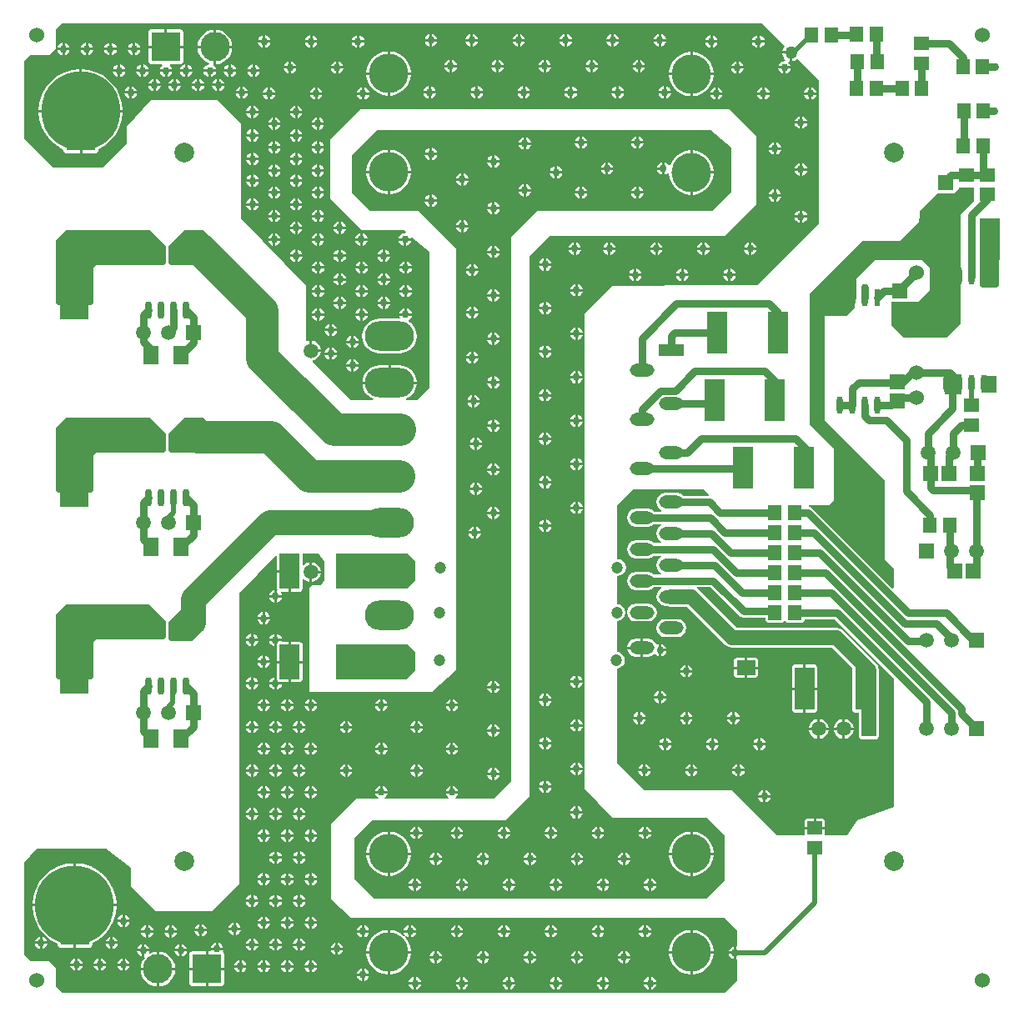
<source format=gtl>
G04 Layer_Physical_Order=1*
G04 Layer_Color=255*
%FSLAX25Y25*%
%MOIN*%
G70*
G01*
G75*
%ADD10R,0.07480X0.05905*%
%ADD11R,0.05905X0.06299*%
%ADD12R,0.05512X0.05905*%
%ADD13R,0.06299X0.05905*%
%ADD14R,0.02362X0.07087*%
%ADD15O,0.02362X0.07087*%
%ADD16R,0.05905X0.05512*%
%ADD17R,0.07874X0.13976*%
%ADD18O,0.02559X0.07087*%
%ADD19R,0.08071X0.17126*%
%ADD20R,0.05905X0.07480*%
%ADD21C,0.10000*%
%ADD22C,0.02000*%
%ADD23C,0.03000*%
%ADD24C,0.13000*%
%ADD25C,0.06000*%
%ADD26R,0.05900X0.07100*%
%ADD27R,0.06900X0.08400*%
%ADD28R,0.05905X0.05905*%
%ADD29C,0.05905*%
%ADD30R,0.11811X0.11811*%
%ADD31C,0.11811*%
%ADD32R,0.11811X0.11811*%
%ADD33C,0.06000*%
%ADD34O,0.19685X0.11811*%
%ADD35O,0.09842X0.05118*%
%ADD36R,0.09842X0.05118*%
%ADD37C,0.04724*%
%ADD38C,0.15748*%
%ADD39C,0.31496*%
%ADD40C,0.07874*%
%ADD41C,0.03000*%
%ADD42C,0.02362*%
%ADD43C,0.05000*%
G36*
X148200Y134300D02*
X151400Y131100D01*
X151400Y123900D01*
X147800Y120300D01*
X119800Y120300D01*
Y134300D01*
X148200Y134300D01*
D02*
G37*
G36*
X374500Y311500D02*
X369200Y306200D01*
Y262700D01*
X363500Y257000D01*
X346500D01*
X341500Y262000D01*
Y271400D01*
X352400D01*
X357000Y276000D01*
Y285000D01*
X353016Y288984D01*
X353000Y288000D01*
X335000D01*
X327000Y280000D01*
Y269000D01*
X323500Y265500D01*
X315000D01*
Y245000D01*
X315030Y223970D01*
X339000Y200000D01*
X339000Y168000D01*
X342500Y164500D01*
Y156886D01*
X342038Y156694D01*
X309930Y188802D01*
X309103Y189355D01*
X308374Y189500D01*
X308423Y190000D01*
X315500D01*
Y190000D01*
X316500D01*
X318500Y192000D01*
Y212500D01*
X309000Y222000D01*
Y274500D01*
X330250Y295750D01*
X345250Y295750D01*
X353000Y303500D01*
Y307500D01*
X360000Y314500D01*
X366500D01*
X369000Y317000D01*
X374500D01*
Y311500D01*
D02*
G37*
G36*
X268737Y194263D02*
X268530Y193763D01*
X258539D01*
X258527Y193780D01*
X257350Y194567D01*
X255961Y194843D01*
X251237D01*
X249848Y194567D01*
X248671Y193780D01*
X247884Y192603D01*
X247608Y191214D01*
X247884Y189825D01*
X248671Y188648D01*
X249695Y187964D01*
X249543Y187464D01*
X246740D01*
X246728Y187481D01*
X245551Y188268D01*
X244162Y188544D01*
X239438D01*
X238049Y188268D01*
X236872Y187481D01*
X236085Y186304D01*
X235809Y184915D01*
X236085Y183526D01*
X236872Y182349D01*
X238049Y181562D01*
X239438Y181286D01*
X244162D01*
X245551Y181562D01*
X246728Y182349D01*
X246740Y182366D01*
X249543D01*
X249695Y181866D01*
X248671Y181182D01*
X247884Y180004D01*
X247608Y178616D01*
X247884Y177227D01*
X248671Y176050D01*
X249695Y175365D01*
X249543Y174865D01*
X246740D01*
X246728Y174882D01*
X245551Y175669D01*
X244162Y175945D01*
X239438D01*
X238049Y175669D01*
X236872Y174882D01*
X236085Y173705D01*
X235809Y172317D01*
X236085Y170928D01*
X236872Y169751D01*
X238049Y168964D01*
X239438Y168688D01*
X244162D01*
X245551Y168964D01*
X246728Y169751D01*
X246740Y169768D01*
X249543D01*
X249695Y169268D01*
X248671Y168583D01*
X247884Y167406D01*
X247608Y166017D01*
X247884Y164629D01*
X248671Y163451D01*
X249695Y162767D01*
X249543Y162267D01*
X246740D01*
X246728Y162284D01*
X245551Y163071D01*
X244162Y163347D01*
X239438D01*
X238049Y163071D01*
X236872Y162284D01*
X236085Y161107D01*
X235809Y159718D01*
X236085Y158329D01*
X236872Y157152D01*
X238049Y156366D01*
X239438Y156089D01*
X244162D01*
X245551Y156366D01*
X246728Y157152D01*
X246740Y157169D01*
X249543D01*
X249695Y156669D01*
X248671Y155985D01*
X247884Y154808D01*
X247608Y153419D01*
X247884Y152030D01*
X248671Y150853D01*
X249848Y150066D01*
X251237Y149790D01*
X251830D01*
X252039Y149651D01*
X253599Y149340D01*
X259892D01*
X275116Y134116D01*
X276439Y133232D01*
X278000Y132922D01*
X317811D01*
X325989Y124744D01*
Y107937D01*
X326306Y107172D01*
X327071Y106855D01*
X328422D01*
Y100500D01*
X328465Y100283D01*
Y97547D01*
X328782Y96782D01*
X329547Y96465D01*
X332283D01*
X332500Y96422D01*
X332717Y96465D01*
X335453D01*
X336218Y96782D01*
X336535Y97547D01*
Y100283D01*
X336578Y100500D01*
Y124000D01*
X336578Y124000D01*
X336268Y125561D01*
X335384Y126884D01*
X335384Y126884D01*
X322384Y139884D01*
X321061Y140768D01*
X319500Y141078D01*
X319500Y141078D01*
X287383D01*
X287240Y141138D01*
X279760D01*
X279668Y141100D01*
X264465Y156303D01*
X263884Y156691D01*
X264030Y157169D01*
X269226D01*
X280698Y145698D01*
X281524Y145145D01*
X282500Y144951D01*
X291225D01*
Y144047D01*
X291542Y143282D01*
X292307Y142965D01*
X297819D01*
X298584Y143282D01*
X298729Y143632D01*
X299271D01*
X299416Y143282D01*
X300181Y142965D01*
X305693D01*
X306458Y143282D01*
X306775Y144047D01*
Y144451D01*
X318787D01*
X342500Y120738D01*
X342500Y69437D01*
X328000Y64000D01*
X324000Y58000D01*
X315156D01*
X315035Y58181D01*
Y60437D01*
X306965D01*
Y58181D01*
X306844Y58000D01*
X296000D01*
X278000Y76000D01*
X243000Y76000D01*
X232000Y87000D01*
Y124619D01*
X232965Y124811D01*
X234078Y125554D01*
X234821Y126666D01*
X235082Y127978D01*
X234821Y129290D01*
X234078Y130402D01*
X232965Y131145D01*
X232000Y131337D01*
Y143599D01*
X233178Y143833D01*
X234290Y144576D01*
X235033Y145688D01*
X235294Y147000D01*
X235033Y148312D01*
X234290Y149424D01*
X233178Y150167D01*
X232000Y150401D01*
Y161572D01*
X233312Y161833D01*
X234424Y162576D01*
X235167Y163688D01*
X235428Y165000D01*
X235167Y166312D01*
X234424Y167424D01*
X233312Y168167D01*
X232000Y168428D01*
Y190000D01*
X238448Y196448D01*
X266552D01*
X268737Y194263D01*
D02*
G37*
G36*
X66600Y300000D02*
X69200Y297400D01*
Y286000D01*
X62300Y286000D01*
X53500Y286000D01*
X52500Y287000D01*
Y293500D01*
X59000Y300000D01*
X66600Y300000D01*
D02*
G37*
G36*
X148200Y170500D02*
X151400Y167300D01*
X151400Y160100D01*
X147800Y156500D01*
X119800Y156500D01*
Y170500D01*
X148200Y170500D01*
D02*
G37*
G36*
X66700Y149800D02*
X66700Y140200D01*
X62300Y135800D01*
X53500Y135800D01*
X52500Y136800D01*
Y143300D01*
X59000Y149800D01*
X66700Y149800D01*
D02*
G37*
G36*
X45000Y150157D02*
X51500Y143658D01*
X51500Y137157D01*
X50500Y136157D01*
X23500Y136158D01*
X22500Y135158D01*
X22500Y121157D01*
X21500Y120158D01*
X8500Y120158D01*
X7500Y121157D01*
X7500Y146158D01*
X11500Y150157D01*
X45000Y150157D01*
D02*
G37*
G36*
X298961Y373539D02*
X298187Y372381D01*
X298015Y371516D01*
X301484D01*
Y371016D01*
X301984D01*
Y367547D01*
X302850Y367719D01*
X304008Y368492D01*
X312500Y360000D01*
X312500Y302500D01*
X288052Y278052D01*
X251608D01*
X251409Y277970D01*
X251194D01*
X250470Y277670D01*
X250318Y277518D01*
X250274Y277500D01*
X230000Y277500D01*
X219000Y266500D01*
Y147518D01*
X218948Y147392D01*
Y147000D01*
Y130500D01*
Y130108D01*
X219000Y129982D01*
Y76751D01*
X230000Y65000D01*
X268050D01*
X275000Y57500D01*
Y40000D01*
X268050Y32500D01*
X135000Y32500D01*
X127000Y40500D01*
X127000Y56816D01*
X134184Y64000D01*
X187100Y64000D01*
X196800Y73700D01*
Y119300D01*
Y289300D01*
X205000Y297500D01*
X275000Y297500D01*
X287500Y310000D01*
X287500Y337500D01*
X276800Y348200D01*
X248200Y348200D01*
X129322Y348200D01*
X117300Y336178D01*
Y312601D01*
X130065Y300000D01*
X146600Y300000D01*
X147590Y299161D01*
X147365Y298696D01*
X147100Y298749D01*
X146124Y298555D01*
X145298Y298002D01*
X144745Y297176D01*
X144650Y296700D01*
X149549D01*
X149515Y296874D01*
X149971Y297143D01*
X156800Y291356D01*
X156800Y236800D01*
X152052Y232052D01*
X147593D01*
X147493Y232552D01*
X148377Y232918D01*
X149820Y234025D01*
X150926Y235468D01*
X151622Y237148D01*
X151794Y238450D01*
X140957D01*
X130121D01*
X130293Y237148D01*
X130989Y235468D01*
X132095Y234025D01*
X133538Y232918D01*
X134422Y232552D01*
X134322Y232052D01*
X125513D01*
X110136Y247429D01*
X110281Y247908D01*
X111042Y248059D01*
X112350Y248933D01*
X113223Y250240D01*
X113431Y251283D01*
X109500D01*
Y251783D01*
X109000D01*
Y255713D01*
X108065Y255527D01*
X107565Y255799D01*
Y277500D01*
X81500Y304500D01*
Y342500D01*
X72000Y352000D01*
X45500D01*
X36000Y341319D01*
X36000Y334500D01*
X26500Y325000D01*
X6497Y325000D01*
X-5000Y336497D01*
X-5000Y367500D01*
X-2500Y370000D01*
X5000Y370000D01*
X7508Y372508D01*
X7496Y379996D01*
X10000Y382500D01*
X290000Y382500D01*
X298961Y373539D01*
D02*
G37*
G36*
X384500Y304000D02*
X384500Y278000D01*
X383500Y277000D01*
X378000Y277000D01*
X377000Y278000D01*
X377000Y304000D01*
X377500Y304500D01*
X384000D01*
X384500Y304000D01*
D02*
G37*
G36*
X45000Y300000D02*
X51500Y293500D01*
X51500Y287000D01*
X50500Y286000D01*
X23500Y286000D01*
X22500Y285000D01*
X22500Y271000D01*
X21500Y270000D01*
X8500Y270000D01*
X7500Y271000D01*
X7500Y296000D01*
X11500Y300000D01*
X45000Y300000D01*
D02*
G37*
G36*
X277500Y332860D02*
Y315000D01*
X270000Y307500D01*
X200000Y307500D01*
X189600Y297100D01*
X189600Y124600D01*
X189600Y79600D01*
X182500Y72500D01*
X167259D01*
X167107Y73000D01*
X167702Y73398D01*
X168255Y74225D01*
X168350Y74700D01*
X163451D01*
X163545Y74225D01*
X164098Y73398D01*
X164693Y73000D01*
X164541Y72500D01*
X139059D01*
X138907Y73000D01*
X139502Y73398D01*
X140055Y74225D01*
X140149Y74700D01*
X135250D01*
X135345Y74225D01*
X135898Y73398D01*
X136493Y73000D01*
X136341Y72500D01*
X127500D01*
X117500Y62500D01*
Y32273D01*
X125500Y25000D01*
X275000Y25000D01*
X280000Y20000D01*
Y13860D01*
X279500Y13450D01*
Y11000D01*
Y8551D01*
D01*
X280000Y8140D01*
Y0D01*
X275000Y-5000D01*
X97500D01*
X10000Y-5000D01*
X7500Y-2500D01*
Y5000D01*
X5000Y7500D01*
X-2500Y7500D01*
X-5000Y10000D01*
X-5000Y46976D01*
X56Y52500D01*
X27500D01*
X37500Y45000D01*
Y37500D01*
X47500Y27500D01*
X70000Y27500D01*
X80800Y38300D01*
X80800Y154750D01*
X95599Y169859D01*
X96062Y169670D01*
Y164000D01*
X101081D01*
Y163500D01*
X101581D01*
Y155429D01*
X105018D01*
X105783Y155746D01*
X106100Y156512D01*
Y160312D01*
X106579Y160457D01*
X106650Y160350D01*
X107958Y159477D01*
X109000Y159269D01*
Y163200D01*
Y167131D01*
X107958Y166923D01*
X106650Y166050D01*
X106579Y165943D01*
X106100Y166088D01*
Y170481D01*
X112500Y170500D01*
X115000Y167444D01*
Y160000D01*
X113500Y158000D01*
X110000D01*
X109000Y157000D01*
Y115300D01*
X157800Y115300D01*
X167500Y124000D01*
Y292500D01*
X152500Y307500D01*
X133300Y307500D01*
X125800Y315000D01*
X125800Y330000D01*
X135800Y340000D01*
X269159Y340000D01*
X277500Y332860D01*
D02*
G37*
G36*
X66600Y224900D02*
X69200Y222300D01*
Y210900D01*
X62300Y210900D01*
X53500Y210900D01*
X52500Y211900D01*
Y218400D01*
X59000Y224900D01*
X66600Y224900D01*
D02*
G37*
G36*
X45000Y225079D02*
X51500Y218579D01*
X51500Y212079D01*
X50500Y211079D01*
X23500Y211079D01*
X22500Y210079D01*
X22500Y196079D01*
X21500Y195079D01*
X8500Y195079D01*
X7500Y196079D01*
X7500Y221079D01*
X11500Y225079D01*
X45000Y225079D01*
D02*
G37*
%LPC*%
G36*
X253649Y93900D02*
X251700D01*
Y91951D01*
X252175Y92045D01*
X253002Y92598D01*
X253555Y93424D01*
X253649Y93900D01*
D02*
G37*
G36*
X250700D02*
X248750D01*
X248845Y93424D01*
X249398Y92598D01*
X250224Y92045D01*
X250700Y91951D01*
Y93900D01*
D02*
G37*
G36*
X242300Y86449D02*
X241825Y86355D01*
X240998Y85802D01*
X240445Y84975D01*
X240351Y84500D01*
X242300D01*
Y86449D01*
D02*
G37*
G36*
X243300D02*
Y84500D01*
X245250D01*
X245155Y84975D01*
X244602Y85802D01*
X243776Y86355D01*
X243300Y86449D01*
D02*
G37*
G36*
X261100D02*
X260625Y86355D01*
X259798Y85802D01*
X259245Y84975D01*
X259151Y84500D01*
X261100D01*
Y86449D01*
D02*
G37*
G36*
X262100D02*
Y84500D01*
X264050D01*
X263955Y84975D01*
X263402Y85802D01*
X262576Y86355D01*
X262100Y86449D01*
D02*
G37*
G36*
X279900D02*
X279425Y86355D01*
X278598Y85802D01*
X278045Y84975D01*
X277951Y84500D01*
X279900D01*
Y86449D01*
D02*
G37*
G36*
X280900D02*
Y84500D01*
X282850D01*
X282755Y84975D01*
X282202Y85802D01*
X281376Y86355D01*
X280900Y86449D01*
D02*
G37*
G36*
X269500Y93900D02*
X267550D01*
X267645Y93424D01*
X268198Y92598D01*
X269024Y92045D01*
X269500Y91951D01*
Y93900D01*
D02*
G37*
G36*
X326431Y100000D02*
X323000D01*
Y96569D01*
X324042Y96777D01*
X325350Y97650D01*
X326223Y98958D01*
X326431Y100000D01*
D02*
G37*
G36*
X316431D02*
X313000D01*
Y96569D01*
X314042Y96777D01*
X315350Y97650D01*
X316223Y98958D01*
X316431Y100000D01*
D02*
G37*
G36*
X322000D02*
X318569D01*
X318777Y98958D01*
X319650Y97650D01*
X320958Y96777D01*
X322000Y96569D01*
Y100000D01*
D02*
G37*
G36*
X312000D02*
X308569D01*
X308777Y98958D01*
X309650Y97650D01*
X310958Y96777D01*
X312000Y96569D01*
Y100000D01*
D02*
G37*
G36*
X288300Y96850D02*
X287825Y96755D01*
X286998Y96202D01*
X286445Y95376D01*
X286350Y94900D01*
X288300D01*
Y96850D01*
D02*
G37*
G36*
X270500D02*
Y94900D01*
X272449D01*
X272355Y95376D01*
X271802Y96202D01*
X270975Y96755D01*
X270500Y96850D01*
D02*
G37*
G36*
X289300D02*
Y94900D01*
X291249D01*
X291155Y95376D01*
X290602Y96202D01*
X289775Y96755D01*
X289300Y96850D01*
D02*
G37*
G36*
X288300Y93900D02*
X286350D01*
X286445Y93424D01*
X286998Y92598D01*
X287825Y92045D01*
X288300Y91951D01*
Y93900D01*
D02*
G37*
G36*
X272449D02*
X270500D01*
Y91951D01*
X270975Y92045D01*
X271802Y92598D01*
X272355Y93424D01*
X272449Y93900D01*
D02*
G37*
G36*
X291249D02*
X289300D01*
Y91951D01*
X289775Y92045D01*
X290602Y92598D01*
X291155Y93424D01*
X291249Y93900D01*
D02*
G37*
G36*
X250700Y96850D02*
X250224Y96755D01*
X249398Y96202D01*
X248845Y95376D01*
X248750Y94900D01*
X250700D01*
Y96850D01*
D02*
G37*
G36*
X269500D02*
X269024Y96755D01*
X268198Y96202D01*
X267645Y95376D01*
X267550Y94900D01*
X269500D01*
Y96850D01*
D02*
G37*
G36*
X251700D02*
Y94900D01*
X253649D01*
X253555Y95376D01*
X253002Y96202D01*
X252175Y96755D01*
X251700Y96850D01*
D02*
G37*
G36*
X290300Y73100D02*
X288351D01*
X288445Y72624D01*
X288998Y71798D01*
X289825Y71245D01*
X290300Y71150D01*
Y73100D01*
D02*
G37*
G36*
X293250D02*
X291300D01*
Y71150D01*
X291775Y71245D01*
X292602Y71798D01*
X293155Y72624D01*
X293250Y73100D01*
D02*
G37*
G36*
X310500Y64775D02*
X308047D01*
X307282Y64458D01*
X306965Y63693D01*
Y61437D01*
X310500D01*
Y64775D01*
D02*
G37*
G36*
X313953D02*
X311500D01*
Y61437D01*
X315035D01*
Y63693D01*
X314718Y64458D01*
X313953Y64775D01*
D02*
G37*
G36*
X290300Y76050D02*
X289825Y75955D01*
X288998Y75402D01*
X288445Y74576D01*
X288351Y74100D01*
X290300D01*
Y76050D01*
D02*
G37*
G36*
X282850Y83500D02*
X280900D01*
Y81551D01*
X281376Y81645D01*
X282202Y82198D01*
X282755Y83025D01*
X282850Y83500D01*
D02*
G37*
G36*
X279900D02*
X277951D01*
X278045Y83025D01*
X278598Y82198D01*
X279425Y81645D01*
X279900Y81551D01*
Y83500D01*
D02*
G37*
G36*
X245250D02*
X243300D01*
Y81551D01*
X243776Y81645D01*
X244602Y82198D01*
X245155Y83025D01*
X245250Y83500D01*
D02*
G37*
G36*
X242300D02*
X240351D01*
X240445Y83025D01*
X240998Y82198D01*
X241825Y81645D01*
X242300Y81551D01*
Y83500D01*
D02*
G37*
G36*
X264050D02*
X262100D01*
Y81551D01*
X262576Y81645D01*
X263402Y82198D01*
X263955Y83025D01*
X264050Y83500D01*
D02*
G37*
G36*
X261100D02*
X259151D01*
X259245Y83025D01*
X259798Y82198D01*
X260625Y81645D01*
X261100Y81551D01*
Y83500D01*
D02*
G37*
G36*
X291300Y76050D02*
Y74100D01*
X293250D01*
X293155Y74576D01*
X292602Y75402D01*
X291775Y75955D01*
X291300Y76050D01*
D02*
G37*
G36*
X241300Y132447D02*
X235909D01*
X236085Y131558D01*
X236872Y130380D01*
X238049Y129594D01*
X239438Y129318D01*
X241300D01*
Y132447D01*
D02*
G37*
G36*
X251649Y131500D02*
X249700D01*
Y129551D01*
X250175Y129645D01*
X251002Y130198D01*
X251555Y131025D01*
X251649Y131500D01*
D02*
G37*
G36*
X244162Y136575D02*
X242300D01*
Y132947D01*
Y129318D01*
X244162D01*
X245551Y129594D01*
X246691Y130356D01*
X246844Y130416D01*
X247252D01*
X247398Y130198D01*
X248224Y129645D01*
X248700Y129551D01*
Y132000D01*
Y134450D01*
X248224Y134355D01*
X247935Y134161D01*
X247515Y134335D01*
X246728Y135512D01*
X245551Y136299D01*
X244162Y136575D01*
D02*
G37*
G36*
X287240Y128933D02*
X284000D01*
Y125398D01*
X288322D01*
Y127850D01*
X288005Y128616D01*
X287240Y128933D01*
D02*
G37*
G36*
X283000D02*
X279760D01*
X278994Y128616D01*
X278678Y127850D01*
Y125398D01*
X283000D01*
Y128933D01*
D02*
G37*
G36*
X241300Y136575D02*
X239438D01*
X238049Y136299D01*
X236872Y135512D01*
X236085Y134335D01*
X235909Y133447D01*
X241300D01*
Y136575D01*
D02*
G37*
G36*
X249700Y134450D02*
Y132500D01*
X251649D01*
X251555Y132975D01*
X251002Y133802D01*
X250175Y134355D01*
X249700Y134450D01*
D02*
G37*
G36*
X310929Y126145D02*
X307394D01*
Y117000D01*
X312012D01*
Y125063D01*
X311695Y125828D01*
X310929Y126145D01*
D02*
G37*
G36*
X260100Y126049D02*
Y124100D01*
X262050D01*
X261955Y124575D01*
X261402Y125402D01*
X260576Y125955D01*
X260100Y126049D01*
D02*
G37*
G36*
X259100D02*
X258625Y125955D01*
X257798Y125402D01*
X257245Y124575D01*
X257151Y124100D01*
X259100D01*
Y126049D01*
D02*
G37*
G36*
X262050Y123100D02*
X260100D01*
Y121151D01*
X260576Y121245D01*
X261402Y121798D01*
X261955Y122625D01*
X262050Y123100D01*
D02*
G37*
G36*
X283000Y124398D02*
X278678D01*
Y121945D01*
X278994Y121179D01*
X279760Y120862D01*
X283000D01*
Y124398D01*
D02*
G37*
G36*
X259100Y123100D02*
X257151D01*
X257245Y122625D01*
X257798Y121798D01*
X258625Y121245D01*
X259100Y121151D01*
Y123100D01*
D02*
G37*
G36*
X288322Y124398D02*
X284000D01*
Y120862D01*
X287240D01*
X288005Y121179D01*
X288322Y121945D01*
Y124398D01*
D02*
G37*
G36*
X255961Y144449D02*
X251237D01*
X249848Y144173D01*
X248671Y143386D01*
X247884Y142209D01*
X247608Y140821D01*
X247884Y139432D01*
X248671Y138254D01*
X249848Y137468D01*
X251237Y137192D01*
X255961D01*
X257350Y137468D01*
X258527Y138254D01*
X259314Y139432D01*
X259590Y140821D01*
X259314Y142209D01*
X258527Y143386D01*
X257350Y144173D01*
X255961Y144449D01*
D02*
G37*
G36*
X244162Y150749D02*
X239438D01*
X238049Y150472D01*
X236872Y149686D01*
X236085Y148508D01*
X235809Y147120D01*
X236085Y145731D01*
X236872Y144554D01*
X238049Y143767D01*
X239438Y143491D01*
X244162D01*
X245551Y143767D01*
X246728Y144554D01*
X247515Y145731D01*
X247791Y147120D01*
X247515Y148508D01*
X246728Y149686D01*
X245551Y150472D01*
X244162Y150749D01*
D02*
G37*
G36*
X306394Y126145D02*
X302858D01*
X302093Y125828D01*
X301776Y125063D01*
Y117000D01*
X306394D01*
Y126145D01*
D02*
G37*
G36*
X277900Y104300D02*
X275951D01*
X276045Y103824D01*
X276598Y102998D01*
X277425Y102445D01*
X277900Y102350D01*
Y104300D01*
D02*
G37*
G36*
X262050D02*
X260100D01*
Y102350D01*
X260576Y102445D01*
X261402Y102998D01*
X261955Y103824D01*
X262050Y104300D01*
D02*
G37*
G36*
X280850D02*
X278900D01*
Y102350D01*
X279376Y102445D01*
X280202Y102998D01*
X280755Y103824D01*
X280850Y104300D01*
D02*
G37*
G36*
X259100D02*
X257151D01*
X257245Y103824D01*
X257798Y102998D01*
X258625Y102445D01*
X259100Y102350D01*
Y104300D01*
D02*
G37*
G36*
X243250D02*
X241300D01*
Y102350D01*
X241775Y102445D01*
X242602Y102998D01*
X243155Y103824D01*
X243250Y104300D01*
D02*
G37*
G36*
X240300D02*
X238351D01*
X238445Y103824D01*
X238998Y102998D01*
X239825Y102445D01*
X240300Y102350D01*
Y104300D01*
D02*
G37*
G36*
X278900Y107249D02*
Y105300D01*
X280850D01*
X280755Y105775D01*
X280202Y106602D01*
X279376Y107155D01*
X278900Y107249D01*
D02*
G37*
G36*
X277900D02*
X277425Y107155D01*
X276598Y106602D01*
X276045Y105775D01*
X275951Y105300D01*
X277900D01*
Y107249D01*
D02*
G37*
G36*
X312012Y116000D02*
X307394D01*
Y106855D01*
X310929D01*
X311695Y107172D01*
X312012Y107937D01*
Y116000D01*
D02*
G37*
G36*
X306394D02*
X301776D01*
Y107937D01*
X302093Y107172D01*
X302858Y106855D01*
X306394D01*
Y116000D01*
D02*
G37*
G36*
X260100Y107249D02*
Y105300D01*
X262050D01*
X261955Y105775D01*
X261402Y106602D01*
X260576Y107155D01*
X260100Y107249D01*
D02*
G37*
G36*
X240300D02*
X239825Y107155D01*
X238998Y106602D01*
X238445Y105775D01*
X238351Y105300D01*
X240300D01*
Y107249D01*
D02*
G37*
G36*
X259100D02*
X258625Y107155D01*
X257798Y106602D01*
X257245Y105775D01*
X257151Y105300D01*
X259100D01*
Y107249D01*
D02*
G37*
G36*
X241300D02*
Y105300D01*
X243250D01*
X243155Y105775D01*
X242602Y106602D01*
X241775Y107155D01*
X241300Y107249D01*
D02*
G37*
G36*
X312000Y104431D02*
X310958Y104223D01*
X309650Y103350D01*
X308777Y102042D01*
X308569Y101000D01*
X312000D01*
Y104431D01*
D02*
G37*
G36*
X313000Y104431D02*
Y101000D01*
X316431D01*
X316223Y102042D01*
X315350Y103350D01*
X314042Y104223D01*
X313000Y104431D01*
D02*
G37*
G36*
X322000Y104431D02*
X320958Y104223D01*
X319650Y103350D01*
X318777Y102042D01*
X318569Y101000D01*
X322000D01*
Y104431D01*
D02*
G37*
G36*
X323000Y104431D02*
Y101000D01*
X326431D01*
X326223Y102042D01*
X325350Y103350D01*
X324042Y104223D01*
X323000Y104431D01*
D02*
G37*
G36*
X251649Y112700D02*
X249700D01*
Y110750D01*
X250175Y110845D01*
X251002Y111398D01*
X251555Y112224D01*
X251649Y112700D01*
D02*
G37*
G36*
X248700Y115649D02*
X248224Y115555D01*
X247398Y115002D01*
X246845Y114175D01*
X246750Y113700D01*
X248700D01*
Y115649D01*
D02*
G37*
G36*
Y112700D02*
X246750D01*
X246845Y112224D01*
X247398Y111398D01*
X248224Y110845D01*
X248700Y110750D01*
Y112700D01*
D02*
G37*
G36*
X249700Y115649D02*
Y113700D01*
X251649D01*
X251555Y114175D01*
X251002Y115002D01*
X250175Y115555D01*
X249700Y115649D01*
D02*
G37*
G36*
X216145Y86995D02*
Y85045D01*
X218095D01*
X218000Y85521D01*
X217447Y86348D01*
X216620Y86901D01*
X216145Y86995D01*
D02*
G37*
G36*
X215145D02*
X214670Y86901D01*
X213843Y86348D01*
X213290Y85521D01*
X213195Y85045D01*
X215145D01*
Y86995D01*
D02*
G37*
G36*
X203645Y97195D02*
Y95245D01*
X205595D01*
X205500Y95721D01*
X204947Y96548D01*
X204120Y97101D01*
X203645Y97195D01*
D02*
G37*
G36*
X202645D02*
X202170Y97101D01*
X201343Y96548D01*
X200790Y95721D01*
X200695Y95245D01*
X202645D01*
Y97195D01*
D02*
G37*
G36*
X205595Y94245D02*
X203645D01*
Y92296D01*
X204120Y92391D01*
X204947Y92943D01*
X205500Y93770D01*
X205595Y94245D01*
D02*
G37*
G36*
X202645D02*
X200695D01*
X200790Y93770D01*
X201343Y92943D01*
X202170Y92391D01*
X202645Y92296D01*
Y94245D01*
D02*
G37*
G36*
X215145Y69595D02*
X214670Y69500D01*
X213843Y68948D01*
X213290Y68121D01*
X213195Y67646D01*
X215145D01*
Y69595D01*
D02*
G37*
G36*
X218095Y66645D02*
X216145D01*
Y64696D01*
X216620Y64791D01*
X217447Y65343D01*
X218000Y66170D01*
X218095Y66645D01*
D02*
G37*
G36*
X215145D02*
X213195D01*
X213290Y66170D01*
X213843Y65343D01*
X214670Y64791D01*
X215145Y64696D01*
Y66645D01*
D02*
G37*
G36*
X216145Y69595D02*
Y67646D01*
X218095D01*
X218000Y68121D01*
X217447Y68948D01*
X216620Y69500D01*
X216145Y69595D01*
D02*
G37*
G36*
X223800Y61420D02*
X223324Y61325D01*
X222498Y60773D01*
X221945Y59945D01*
X221850Y59470D01*
X223800D01*
Y61420D01*
D02*
G37*
G36*
X206000D02*
Y59470D01*
X207949D01*
X207855Y59945D01*
X207302Y60773D01*
X206475Y61325D01*
X206000Y61420D01*
D02*
G37*
G36*
X242600D02*
X242125Y61325D01*
X241298Y60773D01*
X240745Y59945D01*
X240651Y59470D01*
X242600D01*
Y61420D01*
D02*
G37*
G36*
X224800D02*
Y59470D01*
X226749D01*
X226655Y59945D01*
X226102Y60773D01*
X225275Y61325D01*
X224800Y61420D01*
D02*
G37*
G36*
X205000D02*
X204524Y61325D01*
X203698Y60773D01*
X203145Y59945D01*
X203050Y59470D01*
X205000D01*
Y61420D01*
D02*
G37*
G36*
X168400D02*
Y59470D01*
X170350D01*
X170255Y59945D01*
X169702Y60773D01*
X168876Y61325D01*
X168400Y61420D01*
D02*
G37*
G36*
X167400D02*
X166925Y61325D01*
X166098Y60773D01*
X165545Y59945D01*
X165451Y59470D01*
X167400D01*
Y61420D01*
D02*
G37*
G36*
X187200D02*
Y59470D01*
X189149D01*
X189055Y59945D01*
X188502Y60773D01*
X187675Y61325D01*
X187200Y61420D01*
D02*
G37*
G36*
X186200D02*
X185724Y61325D01*
X184898Y60773D01*
X184345Y59945D01*
X184250Y59470D01*
X186200D01*
Y61420D01*
D02*
G37*
G36*
X243600D02*
Y59470D01*
X245550D01*
X245455Y59945D01*
X244902Y60773D01*
X244075Y61325D01*
X243600Y61420D01*
D02*
G37*
G36*
X215145Y84045D02*
X213195D01*
X213290Y83570D01*
X213843Y82743D01*
X214670Y82191D01*
X215145Y82096D01*
Y84045D01*
D02*
G37*
G36*
X218095D02*
X216145D01*
Y82096D01*
X216620Y82191D01*
X217447Y82743D01*
X218000Y83570D01*
X218095Y84045D01*
D02*
G37*
G36*
X202645Y76846D02*
X200695D01*
X200790Y76370D01*
X201343Y75543D01*
X202170Y74991D01*
X202645Y74896D01*
Y76846D01*
D02*
G37*
G36*
X205595D02*
X203645D01*
Y74896D01*
X204120Y74991D01*
X204947Y75543D01*
X205500Y76370D01*
X205595Y76846D01*
D02*
G37*
G36*
X203645Y79795D02*
Y77846D01*
X205595D01*
X205500Y78321D01*
X204947Y79148D01*
X204120Y79700D01*
X203645Y79795D01*
D02*
G37*
G36*
X202645D02*
X202170Y79700D01*
X201343Y79148D01*
X200790Y78321D01*
X200695Y77846D01*
X202645D01*
Y79795D01*
D02*
G37*
G36*
X215145Y121795D02*
X214670Y121701D01*
X213843Y121148D01*
X213290Y120321D01*
X213195Y119845D01*
X215145D01*
Y121795D01*
D02*
G37*
G36*
X216145D02*
Y119845D01*
X218095D01*
X218000Y120321D01*
X217447Y121148D01*
X216620Y121701D01*
X216145Y121795D01*
D02*
G37*
G36*
X218095Y188445D02*
X216145D01*
Y186496D01*
X216620Y186591D01*
X217447Y187143D01*
X218000Y187970D01*
X218095Y188445D01*
D02*
G37*
G36*
X215145Y191395D02*
X214670Y191300D01*
X213843Y190748D01*
X213290Y189921D01*
X213195Y189445D01*
X215145D01*
Y191395D01*
D02*
G37*
G36*
Y188445D02*
X213195D01*
X213290Y187970D01*
X213843Y187143D01*
X214670Y186591D01*
X215145Y186496D01*
Y188445D01*
D02*
G37*
G36*
X203645Y184195D02*
Y182246D01*
X205595D01*
X205500Y182721D01*
X204947Y183548D01*
X204120Y184100D01*
X203645Y184195D01*
D02*
G37*
G36*
X202645D02*
X202170Y184100D01*
X201343Y183548D01*
X200790Y182721D01*
X200695Y182246D01*
X202645D01*
Y184195D01*
D02*
G37*
G36*
X203645Y201595D02*
Y199645D01*
X205595D01*
X205500Y200121D01*
X204947Y200948D01*
X204120Y201501D01*
X203645Y201595D01*
D02*
G37*
G36*
X202645D02*
X202170Y201501D01*
X201343Y200948D01*
X200790Y200121D01*
X200695Y199645D01*
X202645D01*
Y201595D01*
D02*
G37*
G36*
X205595Y198645D02*
X203645D01*
Y196696D01*
X204120Y196791D01*
X204947Y197343D01*
X205500Y198170D01*
X205595Y198645D01*
D02*
G37*
G36*
X216145Y191395D02*
Y189445D01*
X218095D01*
X218000Y189921D01*
X217447Y190748D01*
X216620Y191300D01*
X216145Y191395D01*
D02*
G37*
G36*
X202645Y198645D02*
X200695D01*
X200790Y198170D01*
X201343Y197343D01*
X202170Y196791D01*
X202645Y196696D01*
Y198645D01*
D02*
G37*
G36*
X205595Y181246D02*
X203645D01*
Y179296D01*
X204120Y179391D01*
X204947Y179943D01*
X205500Y180770D01*
X205595Y181246D01*
D02*
G37*
G36*
X202645D02*
X200695D01*
X200790Y180770D01*
X201343Y179943D01*
X202170Y179391D01*
X202645Y179296D01*
Y181246D01*
D02*
G37*
G36*
X215145Y104395D02*
X214670Y104300D01*
X213843Y103748D01*
X213290Y102921D01*
X213195Y102445D01*
X215145D01*
Y104395D01*
D02*
G37*
G36*
X216145D02*
Y102445D01*
X218095D01*
X218000Y102921D01*
X217447Y103748D01*
X216620Y104300D01*
X216145Y104395D01*
D02*
G37*
G36*
X218095Y101445D02*
X216145D01*
Y99496D01*
X216620Y99591D01*
X217447Y100143D01*
X218000Y100970D01*
X218095Y101445D01*
D02*
G37*
G36*
X215145D02*
X213195D01*
X213290Y100970D01*
X213843Y100143D01*
X214670Y99591D01*
X215145Y99496D01*
Y101445D01*
D02*
G37*
G36*
X202645Y114595D02*
X202170Y114500D01*
X201343Y113948D01*
X200790Y113121D01*
X200695Y112645D01*
X202645D01*
Y114595D01*
D02*
G37*
G36*
X203645D02*
Y112645D01*
X205595D01*
X205500Y113121D01*
X204947Y113948D01*
X204120Y114500D01*
X203645Y114595D01*
D02*
G37*
G36*
X218095Y118845D02*
X216145D01*
Y116896D01*
X216620Y116991D01*
X217447Y117543D01*
X218000Y118370D01*
X218095Y118845D01*
D02*
G37*
G36*
X215145D02*
X213195D01*
X213290Y118370D01*
X213843Y117543D01*
X214670Y116991D01*
X215145Y116896D01*
Y118845D01*
D02*
G37*
G36*
X202645Y111645D02*
X200695D01*
X200790Y111170D01*
X201343Y110343D01*
X202170Y109791D01*
X202645Y109696D01*
Y111645D01*
D02*
G37*
G36*
X205595D02*
X203645D01*
Y109696D01*
X204120Y109791D01*
X204947Y110343D01*
X205500Y111170D01*
X205595Y111645D01*
D02*
G37*
G36*
X237150Y48070D02*
X235200D01*
Y46121D01*
X235676Y46215D01*
X236502Y46768D01*
X237055Y47595D01*
X237150Y48070D01*
D02*
G37*
G36*
X234200D02*
X232250D01*
X232345Y47595D01*
X232898Y46768D01*
X233724Y46215D01*
X234200Y46121D01*
Y48070D01*
D02*
G37*
G36*
X218350D02*
X216400D01*
Y46121D01*
X216876Y46215D01*
X217702Y46768D01*
X218255Y47595D01*
X218350Y48070D01*
D02*
G37*
G36*
X196600D02*
X194650D01*
X194745Y47595D01*
X195298Y46768D01*
X196124Y46215D01*
X196600Y46121D01*
Y48070D01*
D02*
G37*
G36*
X180749D02*
X178800D01*
Y46121D01*
X179276Y46215D01*
X180102Y46768D01*
X180655Y47595D01*
X180749Y48070D01*
D02*
G37*
G36*
X215400D02*
X213451D01*
X213545Y47595D01*
X214098Y46768D01*
X214925Y46215D01*
X215400Y46121D01*
Y48070D01*
D02*
G37*
G36*
X199549D02*
X197600D01*
Y46121D01*
X198075Y46215D01*
X198902Y46768D01*
X199455Y47595D01*
X199549Y48070D01*
D02*
G37*
G36*
X196600Y51020D02*
X196124Y50925D01*
X195298Y50372D01*
X194745Y49545D01*
X194650Y49070D01*
X196600D01*
Y51020D01*
D02*
G37*
G36*
X178800D02*
Y49070D01*
X180749D01*
X180655Y49545D01*
X180102Y50372D01*
X179276Y50925D01*
X178800Y51020D01*
D02*
G37*
G36*
X215400D02*
X214925Y50925D01*
X214098Y50372D01*
X213545Y49545D01*
X213451Y49070D01*
X215400D01*
Y51020D01*
D02*
G37*
G36*
X197600D02*
Y49070D01*
X199549D01*
X199455Y49545D01*
X198902Y50372D01*
X198075Y50925D01*
X197600Y51020D01*
D02*
G37*
G36*
X177800D02*
X177324Y50925D01*
X176498Y50372D01*
X175945Y49545D01*
X175850Y49070D01*
X177800D01*
Y51020D01*
D02*
G37*
G36*
X160000D02*
Y49070D01*
X161950D01*
X161855Y49545D01*
X161302Y50372D01*
X160476Y50925D01*
X160000Y51020D01*
D02*
G37*
G36*
X159000D02*
X158525Y50925D01*
X157698Y50372D01*
X157145Y49545D01*
X157051Y49070D01*
X159000D01*
Y51020D01*
D02*
G37*
G36*
X177800Y48070D02*
X175850D01*
X175945Y47595D01*
X176498Y46768D01*
X177324Y46215D01*
X177800Y46121D01*
Y48070D01*
D02*
G37*
G36*
X245600Y40620D02*
Y38670D01*
X247550D01*
X247455Y39145D01*
X246902Y39972D01*
X246076Y40525D01*
X245600Y40620D01*
D02*
G37*
G36*
X244600D02*
X244125Y40525D01*
X243298Y39972D01*
X242745Y39145D01*
X242651Y38670D01*
X244600D01*
Y40620D01*
D02*
G37*
G36*
X208000D02*
Y38670D01*
X209949D01*
X209855Y39145D01*
X209302Y39972D01*
X208475Y40525D01*
X208000Y40620D01*
D02*
G37*
G36*
X207000D02*
X206524Y40525D01*
X205698Y39972D01*
X205145Y39145D01*
X205050Y38670D01*
X207000D01*
Y40620D01*
D02*
G37*
G36*
X226800D02*
Y38670D01*
X228749D01*
X228655Y39145D01*
X228102Y39972D01*
X227275Y40525D01*
X226800Y40620D01*
D02*
G37*
G36*
X225800D02*
X225325Y40525D01*
X224498Y39972D01*
X223945Y39145D01*
X223850Y38670D01*
X225800D01*
Y40620D01*
D02*
G37*
G36*
X261100Y50070D02*
X252715D01*
X252954Y48254D01*
X253849Y46095D01*
X255271Y44241D01*
X257125Y42819D01*
X259283Y41925D01*
X261100Y41685D01*
Y50070D01*
D02*
G37*
G36*
X140100D02*
X131715D01*
X131954Y48254D01*
X132849Y46095D01*
X134271Y44241D01*
X136125Y42819D01*
X138283Y41925D01*
X140100Y41685D01*
Y50070D01*
D02*
G37*
G36*
X161950Y48070D02*
X160000D01*
Y46121D01*
X160476Y46215D01*
X161302Y46768D01*
X161855Y47595D01*
X161950Y48070D01*
D02*
G37*
G36*
X159000D02*
X157051D01*
X157145Y47595D01*
X157698Y46768D01*
X158525Y46215D01*
X159000Y46121D01*
Y48070D01*
D02*
G37*
G36*
X270485Y50070D02*
X262100D01*
Y41685D01*
X263917Y41925D01*
X266075Y42819D01*
X267929Y44241D01*
X269351Y46095D01*
X270246Y48254D01*
X270485Y50070D01*
D02*
G37*
G36*
X149485D02*
X141100D01*
Y41685D01*
X142917Y41925D01*
X145075Y42819D01*
X146929Y44241D01*
X148351Y46095D01*
X149246Y48254D01*
X149485Y50070D01*
D02*
G37*
G36*
X223800Y58470D02*
X221850D01*
X221945Y57995D01*
X222498Y57168D01*
X223324Y56615D01*
X223800Y56521D01*
Y58470D01*
D02*
G37*
G36*
X207949D02*
X206000D01*
Y56521D01*
X206475Y56615D01*
X207302Y57168D01*
X207855Y57995D01*
X207949Y58470D01*
D02*
G37*
G36*
X242600D02*
X240651D01*
X240745Y57995D01*
X241298Y57168D01*
X242125Y56615D01*
X242600Y56521D01*
Y58470D01*
D02*
G37*
G36*
X226749D02*
X224800D01*
Y56521D01*
X225275Y56615D01*
X226102Y57168D01*
X226655Y57995D01*
X226749Y58470D01*
D02*
G37*
G36*
X205000D02*
X203050D01*
X203145Y57995D01*
X203698Y57168D01*
X204524Y56615D01*
X205000Y56521D01*
Y58470D01*
D02*
G37*
G36*
X170350D02*
X168400D01*
Y56521D01*
X168876Y56615D01*
X169702Y57168D01*
X170255Y57995D01*
X170350Y58470D01*
D02*
G37*
G36*
X167400D02*
X165451D01*
X165545Y57995D01*
X166098Y57168D01*
X166925Y56615D01*
X167400Y56521D01*
Y58470D01*
D02*
G37*
G36*
X189149D02*
X187200D01*
Y56521D01*
X187675Y56615D01*
X188502Y57168D01*
X189055Y57995D01*
X189149Y58470D01*
D02*
G37*
G36*
X186200D02*
X184250D01*
X184345Y57995D01*
X184898Y57168D01*
X185724Y56615D01*
X186200Y56521D01*
Y58470D01*
D02*
G37*
G36*
X152149Y61420D02*
Y59470D01*
X154098D01*
X154004Y59945D01*
X153451Y60773D01*
X152624Y61325D01*
X152149Y61420D01*
D02*
G37*
G36*
X151149D02*
X150673Y61325D01*
X149847Y60773D01*
X149294Y59945D01*
X149199Y59470D01*
X151149D01*
Y61420D01*
D02*
G37*
G36*
X245550Y58470D02*
X243600D01*
Y56521D01*
X244075Y56615D01*
X244902Y57168D01*
X245455Y57995D01*
X245550Y58470D01*
D02*
G37*
G36*
X154098D02*
X152149D01*
Y56521D01*
X152624Y56615D01*
X153451Y57168D01*
X154004Y57995D01*
X154098Y58470D01*
D02*
G37*
G36*
X261100Y59455D02*
X259283Y59216D01*
X257125Y58321D01*
X255271Y56899D01*
X253849Y55045D01*
X252954Y52887D01*
X252715Y51070D01*
X261100D01*
Y59455D01*
D02*
G37*
G36*
X140100D02*
X138283Y59216D01*
X136125Y58321D01*
X134271Y56899D01*
X132849Y55045D01*
X131954Y52887D01*
X131715Y51070D01*
X140100D01*
Y59455D01*
D02*
G37*
G36*
X234200Y51020D02*
X233724Y50925D01*
X232898Y50372D01*
X232345Y49545D01*
X232250Y49070D01*
X234200D01*
Y51020D01*
D02*
G37*
G36*
X216400D02*
Y49070D01*
X218350D01*
X218255Y49545D01*
X217702Y50372D01*
X216876Y50925D01*
X216400Y51020D01*
D02*
G37*
G36*
X235200D02*
Y49070D01*
X237150D01*
X237055Y49545D01*
X236502Y50372D01*
X235676Y50925D01*
X235200Y51020D01*
D02*
G37*
G36*
X151149Y58470D02*
X149199D01*
X149294Y57995D01*
X149847Y57168D01*
X150673Y56615D01*
X151149Y56521D01*
Y58470D01*
D02*
G37*
G36*
X262100Y59455D02*
Y51070D01*
X270485D01*
X270246Y52887D01*
X269351Y55045D01*
X267929Y56899D01*
X266075Y58321D01*
X263917Y59216D01*
X262100Y59455D01*
D02*
G37*
G36*
X141100D02*
Y51070D01*
X149485D01*
X149246Y52887D01*
X148351Y55045D01*
X146929Y56899D01*
X145075Y58321D01*
X142917Y59216D01*
X141100Y59455D01*
D02*
G37*
G36*
X189200Y40620D02*
Y38670D01*
X191149D01*
X191055Y39145D01*
X190502Y39972D01*
X189675Y40525D01*
X189200Y40620D01*
D02*
G37*
G36*
X247550Y37670D02*
X245600D01*
Y35721D01*
X246076Y35815D01*
X246902Y36368D01*
X247455Y37195D01*
X247550Y37670D01*
D02*
G37*
G36*
X244600D02*
X242651D01*
X242745Y37195D01*
X243298Y36368D01*
X244125Y35815D01*
X244600Y35721D01*
Y37670D01*
D02*
G37*
G36*
X228749D02*
X226800D01*
Y35721D01*
X227275Y35815D01*
X228102Y36368D01*
X228655Y37195D01*
X228749Y37670D01*
D02*
G37*
G36*
X207000D02*
X205050D01*
X205145Y37195D01*
X205698Y36368D01*
X206524Y35815D01*
X207000Y35721D01*
Y37670D01*
D02*
G37*
G36*
X191149D02*
X189200D01*
Y35721D01*
X189675Y35815D01*
X190502Y36368D01*
X191055Y37195D01*
X191149Y37670D01*
D02*
G37*
G36*
X225800D02*
X223850D01*
X223945Y37195D01*
X224498Y36368D01*
X225325Y35815D01*
X225800Y35721D01*
Y37670D01*
D02*
G37*
G36*
X209949D02*
X208000D01*
Y35721D01*
X208475Y35815D01*
X209302Y36368D01*
X209855Y37195D01*
X209949Y37670D01*
D02*
G37*
G36*
X169400Y40620D02*
X168924Y40525D01*
X168098Y39972D01*
X167545Y39145D01*
X167450Y38670D01*
X169400D01*
Y40620D01*
D02*
G37*
G36*
X151600D02*
Y38670D01*
X153550D01*
X153455Y39145D01*
X152902Y39972D01*
X152076Y40525D01*
X151600Y40620D01*
D02*
G37*
G36*
X188200D02*
X187724Y40525D01*
X186898Y39972D01*
X186345Y39145D01*
X186250Y38670D01*
X188200D01*
Y40620D01*
D02*
G37*
G36*
X170400D02*
Y38670D01*
X172350D01*
X172255Y39145D01*
X171702Y39972D01*
X170876Y40525D01*
X170400Y40620D01*
D02*
G37*
G36*
X150600D02*
X150125Y40525D01*
X149298Y39972D01*
X148745Y39145D01*
X148651Y38670D01*
X150600D01*
Y40620D01*
D02*
G37*
G36*
X188200Y37670D02*
X186250D01*
X186345Y37195D01*
X186898Y36368D01*
X187724Y35815D01*
X188200Y35721D01*
Y37670D01*
D02*
G37*
G36*
X153550D02*
X151600D01*
Y35721D01*
X152076Y35815D01*
X152902Y36368D01*
X153455Y37195D01*
X153550Y37670D01*
D02*
G37*
G36*
X150600D02*
X148651D01*
X148745Y37195D01*
X149298Y36368D01*
X150125Y35815D01*
X150600Y35721D01*
Y37670D01*
D02*
G37*
G36*
X172350D02*
X170400D01*
Y35721D01*
X170876Y35815D01*
X171702Y36368D01*
X172255Y37195D01*
X172350Y37670D01*
D02*
G37*
G36*
X169400D02*
X167450D01*
X167545Y37195D01*
X168098Y36368D01*
X168924Y35815D01*
X169400Y35721D01*
Y37670D01*
D02*
G37*
G36*
X292849Y354100D02*
X290900D01*
Y352151D01*
X291375Y352245D01*
X292202Y352798D01*
X292755Y353625D01*
X292849Y354100D01*
D02*
G37*
G36*
X289900D02*
X287950D01*
X288045Y353625D01*
X288598Y352798D01*
X289424Y352245D01*
X289900Y352151D01*
Y354100D01*
D02*
G37*
G36*
X311649D02*
X309700D01*
Y352151D01*
X310175Y352245D01*
X311002Y352798D01*
X311555Y353625D01*
X311649Y354100D01*
D02*
G37*
G36*
X308700D02*
X306750D01*
X306845Y353625D01*
X307398Y352798D01*
X308225Y352245D01*
X308700Y352151D01*
Y354100D01*
D02*
G37*
G36*
X274049D02*
X272100D01*
Y352151D01*
X272575Y352245D01*
X273402Y352798D01*
X273955Y353625D01*
X274049Y354100D01*
D02*
G37*
G36*
X129900D02*
X127951D01*
X128045Y353625D01*
X128598Y352798D01*
X129425Y352245D01*
X129900Y352151D01*
Y354100D01*
D02*
G37*
G36*
X114049D02*
X112100D01*
Y352151D01*
X112575Y352245D01*
X113402Y352798D01*
X113955Y353625D01*
X114049Y354100D01*
D02*
G37*
G36*
X271100D02*
X269150D01*
X269245Y353625D01*
X269798Y352798D01*
X270624Y352245D01*
X271100Y352151D01*
Y354100D01*
D02*
G37*
G36*
X132850D02*
X130900D01*
Y352151D01*
X131376Y352245D01*
X132202Y352798D01*
X132755Y353625D01*
X132850Y354100D01*
D02*
G37*
G36*
X175300Y354600D02*
X173351D01*
X173445Y354124D01*
X173998Y353298D01*
X174825Y352745D01*
X175300Y352650D01*
Y354600D01*
D02*
G37*
G36*
X159450D02*
X157500D01*
Y352650D01*
X157975Y352745D01*
X158802Y353298D01*
X159355Y354124D01*
X159450Y354600D01*
D02*
G37*
G36*
X194100D02*
X192150D01*
X192245Y354124D01*
X192798Y353298D01*
X193624Y352745D01*
X194100Y352650D01*
Y354600D01*
D02*
G37*
G36*
X178250D02*
X176300D01*
Y352650D01*
X176776Y352745D01*
X177602Y353298D01*
X178155Y354124D01*
X178250Y354600D01*
D02*
G37*
G36*
X156500D02*
X154551D01*
X154645Y354124D01*
X155198Y353298D01*
X156025Y352745D01*
X156500Y352650D01*
Y354600D01*
D02*
G37*
G36*
X39950Y354500D02*
X38000D01*
Y352551D01*
X38475Y352645D01*
X39302Y353198D01*
X39855Y354025D01*
X39950Y354500D01*
D02*
G37*
G36*
X37000D02*
X35050D01*
X35145Y354025D01*
X35698Y353198D01*
X36525Y352645D01*
X37000Y352551D01*
Y354500D01*
D02*
G37*
G36*
X84350D02*
X82400D01*
Y352551D01*
X82876Y352645D01*
X83702Y353198D01*
X84255Y354025D01*
X84350Y354500D01*
D02*
G37*
G36*
X81400D02*
X79451D01*
X79545Y354025D01*
X80098Y353198D01*
X80924Y352645D01*
X81400Y352551D01*
Y354500D01*
D02*
G37*
G36*
X111100Y354100D02*
X109151D01*
X109245Y353625D01*
X109798Y352798D01*
X110625Y352245D01*
X111100Y352151D01*
Y354100D01*
D02*
G37*
G36*
X85700Y346700D02*
X83750D01*
X83845Y346224D01*
X84398Y345398D01*
X85224Y344845D01*
X85700Y344750D01*
Y346700D01*
D02*
G37*
G36*
X305900Y345449D02*
Y343500D01*
X307850D01*
X307755Y343975D01*
X307202Y344802D01*
X306376Y345355D01*
X305900Y345449D01*
D02*
G37*
G36*
X103100Y346700D02*
X101151D01*
X101245Y346224D01*
X101798Y345398D01*
X102624Y344845D01*
X103100Y344750D01*
Y346700D01*
D02*
G37*
G36*
X88649D02*
X86700D01*
Y344750D01*
X87176Y344845D01*
X88002Y345398D01*
X88555Y346224D01*
X88649Y346700D01*
D02*
G37*
G36*
X304900Y345449D02*
X304425Y345355D01*
X303598Y344802D01*
X303045Y343975D01*
X302951Y343500D01*
X304900D01*
Y345449D01*
D02*
G37*
G36*
X95400Y344950D02*
Y343000D01*
X97350D01*
X97255Y343476D01*
X96702Y344302D01*
X95876Y344855D01*
X95400Y344950D01*
D02*
G37*
G36*
X94400D02*
X93924Y344855D01*
X93098Y344302D01*
X92545Y343476D01*
X92450Y343000D01*
X94400D01*
Y344950D01*
D02*
G37*
G36*
X112800D02*
Y343000D01*
X114750D01*
X114655Y343476D01*
X114102Y344302D01*
X113276Y344855D01*
X112800Y344950D01*
D02*
G37*
G36*
X111800D02*
X111325Y344855D01*
X110498Y344302D01*
X109945Y343476D01*
X109851Y343000D01*
X111800D01*
Y344950D01*
D02*
G37*
G36*
X18000Y364280D02*
Y348000D01*
X34280D01*
X34006Y350783D01*
X33048Y353940D01*
X31493Y356850D01*
X29400Y359400D01*
X26850Y361493D01*
X23940Y363048D01*
X20783Y364006D01*
X18000Y364280D01*
D02*
G37*
G36*
X17000Y364280D02*
X14217Y364006D01*
X11060Y363048D01*
X8150Y361493D01*
X5600Y359400D01*
X3507Y356850D01*
X1952Y353940D01*
X994Y350783D01*
X720Y348000D01*
X17000D01*
Y364280D01*
D02*
G37*
G36*
X95249Y354100D02*
X93300D01*
Y352151D01*
X93775Y352245D01*
X94602Y352798D01*
X95155Y353625D01*
X95249Y354100D01*
D02*
G37*
G36*
X92300D02*
X90351D01*
X90445Y353625D01*
X90998Y352798D01*
X91825Y352245D01*
X92300Y352151D01*
Y354100D01*
D02*
G37*
G36*
X104100Y349650D02*
Y347700D01*
X106050D01*
X105955Y348176D01*
X105402Y349002D01*
X104576Y349555D01*
X104100Y349650D01*
D02*
G37*
G36*
X85700D02*
X85224Y349555D01*
X84398Y349002D01*
X83845Y348176D01*
X83750Y347700D01*
X85700D01*
Y349650D01*
D02*
G37*
G36*
X106050Y346700D02*
X104100D01*
Y344750D01*
X104576Y344845D01*
X105402Y345398D01*
X105955Y346224D01*
X106050Y346700D01*
D02*
G37*
G36*
X103100Y349650D02*
X102624Y349555D01*
X101798Y349002D01*
X101245Y348176D01*
X101151Y347700D01*
X103100D01*
Y349650D01*
D02*
G37*
G36*
X86700D02*
Y347700D01*
X88649D01*
X88555Y348176D01*
X88002Y349002D01*
X87176Y349555D01*
X86700Y349650D01*
D02*
G37*
G36*
X81400Y357450D02*
X80924Y357355D01*
X80098Y356802D01*
X79545Y355976D01*
X79451Y355500D01*
X81400D01*
Y357450D01*
D02*
G37*
G36*
X38000D02*
Y355500D01*
X39950D01*
X39855Y355976D01*
X39302Y356802D01*
X38475Y357355D01*
X38000Y357450D01*
D02*
G37*
G36*
X46500Y357500D02*
X44550D01*
X44645Y357025D01*
X45198Y356198D01*
X46025Y355645D01*
X46500Y355551D01*
Y357500D01*
D02*
G37*
G36*
X82400Y357450D02*
Y355500D01*
X84350D01*
X84255Y355976D01*
X83702Y356802D01*
X82876Y357355D01*
X82400Y357450D01*
D02*
G37*
G36*
X37000D02*
X36525Y357355D01*
X35698Y356802D01*
X35145Y355976D01*
X35050Y355500D01*
X37000D01*
Y357450D01*
D02*
G37*
G36*
X290900Y357049D02*
Y355100D01*
X292849D01*
X292755Y355575D01*
X292202Y356402D01*
X291375Y356955D01*
X290900Y357049D01*
D02*
G37*
G36*
X289900D02*
X289424Y356955D01*
X288598Y356402D01*
X288045Y355575D01*
X287950Y355100D01*
X289900D01*
Y357049D01*
D02*
G37*
G36*
X309700D02*
Y355100D01*
X311649D01*
X311555Y355575D01*
X311002Y356402D01*
X310175Y356955D01*
X309700Y357049D01*
D02*
G37*
G36*
X308700D02*
X308225Y356955D01*
X307398Y356402D01*
X306845Y355575D01*
X306750Y355100D01*
X308700D01*
Y357049D01*
D02*
G37*
G36*
X74950Y357500D02*
X73000D01*
Y355551D01*
X73475Y355645D01*
X74302Y356198D01*
X74855Y357025D01*
X74950Y357500D01*
D02*
G37*
G36*
X72000D02*
X70051D01*
X70145Y357025D01*
X70698Y356198D01*
X71525Y355645D01*
X72000Y355551D01*
Y357500D01*
D02*
G37*
G36*
X157500Y357550D02*
Y355600D01*
X159450D01*
X159355Y356076D01*
X158802Y356902D01*
X157975Y357455D01*
X157500Y357550D01*
D02*
G37*
G36*
X156500D02*
X156025Y357455D01*
X155198Y356902D01*
X154645Y356076D01*
X154551Y355600D01*
X156500D01*
Y357550D01*
D02*
G37*
G36*
X66849Y357500D02*
X64900D01*
Y355551D01*
X65376Y355645D01*
X66202Y356198D01*
X66755Y357025D01*
X66849Y357500D01*
D02*
G37*
G36*
X54500D02*
X52551D01*
X52645Y357025D01*
X53198Y356198D01*
X54024Y355645D01*
X54500Y355551D01*
Y357500D01*
D02*
G37*
G36*
X49450D02*
X47500D01*
Y355551D01*
X47976Y355645D01*
X48802Y356198D01*
X49355Y357025D01*
X49450Y357500D01*
D02*
G37*
G36*
X63900D02*
X61950D01*
X62045Y357025D01*
X62598Y356198D01*
X63424Y355645D01*
X63900Y355551D01*
Y357500D01*
D02*
G37*
G36*
X57450D02*
X55500D01*
Y355551D01*
X55976Y355645D01*
X56802Y356198D01*
X57355Y357025D01*
X57450Y357500D01*
D02*
G37*
G36*
X272100Y357049D02*
Y355100D01*
X274049D01*
X273955Y355575D01*
X273402Y356402D01*
X272575Y356955D01*
X272100Y357049D01*
D02*
G37*
G36*
X253450Y354600D02*
X251500D01*
Y352650D01*
X251975Y352745D01*
X252802Y353298D01*
X253355Y354124D01*
X253450Y354600D01*
D02*
G37*
G36*
X250500D02*
X248551D01*
X248645Y354124D01*
X249198Y353298D01*
X250025Y352745D01*
X250500Y352650D01*
Y354600D01*
D02*
G37*
G36*
X261100Y361870D02*
X252715D01*
X252954Y360053D01*
X253849Y357895D01*
X255271Y356041D01*
X257125Y354619D01*
X259283Y353725D01*
X261100Y353485D01*
Y361870D01*
D02*
G37*
G36*
X270485D02*
X262100D01*
Y353485D01*
X263917Y353725D01*
X266075Y354619D01*
X267929Y356041D01*
X269351Y357895D01*
X270246Y360053D01*
X270485Y361870D01*
D02*
G37*
G36*
X234649Y354600D02*
X232700D01*
Y352650D01*
X233175Y352745D01*
X234002Y353298D01*
X234555Y354124D01*
X234649Y354600D01*
D02*
G37*
G36*
X212900D02*
X210950D01*
X211045Y354124D01*
X211598Y353298D01*
X212424Y352745D01*
X212900Y352650D01*
Y354600D01*
D02*
G37*
G36*
X197049D02*
X195100D01*
Y352650D01*
X195575Y352745D01*
X196402Y353298D01*
X196955Y354124D01*
X197049Y354600D01*
D02*
G37*
G36*
X231700D02*
X229750D01*
X229845Y354124D01*
X230398Y353298D01*
X231224Y352745D01*
X231700Y352650D01*
Y354600D01*
D02*
G37*
G36*
X215849D02*
X213900D01*
Y352650D01*
X214375Y352745D01*
X215202Y353298D01*
X215755Y354124D01*
X215849Y354600D01*
D02*
G37*
G36*
X129900Y357049D02*
X129425Y356955D01*
X128598Y356402D01*
X128045Y355575D01*
X127951Y355100D01*
X129900D01*
Y357049D01*
D02*
G37*
G36*
X112100D02*
Y355100D01*
X114049D01*
X113955Y355575D01*
X113402Y356402D01*
X112575Y356955D01*
X112100Y357049D01*
D02*
G37*
G36*
X271100D02*
X270624Y356955D01*
X269798Y356402D01*
X269245Y355575D01*
X269150Y355100D01*
X271100D01*
Y357049D01*
D02*
G37*
G36*
X130900D02*
Y355100D01*
X132850D01*
X132755Y355575D01*
X132202Y356402D01*
X131376Y356955D01*
X130900Y357049D01*
D02*
G37*
G36*
X111100D02*
X110625Y356955D01*
X109798Y356402D01*
X109245Y355575D01*
X109151Y355100D01*
X111100D01*
Y357049D01*
D02*
G37*
G36*
X140100Y362070D02*
X131715D01*
X131954Y360254D01*
X132849Y358095D01*
X134271Y356241D01*
X136125Y354819D01*
X138283Y353924D01*
X140100Y353685D01*
Y362070D01*
D02*
G37*
G36*
X149485D02*
X141100D01*
Y353685D01*
X142917Y353924D01*
X145075Y354819D01*
X146929Y356241D01*
X148351Y358095D01*
X149246Y360254D01*
X149485Y362070D01*
D02*
G37*
G36*
X93300Y357049D02*
Y355100D01*
X95249D01*
X95155Y355575D01*
X94602Y356402D01*
X93775Y356955D01*
X93300Y357049D01*
D02*
G37*
G36*
X92300D02*
X91825Y356955D01*
X90998Y356402D01*
X90445Y355575D01*
X90351Y355100D01*
X92300D01*
Y357049D01*
D02*
G37*
G36*
X106050Y327900D02*
X104100D01*
Y325951D01*
X104576Y326045D01*
X105402Y326598D01*
X105955Y327425D01*
X106050Y327900D01*
D02*
G37*
G36*
X103100D02*
X101151D01*
X101245Y327425D01*
X101798Y326598D01*
X102624Y326045D01*
X103100Y325951D01*
Y327900D01*
D02*
G37*
G36*
X88649D02*
X86700D01*
Y325951D01*
X87176Y326045D01*
X88002Y326598D01*
X88555Y327425D01*
X88649Y327900D01*
D02*
G37*
G36*
X85700D02*
X83750D01*
X83845Y327425D01*
X84398Y326598D01*
X85224Y326045D01*
X85700Y325951D01*
Y327900D01*
D02*
G37*
G36*
X297449Y332100D02*
X295500D01*
Y330151D01*
X295975Y330245D01*
X296802Y330798D01*
X297355Y331625D01*
X297449Y332100D01*
D02*
G37*
G36*
X294500D02*
X292550D01*
X292645Y331625D01*
X293198Y330798D01*
X294024Y330245D01*
X294500Y330151D01*
Y332100D01*
D02*
G37*
G36*
X94400Y332600D02*
X92450D01*
X92545Y332124D01*
X93098Y331298D01*
X93924Y330745D01*
X94400Y330650D01*
Y332600D01*
D02*
G37*
G36*
X34280Y347000D02*
X17500D01*
X720D01*
X994Y344217D01*
X1952Y341060D01*
X3507Y338150D01*
X5600Y335600D01*
X8150Y333507D01*
X10712Y332138D01*
Y331710D01*
X11029Y330944D01*
X11795Y330627D01*
X17200D01*
Y337615D01*
X18200D01*
Y330627D01*
X23606D01*
X24371Y330944D01*
X24688Y331710D01*
Y332352D01*
X26850Y333507D01*
X29400Y335600D01*
X31493Y338150D01*
X33048Y341060D01*
X34006Y344217D01*
X34280Y347000D01*
D02*
G37*
G36*
X104100Y330850D02*
Y328900D01*
X106050D01*
X105955Y329376D01*
X105402Y330202D01*
X104576Y330755D01*
X104100Y330850D01*
D02*
G37*
G36*
X85700D02*
X85224Y330755D01*
X84398Y330202D01*
X83845Y329376D01*
X83750Y328900D01*
X85700D01*
Y330850D01*
D02*
G37*
G36*
X103100D02*
X102624Y330755D01*
X101798Y330202D01*
X101245Y329376D01*
X101151Y328900D01*
X103100D01*
Y330850D01*
D02*
G37*
G36*
X86700D02*
Y328900D01*
X88649D01*
X88555Y329376D01*
X88002Y330202D01*
X87176Y330755D01*
X86700Y330850D01*
D02*
G37*
G36*
X307850Y323700D02*
X305900D01*
Y321750D01*
X306376Y321845D01*
X307202Y322398D01*
X307755Y323224D01*
X307850Y323700D01*
D02*
G37*
G36*
X305900Y326649D02*
Y324700D01*
X307850D01*
X307755Y325175D01*
X307202Y326002D01*
X306376Y326555D01*
X305900Y326649D01*
D02*
G37*
G36*
X304900D02*
X304425Y326555D01*
X303598Y326002D01*
X303045Y325175D01*
X302951Y324700D01*
X304900D01*
Y326649D01*
D02*
G37*
G36*
X95400Y326150D02*
Y324200D01*
X97350D01*
X97255Y324675D01*
X96702Y325502D01*
X95876Y326055D01*
X95400Y326150D01*
D02*
G37*
G36*
X94400D02*
X93924Y326055D01*
X93098Y325502D01*
X92545Y324675D01*
X92450Y324200D01*
X94400D01*
Y326150D01*
D02*
G37*
G36*
X112800D02*
Y324200D01*
X114750D01*
X114655Y324675D01*
X114102Y325502D01*
X113276Y326055D01*
X112800Y326150D01*
D02*
G37*
G36*
X111800D02*
X111325Y326055D01*
X110498Y325502D01*
X109945Y324675D01*
X109851Y324200D01*
X111800D01*
Y326150D01*
D02*
G37*
G36*
X85700Y340249D02*
X85224Y340155D01*
X84398Y339602D01*
X83845Y338775D01*
X83750Y338300D01*
X85700D01*
Y340249D01*
D02*
G37*
G36*
X88649Y337300D02*
X86700D01*
Y335350D01*
X87176Y335445D01*
X88002Y335998D01*
X88555Y336824D01*
X88649Y337300D01*
D02*
G37*
G36*
X85700D02*
X83750D01*
X83845Y336824D01*
X84398Y335998D01*
X85224Y335445D01*
X85700Y335350D01*
Y337300D01*
D02*
G37*
G36*
X106050D02*
X104100D01*
Y335350D01*
X104576Y335445D01*
X105402Y335998D01*
X105955Y336824D01*
X106050Y337300D01*
D02*
G37*
G36*
X103100D02*
X101151D01*
X101245Y336824D01*
X101798Y335998D01*
X102624Y335445D01*
X103100Y335350D01*
Y337300D01*
D02*
G37*
G36*
X114750Y342000D02*
X112800D01*
Y340051D01*
X113276Y340145D01*
X114102Y340698D01*
X114655Y341525D01*
X114750Y342000D01*
D02*
G37*
G36*
X111800D02*
X109851D01*
X109945Y341525D01*
X110498Y340698D01*
X111325Y340145D01*
X111800Y340051D01*
Y342000D01*
D02*
G37*
G36*
X307850Y342500D02*
X305900D01*
Y340550D01*
X306376Y340645D01*
X307202Y341198D01*
X307755Y342024D01*
X307850Y342500D01*
D02*
G37*
G36*
X304900D02*
X302951D01*
X303045Y342024D01*
X303598Y341198D01*
X304425Y340645D01*
X304900Y340550D01*
Y342500D01*
D02*
G37*
G36*
X97350Y342000D02*
X95400D01*
Y340051D01*
X95876Y340145D01*
X96702Y340698D01*
X97255Y341525D01*
X97350Y342000D01*
D02*
G37*
G36*
X103100Y340249D02*
X102624Y340155D01*
X101798Y339602D01*
X101245Y338775D01*
X101151Y338300D01*
X103100D01*
Y340249D01*
D02*
G37*
G36*
X86700D02*
Y338300D01*
X88649D01*
X88555Y338775D01*
X88002Y339602D01*
X87176Y340155D01*
X86700Y340249D01*
D02*
G37*
G36*
X94400Y342000D02*
X92450D01*
X92545Y341525D01*
X93098Y340698D01*
X93924Y340145D01*
X94400Y340051D01*
Y342000D01*
D02*
G37*
G36*
X104100Y340249D02*
Y338300D01*
X106050D01*
X105955Y338775D01*
X105402Y339602D01*
X104576Y340155D01*
X104100Y340249D01*
D02*
G37*
G36*
X111800Y332600D02*
X109851D01*
X109945Y332124D01*
X110498Y331298D01*
X111325Y330745D01*
X111800Y330650D01*
Y332600D01*
D02*
G37*
G36*
X97350D02*
X95400D01*
Y330650D01*
X95876Y330745D01*
X96702Y331298D01*
X97255Y332124D01*
X97350Y332600D01*
D02*
G37*
G36*
X114750D02*
X112800D01*
Y330650D01*
X113276Y330745D01*
X114102Y331298D01*
X114655Y332124D01*
X114750Y332600D01*
D02*
G37*
G36*
X111800Y335549D02*
X111325Y335455D01*
X110498Y334902D01*
X109945Y334075D01*
X109851Y333600D01*
X111800D01*
Y335549D01*
D02*
G37*
G36*
X95400D02*
Y333600D01*
X97350D01*
X97255Y334075D01*
X96702Y334902D01*
X95876Y335455D01*
X95400Y335549D01*
D02*
G37*
G36*
X112800D02*
Y333600D01*
X114750D01*
X114655Y334075D01*
X114102Y334902D01*
X113276Y335455D01*
X112800Y335549D01*
D02*
G37*
G36*
X94400D02*
X93924Y335455D01*
X93098Y334902D01*
X92545Y334075D01*
X92450Y333600D01*
X94400D01*
Y335549D01*
D02*
G37*
G36*
X295500Y335050D02*
Y333100D01*
X297449D01*
X297355Y333576D01*
X296802Y334402D01*
X295975Y334955D01*
X295500Y335050D01*
D02*
G37*
G36*
X294500D02*
X294024Y334955D01*
X293198Y334402D01*
X292645Y333576D01*
X292550Y333100D01*
X294500D01*
Y335050D01*
D02*
G37*
G36*
X39300Y374850D02*
Y372900D01*
X41249D01*
X41155Y373376D01*
X40602Y374202D01*
X39775Y374755D01*
X39300Y374850D01*
D02*
G37*
G36*
X38300D02*
X37824Y374755D01*
X36998Y374202D01*
X36445Y373376D01*
X36351Y372900D01*
X38300D01*
Y374850D01*
D02*
G37*
G36*
X93249Y374900D02*
X91300D01*
Y372951D01*
X91776Y373045D01*
X92602Y373598D01*
X93155Y374425D01*
X93249Y374900D01*
D02*
G37*
G36*
X90300D02*
X88350D01*
X88445Y374425D01*
X88998Y373598D01*
X89824Y373045D01*
X90300Y372951D01*
Y374900D01*
D02*
G37*
G36*
X29900Y374850D02*
Y372900D01*
X31850D01*
X31755Y373376D01*
X31202Y374202D01*
X30375Y374755D01*
X29900Y374850D01*
D02*
G37*
G36*
X19500D02*
X19025Y374755D01*
X18198Y374202D01*
X17645Y373376D01*
X17550Y372900D01*
X19500D01*
Y374850D01*
D02*
G37*
G36*
X11100D02*
Y372900D01*
X13049D01*
X12955Y373376D01*
X12402Y374202D01*
X11575Y374755D01*
X11100Y374850D01*
D02*
G37*
G36*
X28900D02*
X28425Y374755D01*
X27598Y374202D01*
X27045Y373376D01*
X26950Y372900D01*
X28900D01*
Y374850D01*
D02*
G37*
G36*
X20500D02*
Y372900D01*
X22449D01*
X22355Y373376D01*
X21802Y374202D01*
X20976Y374755D01*
X20500Y374850D01*
D02*
G37*
G36*
X287900Y374900D02*
X285950D01*
X286045Y374425D01*
X286598Y373598D01*
X287424Y373045D01*
X287900Y372951D01*
Y374900D01*
D02*
G37*
G36*
X272049D02*
X270100D01*
Y372951D01*
X270575Y373045D01*
X271402Y373598D01*
X271955Y374425D01*
X272049Y374900D01*
D02*
G37*
G36*
X157049Y375400D02*
X155099D01*
X155194Y374924D01*
X155747Y374098D01*
X156573Y373545D01*
X157049Y373450D01*
Y375400D01*
D02*
G37*
G36*
X290849Y374900D02*
X288900D01*
Y372951D01*
X289375Y373045D01*
X290202Y373598D01*
X290755Y374425D01*
X290849Y374900D01*
D02*
G37*
G36*
X269100D02*
X267150D01*
X267245Y374425D01*
X267798Y373598D01*
X268624Y373045D01*
X269100Y372951D01*
Y374900D01*
D02*
G37*
G36*
X112049D02*
X110100D01*
Y372951D01*
X110575Y373045D01*
X111402Y373598D01*
X111955Y374425D01*
X112049Y374900D01*
D02*
G37*
G36*
X109100D02*
X107150D01*
X107245Y374425D01*
X107798Y373598D01*
X108624Y373045D01*
X109100Y372951D01*
Y374900D01*
D02*
G37*
G36*
X130850D02*
X128900D01*
Y372951D01*
X129376Y373045D01*
X130202Y373598D01*
X130755Y374425D01*
X130850Y374900D01*
D02*
G37*
G36*
X127900D02*
X125951D01*
X126045Y374425D01*
X126598Y373598D01*
X127425Y373045D01*
X127900Y372951D01*
Y374900D01*
D02*
G37*
G36*
X10100Y374850D02*
X9625Y374755D01*
X8798Y374202D01*
X8245Y373376D01*
X8151Y372900D01*
X10100D01*
Y374850D01*
D02*
G37*
G36*
X241100Y367950D02*
Y366000D01*
X243050D01*
X242955Y366476D01*
X242402Y367302D01*
X241576Y367855D01*
X241100Y367950D01*
D02*
G37*
G36*
X240100D02*
X239625Y367855D01*
X238798Y367302D01*
X238245Y366476D01*
X238151Y366000D01*
X240100D01*
Y367950D01*
D02*
G37*
G36*
X78042Y372700D02*
X71643D01*
Y366301D01*
X72945Y366472D01*
X74625Y367168D01*
X76068Y368275D01*
X77175Y369718D01*
X77870Y371397D01*
X78042Y372700D01*
D02*
G37*
G36*
X70643D02*
X64243D01*
X64415Y371397D01*
X65111Y369718D01*
X66217Y368275D01*
X67660Y367168D01*
X68795Y366698D01*
X68743Y366178D01*
X68125Y366055D01*
X67298Y365502D01*
X66745Y364675D01*
X66650Y364200D01*
X71549D01*
X71455Y364675D01*
X70902Y365502D01*
X70418Y365826D01*
X70599Y366306D01*
X70643Y366301D01*
Y372700D01*
D02*
G37*
G36*
X222300Y367950D02*
Y366000D01*
X224250D01*
X224155Y366476D01*
X223602Y367302D01*
X222776Y367855D01*
X222300Y367950D01*
D02*
G37*
G36*
X202500D02*
X202025Y367855D01*
X201198Y367302D01*
X200645Y366476D01*
X200551Y366000D01*
X202500D01*
Y367950D01*
D02*
G37*
G36*
X184700D02*
Y366000D01*
X186650D01*
X186555Y366476D01*
X186002Y367302D01*
X185176Y367855D01*
X184700Y367950D01*
D02*
G37*
G36*
X221300D02*
X220825Y367855D01*
X219998Y367302D01*
X219445Y366476D01*
X219351Y366000D01*
X221300D01*
Y367950D01*
D02*
G37*
G36*
X203500D02*
Y366000D01*
X205450D01*
X205355Y366476D01*
X204802Y367302D01*
X203976Y367855D01*
X203500Y367950D01*
D02*
G37*
G36*
X31850Y371900D02*
X29900D01*
Y369951D01*
X30375Y370045D01*
X31202Y370598D01*
X31755Y371425D01*
X31850Y371900D01*
D02*
G37*
G36*
X28900D02*
X26950D01*
X27045Y371425D01*
X27598Y370598D01*
X28425Y370045D01*
X28900Y369951D01*
Y371900D01*
D02*
G37*
G36*
X41249D02*
X39300D01*
Y369951D01*
X39775Y370045D01*
X40602Y370598D01*
X41155Y371425D01*
X41249Y371900D01*
D02*
G37*
G36*
X38300D02*
X36351D01*
X36445Y371425D01*
X36998Y370598D01*
X37824Y370045D01*
X38300Y369951D01*
Y371900D01*
D02*
G37*
G36*
X22449D02*
X20500D01*
Y369951D01*
X20976Y370045D01*
X21802Y370598D01*
X22355Y371425D01*
X22449Y371900D01*
D02*
G37*
G36*
X10100D02*
X8151D01*
X8245Y371425D01*
X8798Y370598D01*
X9625Y370045D01*
X10100Y369951D01*
Y371900D01*
D02*
G37*
G36*
X300984Y370516D02*
X298015D01*
X298187Y369650D01*
X298534Y369131D01*
X298616Y368720D01*
X299058Y368058D01*
X299166Y367986D01*
X298971Y367515D01*
X298800Y367549D01*
X297825Y367355D01*
X296998Y366802D01*
X296445Y365975D01*
X296351Y365500D01*
X301250D01*
X301155Y365975D01*
X300602Y366802D01*
X300329Y366985D01*
X300500Y367461D01*
X300963D01*
X300984Y367465D01*
Y370516D01*
D02*
G37*
G36*
X19500Y371900D02*
X17550D01*
X17645Y371425D01*
X18198Y370598D01*
X19025Y370045D01*
X19500Y369951D01*
Y371900D01*
D02*
G37*
G36*
X13049D02*
X11100D01*
Y369951D01*
X11575Y370045D01*
X12402Y370598D01*
X12955Y371425D01*
X13049Y371900D01*
D02*
G37*
G36*
X157049Y378349D02*
X156573Y378255D01*
X155747Y377702D01*
X155194Y376875D01*
X155099Y376400D01*
X157049D01*
Y378349D01*
D02*
G37*
G36*
X288900Y377850D02*
Y375900D01*
X290849D01*
X290755Y376376D01*
X290202Y377202D01*
X289375Y377755D01*
X288900Y377850D01*
D02*
G37*
G36*
X173300Y378349D02*
X172825Y378255D01*
X171998Y377702D01*
X171445Y376875D01*
X171351Y376400D01*
X173300D01*
Y378349D01*
D02*
G37*
G36*
X158049D02*
Y376400D01*
X159999D01*
X159904Y376875D01*
X159351Y377702D01*
X158524Y378255D01*
X158049Y378349D01*
D02*
G37*
G36*
X287900Y377850D02*
X287424Y377755D01*
X286598Y377202D01*
X286045Y376376D01*
X285950Y375900D01*
X287900D01*
Y377850D01*
D02*
G37*
G36*
X128900D02*
Y375900D01*
X130850D01*
X130755Y376376D01*
X130202Y377202D01*
X129376Y377755D01*
X128900Y377850D01*
D02*
G37*
G36*
X127900D02*
X127425Y377755D01*
X126598Y377202D01*
X126045Y376376D01*
X125951Y375900D01*
X127900D01*
Y377850D01*
D02*
G37*
G36*
X270100D02*
Y375900D01*
X272049D01*
X271955Y376376D01*
X271402Y377202D01*
X270575Y377755D01*
X270100Y377850D01*
D02*
G37*
G36*
X269100D02*
X268624Y377755D01*
X267798Y377202D01*
X267245Y376376D01*
X267150Y375900D01*
X269100D01*
Y377850D01*
D02*
G37*
G36*
X230700Y378349D02*
Y376400D01*
X232649D01*
X232555Y376875D01*
X232002Y377702D01*
X231175Y378255D01*
X230700Y378349D01*
D02*
G37*
G36*
X229700D02*
X229224Y378255D01*
X228398Y377702D01*
X227845Y376875D01*
X227750Y376400D01*
X229700D01*
Y378349D01*
D02*
G37*
G36*
X249500D02*
Y376400D01*
X251449D01*
X251355Y376875D01*
X250802Y377702D01*
X249975Y378255D01*
X249500Y378349D01*
D02*
G37*
G36*
X248500D02*
X248025Y378255D01*
X247198Y377702D01*
X246645Y376875D01*
X246550Y376400D01*
X248500D01*
Y378349D01*
D02*
G37*
G36*
X211900D02*
Y376400D01*
X213849D01*
X213755Y376875D01*
X213202Y377702D01*
X212375Y378255D01*
X211900Y378349D01*
D02*
G37*
G36*
X192100D02*
X191624Y378255D01*
X190798Y377702D01*
X190245Y376875D01*
X190150Y376400D01*
X192100D01*
Y378349D01*
D02*
G37*
G36*
X174300D02*
Y376400D01*
X176250D01*
X176155Y376875D01*
X175602Y377702D01*
X174776Y378255D01*
X174300Y378349D01*
D02*
G37*
G36*
X210900D02*
X210424Y378255D01*
X209598Y377702D01*
X209045Y376875D01*
X208950Y376400D01*
X210900D01*
Y378349D01*
D02*
G37*
G36*
X193100D02*
Y376400D01*
X195050D01*
X194955Y376875D01*
X194402Y377702D01*
X193576Y378255D01*
X193100Y378349D01*
D02*
G37*
G36*
X110100Y377850D02*
Y375900D01*
X112049D01*
X111955Y376376D01*
X111402Y377202D01*
X110575Y377755D01*
X110100Y377850D01*
D02*
G37*
G36*
X213849Y375400D02*
X211900D01*
Y373450D01*
X212375Y373545D01*
X213202Y374098D01*
X213755Y374924D01*
X213849Y375400D01*
D02*
G37*
G36*
X210900D02*
X208950D01*
X209045Y374924D01*
X209598Y374098D01*
X210424Y373545D01*
X210900Y373450D01*
Y375400D01*
D02*
G37*
G36*
X232649D02*
X230700D01*
Y373450D01*
X231175Y373545D01*
X232002Y374098D01*
X232555Y374924D01*
X232649Y375400D01*
D02*
G37*
G36*
X229700D02*
X227750D01*
X227845Y374924D01*
X228398Y374098D01*
X229224Y373545D01*
X229700Y373450D01*
Y375400D01*
D02*
G37*
G36*
X195050D02*
X193100D01*
Y373450D01*
X193576Y373545D01*
X194402Y374098D01*
X194955Y374924D01*
X195050Y375400D01*
D02*
G37*
G36*
X173300D02*
X171351D01*
X171445Y374924D01*
X171998Y374098D01*
X172825Y373545D01*
X173300Y373450D01*
Y375400D01*
D02*
G37*
G36*
X159999D02*
X158049D01*
Y373450D01*
X158524Y373545D01*
X159351Y374098D01*
X159904Y374924D01*
X159999Y375400D01*
D02*
G37*
G36*
X192100D02*
X190150D01*
X190245Y374924D01*
X190798Y374098D01*
X191624Y373545D01*
X192100Y373450D01*
Y375400D01*
D02*
G37*
G36*
X176250D02*
X174300D01*
Y373450D01*
X174776Y373545D01*
X175602Y374098D01*
X176155Y374924D01*
X176250Y375400D01*
D02*
G37*
G36*
X90300Y377850D02*
X89824Y377755D01*
X88998Y377202D01*
X88445Y376376D01*
X88350Y375900D01*
X90300D01*
Y377850D01*
D02*
G37*
G36*
X71643Y380099D02*
Y373700D01*
X78042D01*
X77870Y375003D01*
X77175Y376682D01*
X76068Y378125D01*
X74625Y379232D01*
X72945Y379928D01*
X71643Y380099D01*
D02*
G37*
G36*
X109100Y377850D02*
X108624Y377755D01*
X107798Y377202D01*
X107245Y376376D01*
X107150Y375900D01*
X109100D01*
Y377850D01*
D02*
G37*
G36*
X91300D02*
Y375900D01*
X93249D01*
X93155Y376376D01*
X92602Y377202D01*
X91776Y377755D01*
X91300Y377850D01*
D02*
G37*
G36*
X70643Y380099D02*
X69340Y379928D01*
X67660Y379232D01*
X66217Y378125D01*
X65111Y376682D01*
X64415Y375003D01*
X64243Y373700D01*
X70643D01*
Y380099D01*
D02*
G37*
G36*
X251449Y375400D02*
X249500D01*
Y373450D01*
X249975Y373545D01*
X250802Y374098D01*
X251355Y374924D01*
X251449Y375400D01*
D02*
G37*
G36*
X248500D02*
X246550D01*
X246645Y374924D01*
X247198Y374098D01*
X248025Y373545D01*
X248500Y373450D01*
Y375400D01*
D02*
G37*
G36*
X57363Y380188D02*
X51957D01*
Y373700D01*
X58445D01*
Y379105D01*
X58128Y379871D01*
X57363Y380188D01*
D02*
G37*
G36*
X50958D02*
X45552D01*
X44787Y379871D01*
X44470Y379105D01*
Y373700D01*
X50958D01*
Y380188D01*
D02*
G37*
G36*
X62150Y363200D02*
X60200D01*
Y361250D01*
X60676Y361345D01*
X61502Y361898D01*
X62055Y362724D01*
X62150Y363200D01*
D02*
G37*
G36*
X59200D02*
X57250D01*
X57345Y362724D01*
X57898Y361898D01*
X58724Y361345D01*
X59200Y361250D01*
Y363200D01*
D02*
G37*
G36*
X71549D02*
X69600D01*
Y361250D01*
X70076Y361345D01*
X70902Y361898D01*
X71455Y362724D01*
X71549Y363200D01*
D02*
G37*
G36*
X68600D02*
X66650D01*
X66745Y362724D01*
X67298Y361898D01*
X68125Y361345D01*
X68600Y361250D01*
Y363200D01*
D02*
G37*
G36*
X54049D02*
X52100D01*
Y361250D01*
X52575Y361345D01*
X53402Y361898D01*
X53955Y362724D01*
X54049Y363200D01*
D02*
G37*
G36*
X41700D02*
X39750D01*
X39845Y362724D01*
X40398Y361898D01*
X41225Y361345D01*
X41700Y361250D01*
Y363200D01*
D02*
G37*
G36*
X35250D02*
X33300D01*
Y361250D01*
X33775Y361345D01*
X34602Y361898D01*
X35155Y362724D01*
X35250Y363200D01*
D02*
G37*
G36*
X51100D02*
X49150D01*
X49245Y362724D01*
X49798Y361898D01*
X50625Y361345D01*
X51100Y361250D01*
Y363200D01*
D02*
G37*
G36*
X44649D02*
X42700D01*
Y361250D01*
X43176Y361345D01*
X44002Y361898D01*
X44555Y362724D01*
X44649Y363200D01*
D02*
G37*
G36*
X119500Y364500D02*
X117551D01*
X117645Y364024D01*
X118198Y363198D01*
X119025Y362645D01*
X119500Y362550D01*
Y364500D01*
D02*
G37*
G36*
X103649D02*
X101700D01*
Y362550D01*
X102175Y362645D01*
X103002Y363198D01*
X103555Y364024D01*
X103649Y364500D01*
D02*
G37*
G36*
X279500D02*
X277551D01*
X277645Y364024D01*
X278198Y363198D01*
X279025Y362645D01*
X279500Y362550D01*
Y364500D01*
D02*
G37*
G36*
X122450D02*
X120500D01*
Y362550D01*
X120975Y362645D01*
X121802Y363198D01*
X122355Y364024D01*
X122450Y364500D01*
D02*
G37*
G36*
X100700D02*
X98751D01*
X98845Y364024D01*
X99398Y363198D01*
X100224Y362645D01*
X100700Y362550D01*
Y364500D01*
D02*
G37*
G36*
X79650Y363200D02*
X77700D01*
Y361250D01*
X78175Y361345D01*
X79002Y361898D01*
X79555Y362724D01*
X79650Y363200D01*
D02*
G37*
G36*
X76700D02*
X74751D01*
X74845Y362724D01*
X75398Y361898D01*
X76224Y361345D01*
X76700Y361250D01*
Y363200D01*
D02*
G37*
G36*
X89050D02*
X87100D01*
Y361250D01*
X87576Y361345D01*
X88402Y361898D01*
X88955Y362724D01*
X89050Y363200D01*
D02*
G37*
G36*
X86100D02*
X84150D01*
X84245Y362724D01*
X84798Y361898D01*
X85624Y361345D01*
X86100Y361250D01*
Y363200D01*
D02*
G37*
G36*
X32300D02*
X30351D01*
X30445Y362724D01*
X30998Y361898D01*
X31824Y361345D01*
X32300Y361250D01*
Y363200D01*
D02*
G37*
G36*
X231700Y357550D02*
X231224Y357455D01*
X230398Y356902D01*
X229845Y356076D01*
X229750Y355600D01*
X231700D01*
Y357550D01*
D02*
G37*
G36*
X213900D02*
Y355600D01*
X215849D01*
X215755Y356076D01*
X215202Y356902D01*
X214375Y357455D01*
X213900Y357550D01*
D02*
G37*
G36*
X250500D02*
X250025Y357455D01*
X249198Y356902D01*
X248645Y356076D01*
X248551Y355600D01*
X250500D01*
Y357550D01*
D02*
G37*
G36*
X232700D02*
Y355600D01*
X234649D01*
X234555Y356076D01*
X234002Y356902D01*
X233175Y357455D01*
X232700Y357550D01*
D02*
G37*
G36*
X212900D02*
X212424Y357455D01*
X211598Y356902D01*
X211045Y356076D01*
X210950Y355600D01*
X212900D01*
Y357550D01*
D02*
G37*
G36*
X176300D02*
Y355600D01*
X178250D01*
X178155Y356076D01*
X177602Y356902D01*
X176776Y357455D01*
X176300Y357550D01*
D02*
G37*
G36*
X175300D02*
X174825Y357455D01*
X173998Y356902D01*
X173445Y356076D01*
X173351Y355600D01*
X175300D01*
Y357550D01*
D02*
G37*
G36*
X195100D02*
Y355600D01*
X197049D01*
X196955Y356076D01*
X196402Y356902D01*
X195575Y357455D01*
X195100Y357550D01*
D02*
G37*
G36*
X194100D02*
X193624Y357455D01*
X192798Y356902D01*
X192245Y356076D01*
X192150Y355600D01*
X194100D01*
Y357550D01*
D02*
G37*
G36*
X64900Y360450D02*
Y358500D01*
X66849D01*
X66755Y358976D01*
X66202Y359802D01*
X65376Y360355D01*
X64900Y360450D01*
D02*
G37*
G36*
X63900D02*
X63424Y360355D01*
X62598Y359802D01*
X62045Y358976D01*
X61950Y358500D01*
X63900D01*
Y360450D01*
D02*
G37*
G36*
X73000D02*
Y358500D01*
X74950D01*
X74855Y358976D01*
X74302Y359802D01*
X73475Y360355D01*
X73000Y360450D01*
D02*
G37*
G36*
X72000D02*
X71525Y360355D01*
X70698Y359802D01*
X70145Y358976D01*
X70051Y358500D01*
X72000D01*
Y360450D01*
D02*
G37*
G36*
X55500D02*
Y358500D01*
X57450D01*
X57355Y358976D01*
X56802Y359802D01*
X55976Y360355D01*
X55500Y360450D01*
D02*
G37*
G36*
X46500D02*
X46025Y360355D01*
X45198Y359802D01*
X44645Y358976D01*
X44550Y358500D01*
X46500D01*
Y360450D01*
D02*
G37*
G36*
X251500Y357550D02*
Y355600D01*
X253450D01*
X253355Y356076D01*
X252802Y356902D01*
X251975Y357455D01*
X251500Y357550D01*
D02*
G37*
G36*
X54500Y360450D02*
X54024Y360355D01*
X53198Y359802D01*
X52645Y358976D01*
X52551Y358500D01*
X54500D01*
Y360450D01*
D02*
G37*
G36*
X47500D02*
Y358500D01*
X49450D01*
X49355Y358976D01*
X48802Y359802D01*
X47976Y360355D01*
X47500Y360450D01*
D02*
G37*
G36*
X77700Y366149D02*
Y364200D01*
X79650D01*
X79555Y364675D01*
X79002Y365502D01*
X78175Y366055D01*
X77700Y366149D01*
D02*
G37*
G36*
X76700D02*
X76224Y366055D01*
X75398Y365502D01*
X74845Y364675D01*
X74751Y364200D01*
X76700D01*
Y366149D01*
D02*
G37*
G36*
X87100D02*
Y364200D01*
X89050D01*
X88955Y364675D01*
X88402Y365502D01*
X87576Y366055D01*
X87100Y366149D01*
D02*
G37*
G36*
X86100D02*
X85624Y366055D01*
X84798Y365502D01*
X84245Y364675D01*
X84150Y364200D01*
X86100D01*
Y366149D01*
D02*
G37*
G36*
X60200D02*
Y364200D01*
X62150D01*
X62055Y364675D01*
X61502Y365502D01*
X60676Y366055D01*
X60200Y366149D01*
D02*
G37*
G36*
X42700D02*
Y364200D01*
X44649D01*
X44555Y364675D01*
X44002Y365502D01*
X43176Y366055D01*
X42700Y366149D01*
D02*
G37*
G36*
X41700D02*
X41225Y366055D01*
X40398Y365502D01*
X39845Y364675D01*
X39750Y364200D01*
X41700D01*
Y366149D01*
D02*
G37*
G36*
X59200D02*
X58724Y366055D01*
X57898Y365502D01*
X57345Y364675D01*
X57250Y364200D01*
X59200D01*
Y366149D01*
D02*
G37*
G36*
X58445Y372700D02*
X44470D01*
Y367295D01*
X44787Y366529D01*
X45552Y366212D01*
X49960D01*
X50111Y365712D01*
X49798Y365502D01*
X49245Y364675D01*
X49150Y364200D01*
X54049D01*
X53955Y364675D01*
X53402Y365502D01*
X53089Y365712D01*
X53240Y366212D01*
X57363D01*
X58128Y366529D01*
X58445Y367295D01*
Y372700D01*
D02*
G37*
G36*
X164900Y367950D02*
X164425Y367855D01*
X163598Y367302D01*
X163045Y366476D01*
X162951Y366000D01*
X164900D01*
Y367950D01*
D02*
G37*
G36*
X280500Y367449D02*
Y365500D01*
X282450D01*
X282355Y365975D01*
X281802Y366802D01*
X280976Y367355D01*
X280500Y367449D01*
D02*
G37*
G36*
X183700Y367950D02*
X183224Y367855D01*
X182398Y367302D01*
X181845Y366476D01*
X181751Y366000D01*
X183700D01*
Y367950D01*
D02*
G37*
G36*
X165900D02*
Y366000D01*
X167850D01*
X167755Y366476D01*
X167202Y367302D01*
X166376Y367855D01*
X165900Y367950D01*
D02*
G37*
G36*
X279500Y367449D02*
X279025Y367355D01*
X278198Y366802D01*
X277645Y365975D01*
X277551Y365500D01*
X279500D01*
Y367449D01*
D02*
G37*
G36*
X101700D02*
Y365500D01*
X103649D01*
X103555Y365975D01*
X103002Y366802D01*
X102175Y367355D01*
X101700Y367449D01*
D02*
G37*
G36*
X100700D02*
X100224Y367355D01*
X99398Y366802D01*
X98845Y365975D01*
X98751Y365500D01*
X100700D01*
Y367449D01*
D02*
G37*
G36*
X120500D02*
Y365500D01*
X122450D01*
X122355Y365975D01*
X121802Y366802D01*
X120975Y367355D01*
X120500Y367449D01*
D02*
G37*
G36*
X119500D02*
X119025Y367355D01*
X118198Y366802D01*
X117645Y365975D01*
X117551Y365500D01*
X119500D01*
Y367449D01*
D02*
G37*
G36*
X33300Y366149D02*
Y364200D01*
X35250D01*
X35155Y364675D01*
X34602Y365502D01*
X33775Y366055D01*
X33300Y366149D01*
D02*
G37*
G36*
X167850Y365000D02*
X165900D01*
Y363051D01*
X166376Y363145D01*
X167202Y363698D01*
X167755Y364525D01*
X167850Y365000D01*
D02*
G37*
G36*
X164900D02*
X162951D01*
X163045Y364525D01*
X163598Y363698D01*
X164425Y363145D01*
X164900Y363051D01*
Y365000D01*
D02*
G37*
G36*
X186650D02*
X184700D01*
Y363051D01*
X185176Y363145D01*
X186002Y363698D01*
X186555Y364525D01*
X186650Y365000D01*
D02*
G37*
G36*
X183700D02*
X181751D01*
X181845Y364525D01*
X182398Y363698D01*
X183224Y363145D01*
X183700Y363051D01*
Y365000D01*
D02*
G37*
G36*
X262100Y371255D02*
Y362870D01*
X270485D01*
X270246Y364687D01*
X269351Y366845D01*
X267929Y368699D01*
X266075Y370122D01*
X263917Y371016D01*
X262100Y371255D01*
D02*
G37*
G36*
X298300Y364500D02*
X296351D01*
X296445Y364024D01*
X296998Y363198D01*
X297825Y362645D01*
X298300Y362550D01*
Y364500D01*
D02*
G37*
G36*
X282450D02*
X280500D01*
Y362550D01*
X280976Y362645D01*
X281802Y363198D01*
X282355Y364024D01*
X282450Y364500D01*
D02*
G37*
G36*
X261100Y371255D02*
X259283Y371016D01*
X257125Y370122D01*
X255271Y368699D01*
X253849Y366845D01*
X252954Y364687D01*
X252715Y362870D01*
X261100D01*
Y371255D01*
D02*
G37*
G36*
X301250Y364500D02*
X299300D01*
Y362550D01*
X299776Y362645D01*
X300602Y363198D01*
X301155Y364024D01*
X301250Y364500D01*
D02*
G37*
G36*
X140100Y371455D02*
X138283Y371216D01*
X136125Y370321D01*
X134271Y368899D01*
X132849Y367045D01*
X131954Y364887D01*
X131715Y363070D01*
X140100D01*
Y371455D01*
D02*
G37*
G36*
X243050Y365000D02*
X241100D01*
Y363051D01*
X241576Y363145D01*
X242402Y363698D01*
X242955Y364525D01*
X243050Y365000D01*
D02*
G37*
G36*
X32300Y366149D02*
X31824Y366055D01*
X30998Y365502D01*
X30445Y364675D01*
X30351Y364200D01*
X32300D01*
Y366149D01*
D02*
G37*
G36*
X141100Y371455D02*
Y363070D01*
X149485D01*
X149246Y364887D01*
X148351Y367045D01*
X146929Y368899D01*
X145075Y370321D01*
X142917Y371216D01*
X141100Y371455D01*
D02*
G37*
G36*
X240100Y365000D02*
X238151D01*
X238245Y364525D01*
X238798Y363698D01*
X239625Y363145D01*
X240100Y363051D01*
Y365000D01*
D02*
G37*
G36*
X205450D02*
X203500D01*
Y363051D01*
X203976Y363145D01*
X204802Y363698D01*
X205355Y364525D01*
X205450Y365000D01*
D02*
G37*
G36*
X202500D02*
X200551D01*
X200645Y364525D01*
X201198Y363698D01*
X202025Y363145D01*
X202500Y363051D01*
Y365000D01*
D02*
G37*
G36*
X224250D02*
X222300D01*
Y363051D01*
X222776Y363145D01*
X223602Y363698D01*
X224155Y364525D01*
X224250Y365000D01*
D02*
G37*
G36*
X221300D02*
X219351D01*
X219445Y364525D01*
X219998Y363698D01*
X220825Y363145D01*
X221300Y363051D01*
Y365000D01*
D02*
G37*
G36*
X304900Y323700D02*
X302951D01*
X303045Y323224D01*
X303598Y322398D01*
X304425Y321845D01*
X304900Y321750D01*
Y323700D01*
D02*
G37*
G36*
X138200Y273349D02*
X137724Y273255D01*
X136898Y272702D01*
X136345Y271876D01*
X136250Y271400D01*
X138200D01*
Y273349D01*
D02*
G37*
G36*
X121600D02*
Y271400D01*
X123549D01*
X123455Y271876D01*
X122902Y272702D01*
X122075Y273255D01*
X121600Y273349D01*
D02*
G37*
G36*
X139200D02*
Y271400D01*
X141149D01*
X141055Y271876D01*
X140502Y272702D01*
X139675Y273255D01*
X139200Y273349D01*
D02*
G37*
G36*
X120600D02*
X120124Y273255D01*
X119298Y272702D01*
X118745Y271876D01*
X118650Y271400D01*
X120600D01*
Y273349D01*
D02*
G37*
G36*
X141149Y270400D02*
X139200D01*
Y268450D01*
X139675Y268545D01*
X140502Y269098D01*
X141055Y269924D01*
X141149Y270400D01*
D02*
G37*
G36*
X138200D02*
X136250D01*
X136345Y269924D01*
X136898Y269098D01*
X137724Y268545D01*
X138200Y268450D01*
Y270400D01*
D02*
G37*
G36*
X203645Y271195D02*
Y269246D01*
X205595D01*
X205500Y269721D01*
X204947Y270548D01*
X204120Y271100D01*
X203645Y271195D01*
D02*
G37*
G36*
X202645D02*
X202170Y271100D01*
X201343Y270548D01*
X200790Y269721D01*
X200695Y269246D01*
X202645D01*
Y271195D01*
D02*
G37*
G36*
X149849Y275100D02*
X147900D01*
Y273150D01*
X148375Y273245D01*
X149202Y273798D01*
X149755Y274624D01*
X149849Y275100D01*
D02*
G37*
G36*
X146900D02*
X144950D01*
X145045Y274624D01*
X145598Y273798D01*
X146424Y273245D01*
X146900Y273150D01*
Y275100D01*
D02*
G37*
G36*
X218095Y275446D02*
X216145D01*
Y273496D01*
X216620Y273591D01*
X217447Y274143D01*
X218000Y274970D01*
X218095Y275446D01*
D02*
G37*
G36*
X215145D02*
X213195D01*
X213290Y274970D01*
X213843Y274143D01*
X214670Y273591D01*
X215145Y273496D01*
Y275446D01*
D02*
G37*
G36*
X132249Y275100D02*
X130300D01*
Y273150D01*
X130775Y273245D01*
X131602Y273798D01*
X132155Y274624D01*
X132249Y275100D01*
D02*
G37*
G36*
X111900D02*
X109950D01*
X110045Y274624D01*
X110598Y273798D01*
X111425Y273245D01*
X111900Y273150D01*
Y275100D01*
D02*
G37*
G36*
X129300D02*
X127350D01*
X127445Y274624D01*
X127998Y273798D01*
X128824Y273245D01*
X129300Y273150D01*
Y275100D01*
D02*
G37*
G36*
X114849D02*
X112900D01*
Y273150D01*
X113375Y273245D01*
X114202Y273798D01*
X114755Y274624D01*
X114849Y275100D01*
D02*
G37*
G36*
X123549Y270400D02*
X121600D01*
Y268450D01*
X122075Y268545D01*
X122902Y269098D01*
X123455Y269924D01*
X123549Y270400D01*
D02*
G37*
G36*
X205595Y268246D02*
X203645D01*
Y266296D01*
X204120Y266391D01*
X204947Y266943D01*
X205500Y267770D01*
X205595Y268246D01*
D02*
G37*
G36*
X202645D02*
X200695D01*
X200790Y267770D01*
X201343Y266943D01*
X202170Y266391D01*
X202645Y266296D01*
Y268246D01*
D02*
G37*
G36*
X149849Y265700D02*
X144950D01*
X145045Y265225D01*
X145226Y264953D01*
X144962Y264529D01*
X144895Y264538D01*
X137021D01*
X135218Y264300D01*
X133538Y263604D01*
X132095Y262497D01*
X130989Y261055D01*
X130293Y259375D01*
X130055Y257572D01*
X130293Y255770D01*
X130989Y254090D01*
X132095Y252647D01*
X133538Y251540D01*
X135218Y250845D01*
X137021Y250607D01*
X144895D01*
X146697Y250845D01*
X148377Y251540D01*
X149820Y252647D01*
X150926Y254090D01*
X151622Y255770D01*
X151860Y257572D01*
X151622Y259375D01*
X150926Y261055D01*
X149820Y262497D01*
X148615Y263422D01*
X148630Y264015D01*
X149202Y264398D01*
X149755Y265225D01*
X149849Y265700D01*
D02*
G37*
G36*
X114849D02*
X112900D01*
Y263751D01*
X113375Y263845D01*
X114202Y264398D01*
X114755Y265225D01*
X114849Y265700D01*
D02*
G37*
G36*
X111900D02*
X109950D01*
X110045Y265225D01*
X110598Y264398D01*
X111425Y263845D01*
X111900Y263751D01*
Y265700D01*
D02*
G37*
G36*
X132249D02*
X130300D01*
Y263751D01*
X130775Y263845D01*
X131602Y264398D01*
X132155Y265225D01*
X132249Y265700D01*
D02*
G37*
G36*
X129300D02*
X127350D01*
X127445Y265225D01*
X127998Y264398D01*
X128824Y263845D01*
X129300Y263751D01*
Y265700D01*
D02*
G37*
G36*
X147900Y268650D02*
Y266700D01*
X149849D01*
X149755Y267176D01*
X149202Y268002D01*
X148375Y268555D01*
X147900Y268650D01*
D02*
G37*
G36*
X120600Y270400D02*
X118650D01*
X118745Y269924D01*
X119298Y269098D01*
X120124Y268545D01*
X120600Y268450D01*
Y270400D01*
D02*
G37*
G36*
X146900Y268650D02*
X146424Y268555D01*
X145598Y268002D01*
X145045Y267176D01*
X144950Y266700D01*
X146900D01*
Y268650D01*
D02*
G37*
G36*
X112900D02*
Y266700D01*
X114849D01*
X114755Y267176D01*
X114202Y268002D01*
X113375Y268555D01*
X112900Y268650D01*
D02*
G37*
G36*
X111900D02*
X111425Y268555D01*
X110598Y268002D01*
X110045Y267176D01*
X109950Y266700D01*
X111900D01*
Y268650D01*
D02*
G37*
G36*
X130300D02*
Y266700D01*
X132249D01*
X132155Y267176D01*
X131602Y268002D01*
X130775Y268555D01*
X130300Y268650D01*
D02*
G37*
G36*
X129300D02*
X128824Y268555D01*
X127998Y268002D01*
X127445Y267176D01*
X127350Y266700D01*
X129300D01*
Y268650D01*
D02*
G37*
G36*
X114849Y284500D02*
X112900D01*
Y282551D01*
X113375Y282645D01*
X114202Y283198D01*
X114755Y284025D01*
X114849Y284500D01*
D02*
G37*
G36*
X111900D02*
X109950D01*
X110045Y284025D01*
X110598Y283198D01*
X111425Y282645D01*
X111900Y282551D01*
Y284500D01*
D02*
G37*
G36*
X139200Y282750D02*
Y280800D01*
X141149D01*
X141055Y281276D01*
X140502Y282102D01*
X139675Y282655D01*
X139200Y282750D01*
D02*
G37*
G36*
X120600D02*
X120124Y282655D01*
X119298Y282102D01*
X118745Y281276D01*
X118650Y280800D01*
X120600D01*
Y282750D01*
D02*
G37*
G36*
X279250Y281600D02*
X277300D01*
Y279650D01*
X277776Y279745D01*
X278602Y280298D01*
X279155Y281124D01*
X279250Y281600D01*
D02*
G37*
G36*
X138200Y282750D02*
X137724Y282655D01*
X136898Y282102D01*
X136345Y281276D01*
X136250Y280800D01*
X138200D01*
Y282750D01*
D02*
G37*
G36*
X121600D02*
Y280800D01*
X123549D01*
X123455Y281276D01*
X122902Y282102D01*
X122075Y282655D01*
X121600Y282750D01*
D02*
G37*
G36*
X257500Y284549D02*
X257025Y284455D01*
X256198Y283902D01*
X255645Y283075D01*
X255551Y282600D01*
X257500D01*
Y284549D01*
D02*
G37*
G36*
X239700D02*
Y282600D01*
X241650D01*
X241555Y283075D01*
X241002Y283902D01*
X240176Y284455D01*
X239700Y284549D01*
D02*
G37*
G36*
X276300D02*
X275824Y284455D01*
X274998Y283902D01*
X274445Y283075D01*
X274351Y282600D01*
X276300D01*
Y284549D01*
D02*
G37*
G36*
X258500D02*
Y282600D01*
X260450D01*
X260355Y283075D01*
X259802Y283902D01*
X258976Y284455D01*
X258500Y284549D01*
D02*
G37*
G36*
X238700D02*
X238225Y284455D01*
X237398Y283902D01*
X236845Y283075D01*
X236751Y282600D01*
X238700D01*
Y284549D01*
D02*
G37*
G36*
X132249Y284500D02*
X130300D01*
Y282551D01*
X130775Y282645D01*
X131602Y283198D01*
X132155Y284025D01*
X132249Y284500D01*
D02*
G37*
G36*
X129300D02*
X127350D01*
X127445Y284025D01*
X127998Y283198D01*
X128824Y282645D01*
X129300Y282551D01*
Y284500D01*
D02*
G37*
G36*
X149849D02*
X147900D01*
Y282551D01*
X148375Y282645D01*
X149202Y283198D01*
X149755Y284025D01*
X149849Y284500D01*
D02*
G37*
G36*
X146900D02*
X144950D01*
X145045Y284025D01*
X145598Y283198D01*
X146424Y282645D01*
X146900Y282551D01*
Y284500D01*
D02*
G37*
G36*
X276300Y281600D02*
X274351D01*
X274445Y281124D01*
X274998Y280298D01*
X275824Y279745D01*
X276300Y279650D01*
Y281600D01*
D02*
G37*
G36*
X146900Y278049D02*
X146424Y277955D01*
X145598Y277402D01*
X145045Y276575D01*
X144950Y276100D01*
X146900D01*
Y278049D01*
D02*
G37*
G36*
X130300D02*
Y276100D01*
X132249D01*
X132155Y276575D01*
X131602Y277402D01*
X130775Y277955D01*
X130300Y278049D01*
D02*
G37*
G36*
X215145Y278395D02*
X214670Y278300D01*
X213843Y277748D01*
X213290Y276921D01*
X213195Y276446D01*
X215145D01*
Y278395D01*
D02*
G37*
G36*
X147900Y278049D02*
Y276100D01*
X149849D01*
X149755Y276575D01*
X149202Y277402D01*
X148375Y277955D01*
X147900Y278049D01*
D02*
G37*
G36*
X129300D02*
X128824Y277955D01*
X127998Y277402D01*
X127445Y276575D01*
X127350Y276100D01*
X129300D01*
Y278049D01*
D02*
G37*
G36*
X112900D02*
Y276100D01*
X114849D01*
X114755Y276575D01*
X114202Y277402D01*
X113375Y277955D01*
X112900Y278049D01*
D02*
G37*
G36*
X111900D02*
X111425Y277955D01*
X110598Y277402D01*
X110045Y276575D01*
X109950Y276100D01*
X111900D01*
Y278049D01*
D02*
G37*
G36*
X241650Y281600D02*
X239700D01*
Y279650D01*
X240176Y279745D01*
X241002Y280298D01*
X241555Y281124D01*
X241650Y281600D01*
D02*
G37*
G36*
X238700D02*
X236751D01*
X236845Y281124D01*
X237398Y280298D01*
X238225Y279745D01*
X238700Y279650D01*
Y281600D01*
D02*
G37*
G36*
X260450D02*
X258500D01*
Y279650D01*
X258976Y279745D01*
X259802Y280298D01*
X260355Y281124D01*
X260450Y281600D01*
D02*
G37*
G36*
X257500D02*
X255551D01*
X255645Y281124D01*
X256198Y280298D01*
X257025Y279745D01*
X257500Y279650D01*
Y281600D01*
D02*
G37*
G36*
X141149Y279800D02*
X139200D01*
Y277851D01*
X139675Y277945D01*
X140502Y278498D01*
X141055Y279325D01*
X141149Y279800D01*
D02*
G37*
G36*
X120600D02*
X118650D01*
X118745Y279325D01*
X119298Y278498D01*
X120124Y277945D01*
X120600Y277851D01*
Y279800D01*
D02*
G37*
G36*
X216145Y278395D02*
Y276446D01*
X218095D01*
X218000Y276921D01*
X217447Y277748D01*
X216620Y278300D01*
X216145Y278395D01*
D02*
G37*
G36*
X138200Y279800D02*
X136250D01*
X136345Y279325D01*
X136898Y278498D01*
X137724Y277945D01*
X138200Y277851D01*
Y279800D01*
D02*
G37*
G36*
X123549D02*
X121600D01*
Y277851D01*
X122075Y277945D01*
X122902Y278498D01*
X123455Y279325D01*
X123549Y279800D01*
D02*
G37*
G36*
X202645Y233446D02*
X200695D01*
X200790Y232970D01*
X201343Y232143D01*
X202170Y231591D01*
X202645Y231496D01*
Y233446D01*
D02*
G37*
G36*
X205595D02*
X203645D01*
Y231496D01*
X204120Y231591D01*
X204947Y232143D01*
X205500Y232970D01*
X205595Y233446D01*
D02*
G37*
G36*
X216145Y226195D02*
Y224246D01*
X218095D01*
X218000Y224721D01*
X217447Y225548D01*
X216620Y226100D01*
X216145Y226195D01*
D02*
G37*
G36*
X215145D02*
X214670Y226100D01*
X213843Y225548D01*
X213290Y224721D01*
X213195Y224246D01*
X215145D01*
Y226195D01*
D02*
G37*
G36*
X218095Y240646D02*
X216145D01*
Y238696D01*
X216620Y238791D01*
X217447Y239343D01*
X218000Y240170D01*
X218095Y240646D01*
D02*
G37*
G36*
X215145D02*
X213195D01*
X213290Y240170D01*
X213843Y239343D01*
X214670Y238791D01*
X215145Y238696D01*
Y240646D01*
D02*
G37*
G36*
X144895Y245916D02*
X141457D01*
Y239450D01*
X151794D01*
X151622Y240753D01*
X150926Y242433D01*
X149820Y243876D01*
X148377Y244982D01*
X146697Y245678D01*
X144895Y245916D01*
D02*
G37*
G36*
X140457D02*
X137021D01*
X135218Y245678D01*
X133538Y244982D01*
X132095Y243876D01*
X130989Y242433D01*
X130293Y240753D01*
X130121Y239450D01*
X140457D01*
Y245916D01*
D02*
G37*
G36*
X202645Y236395D02*
X202170Y236300D01*
X201343Y235748D01*
X200790Y234921D01*
X200695Y234446D01*
X202645D01*
Y236395D01*
D02*
G37*
G36*
X203645D02*
Y234446D01*
X205595D01*
X205500Y234921D01*
X204947Y235748D01*
X204120Y236300D01*
X203645Y236395D01*
D02*
G37*
G36*
X218095Y223246D02*
X216145D01*
Y221296D01*
X216620Y221391D01*
X217447Y221943D01*
X218000Y222770D01*
X218095Y223246D01*
D02*
G37*
G36*
X216145Y208795D02*
Y206845D01*
X218095D01*
X218000Y207321D01*
X217447Y208148D01*
X216620Y208700D01*
X216145Y208795D01*
D02*
G37*
G36*
X215145D02*
X214670Y208700D01*
X213843Y208148D01*
X213290Y207321D01*
X213195Y206845D01*
X215145D01*
Y208795D01*
D02*
G37*
G36*
Y205845D02*
X213195D01*
X213290Y205370D01*
X213843Y204543D01*
X214670Y203991D01*
X215145Y203896D01*
Y205845D01*
D02*
G37*
G36*
X218095D02*
X216145D01*
Y203896D01*
X216620Y203991D01*
X217447Y204543D01*
X218000Y205370D01*
X218095Y205845D01*
D02*
G37*
G36*
X203645Y218995D02*
Y217045D01*
X205595D01*
X205500Y217521D01*
X204947Y218348D01*
X204120Y218900D01*
X203645Y218995D01*
D02*
G37*
G36*
X215145Y223246D02*
X213195D01*
X213290Y222770D01*
X213843Y221943D01*
X214670Y221391D01*
X215145Y221296D01*
Y223246D01*
D02*
G37*
G36*
X202645Y218995D02*
X202170Y218900D01*
X201343Y218348D01*
X200790Y217521D01*
X200695Y217045D01*
X202645D01*
Y218995D01*
D02*
G37*
G36*
X205595Y216045D02*
X203645D01*
Y214096D01*
X204120Y214191D01*
X204947Y214743D01*
X205500Y215570D01*
X205595Y216045D01*
D02*
G37*
G36*
X202645D02*
X200695D01*
X200790Y215570D01*
X201343Y214743D01*
X202170Y214191D01*
X202645Y214096D01*
Y216045D01*
D02*
G37*
G36*
X125700Y257750D02*
X125224Y257655D01*
X124398Y257102D01*
X123845Y256276D01*
X123750Y255800D01*
X125700D01*
Y257750D01*
D02*
G37*
G36*
X215145Y258046D02*
X213195D01*
X213290Y257570D01*
X213843Y256743D01*
X214670Y256191D01*
X215145Y256096D01*
Y258046D01*
D02*
G37*
G36*
X126700Y257750D02*
Y255800D01*
X128649D01*
X128555Y256276D01*
X128002Y257102D01*
X127175Y257655D01*
X126700Y257750D01*
D02*
G37*
G36*
X110000Y255713D02*
Y252283D01*
X113431D01*
X113223Y253325D01*
X112350Y254632D01*
X111042Y255506D01*
X110000Y255713D01*
D02*
G37*
G36*
X203645Y253795D02*
Y251846D01*
X205595D01*
X205500Y252321D01*
X204947Y253148D01*
X204120Y253700D01*
X203645Y253795D01*
D02*
G37*
G36*
X128649Y254800D02*
X126700D01*
Y252851D01*
X127175Y252945D01*
X128002Y253498D01*
X128555Y254325D01*
X128649Y254800D01*
D02*
G37*
G36*
X125700D02*
X123750D01*
X123845Y254325D01*
X124398Y253498D01*
X125224Y252945D01*
X125700Y252851D01*
Y254800D01*
D02*
G37*
G36*
X216145Y260995D02*
Y259046D01*
X218095D01*
X218000Y259521D01*
X217447Y260348D01*
X216620Y260900D01*
X216145Y260995D01*
D02*
G37*
G36*
X215145D02*
X214670Y260900D01*
X213843Y260348D01*
X213290Y259521D01*
X213195Y259046D01*
X215145D01*
Y260995D01*
D02*
G37*
G36*
X118000Y262450D02*
Y260500D01*
X119949D01*
X119855Y260976D01*
X119302Y261802D01*
X118475Y262355D01*
X118000Y262450D01*
D02*
G37*
G36*
X117000D02*
X116525Y262355D01*
X115698Y261802D01*
X115145Y260976D01*
X115050Y260500D01*
X117000D01*
Y262450D01*
D02*
G37*
G36*
X119949Y259500D02*
X118000D01*
Y257551D01*
X118475Y257645D01*
X119302Y258198D01*
X119855Y259025D01*
X119949Y259500D01*
D02*
G37*
G36*
X218095Y258046D02*
X216145D01*
Y256096D01*
X216620Y256191D01*
X217447Y256743D01*
X218000Y257570D01*
X218095Y258046D01*
D02*
G37*
G36*
X117000Y259500D02*
X115050D01*
X115145Y259025D01*
X115698Y258198D01*
X116525Y257645D01*
X117000Y257551D01*
Y259500D01*
D02*
G37*
G36*
X202645Y253795D02*
X202170Y253700D01*
X201343Y253148D01*
X200790Y252321D01*
X200695Y251846D01*
X202645D01*
Y253795D01*
D02*
G37*
G36*
X125700Y248349D02*
X125224Y248255D01*
X124398Y247702D01*
X123845Y246876D01*
X123750Y246400D01*
X125700D01*
Y248349D01*
D02*
G37*
G36*
X128649Y245400D02*
X126700D01*
Y243450D01*
X127175Y243545D01*
X128002Y244098D01*
X128555Y244924D01*
X128649Y245400D01*
D02*
G37*
G36*
X126700Y248349D02*
Y246400D01*
X128649D01*
X128555Y246876D01*
X128002Y247702D01*
X127175Y248255D01*
X126700Y248349D01*
D02*
G37*
G36*
X125700Y245400D02*
X123750D01*
X123845Y244924D01*
X124398Y244098D01*
X125224Y243545D01*
X125700Y243450D01*
Y245400D01*
D02*
G37*
G36*
X216145Y243595D02*
Y241646D01*
X218095D01*
X218000Y242121D01*
X217447Y242948D01*
X216620Y243500D01*
X216145Y243595D01*
D02*
G37*
G36*
X215145D02*
X214670Y243500D01*
X213843Y242948D01*
X213290Y242121D01*
X213195Y241646D01*
X215145D01*
Y243595D01*
D02*
G37*
G36*
X118000Y253049D02*
Y251100D01*
X119949D01*
X119855Y251575D01*
X119302Y252402D01*
X118475Y252955D01*
X118000Y253049D01*
D02*
G37*
G36*
X117000D02*
X116525Y252955D01*
X115698Y252402D01*
X115145Y251575D01*
X115050Y251100D01*
X117000D01*
Y253049D01*
D02*
G37*
G36*
X205595Y250846D02*
X203645D01*
Y248896D01*
X204120Y248991D01*
X204947Y249543D01*
X205500Y250370D01*
X205595Y250846D01*
D02*
G37*
G36*
X117000Y250100D02*
X115050D01*
X115145Y249624D01*
X115698Y248798D01*
X116525Y248245D01*
X117000Y248150D01*
Y250100D01*
D02*
G37*
G36*
X202645Y250846D02*
X200695D01*
X200790Y250370D01*
X201343Y249543D01*
X202170Y248991D01*
X202645Y248896D01*
Y250846D01*
D02*
G37*
G36*
X119949Y250100D02*
X118000D01*
Y248150D01*
X118475Y248245D01*
X119302Y248798D01*
X119855Y249624D01*
X119949Y250100D01*
D02*
G37*
G36*
X103100Y312750D02*
X102624Y312655D01*
X101798Y312102D01*
X101245Y311276D01*
X101151Y310800D01*
X103100D01*
Y312750D01*
D02*
G37*
G36*
X86700D02*
Y310800D01*
X88649D01*
X88555Y311276D01*
X88002Y312102D01*
X87176Y312655D01*
X86700Y312750D01*
D02*
G37*
G36*
X294500Y313300D02*
X292550D01*
X292645Y312825D01*
X293198Y311998D01*
X294024Y311445D01*
X294500Y311350D01*
Y313300D01*
D02*
G37*
G36*
X104100Y312750D02*
Y310800D01*
X106050D01*
X105955Y311276D01*
X105402Y312102D01*
X104576Y312655D01*
X104100Y312750D01*
D02*
G37*
G36*
X85700D02*
X85224Y312655D01*
X84398Y312102D01*
X83845Y311276D01*
X83750Y310800D01*
X85700D01*
Y312750D01*
D02*
G37*
G36*
X114750Y314500D02*
X112800D01*
Y312550D01*
X113276Y312645D01*
X114102Y313198D01*
X114655Y314024D01*
X114750Y314500D01*
D02*
G37*
G36*
X111800D02*
X109851D01*
X109945Y314024D01*
X110498Y313198D01*
X111325Y312645D01*
X111800Y312550D01*
Y314500D01*
D02*
G37*
G36*
X97350D02*
X95400D01*
Y312550D01*
X95876Y312645D01*
X96702Y313198D01*
X97255Y314024D01*
X97350Y314500D01*
D02*
G37*
G36*
X297449Y313300D02*
X295500D01*
Y311350D01*
X295975Y311445D01*
X296802Y311998D01*
X297355Y312825D01*
X297449Y313300D01*
D02*
G37*
G36*
X94400Y314500D02*
X92450D01*
X92545Y314024D01*
X93098Y313198D01*
X93924Y312645D01*
X94400Y312550D01*
Y314500D01*
D02*
G37*
G36*
X106050Y309800D02*
X104100D01*
Y307851D01*
X104576Y307945D01*
X105402Y308498D01*
X105955Y309325D01*
X106050Y309800D01*
D02*
G37*
G36*
X114750Y305100D02*
X112800D01*
Y303151D01*
X113276Y303245D01*
X114102Y303798D01*
X114655Y304625D01*
X114750Y305100D01*
D02*
G37*
G36*
X111800D02*
X109851D01*
X109945Y304625D01*
X110498Y303798D01*
X111325Y303245D01*
X111800Y303151D01*
Y305100D01*
D02*
G37*
G36*
X305900Y307850D02*
Y305900D01*
X307850D01*
X307755Y306376D01*
X307202Y307202D01*
X306376Y307755D01*
X305900Y307850D01*
D02*
G37*
G36*
X304900D02*
X304425Y307755D01*
X303598Y307202D01*
X303045Y306376D01*
X302951Y305900D01*
X304900D01*
Y307850D01*
D02*
G37*
G36*
X97350Y305100D02*
X95400D01*
Y303151D01*
X95876Y303245D01*
X96702Y303798D01*
X97255Y304625D01*
X97350Y305100D01*
D02*
G37*
G36*
X304900Y304900D02*
X302951D01*
X303045Y304425D01*
X303598Y303598D01*
X304425Y303045D01*
X304900Y302951D01*
Y304900D01*
D02*
G37*
G36*
X94400Y305100D02*
X92450D01*
X92545Y304625D01*
X93098Y303798D01*
X93924Y303245D01*
X94400Y303151D01*
Y305100D01*
D02*
G37*
G36*
X307850Y304900D02*
X305900D01*
Y302951D01*
X306376Y303045D01*
X307202Y303598D01*
X307755Y304425D01*
X307850Y304900D01*
D02*
G37*
G36*
X85700Y309800D02*
X83750D01*
X83845Y309325D01*
X84398Y308498D01*
X85224Y307945D01*
X85700Y307851D01*
Y309800D01*
D02*
G37*
G36*
X103100D02*
X101151D01*
X101245Y309325D01*
X101798Y308498D01*
X102624Y307945D01*
X103100Y307851D01*
Y309800D01*
D02*
G37*
G36*
X88649D02*
X86700D01*
Y307851D01*
X87176Y307945D01*
X88002Y308498D01*
X88555Y309325D01*
X88649Y309800D01*
D02*
G37*
G36*
X95400Y308050D02*
Y306100D01*
X97350D01*
X97255Y306575D01*
X96702Y307402D01*
X95876Y307955D01*
X95400Y308050D01*
D02*
G37*
G36*
X94400D02*
X93924Y307955D01*
X93098Y307402D01*
X92545Y306575D01*
X92450Y306100D01*
X94400D01*
Y308050D01*
D02*
G37*
G36*
X112800D02*
Y306100D01*
X114750D01*
X114655Y306575D01*
X114102Y307402D01*
X113276Y307955D01*
X112800Y308050D01*
D02*
G37*
G36*
X111800D02*
X111325Y307955D01*
X110498Y307402D01*
X109945Y306575D01*
X109851Y306100D01*
X111800D01*
Y308050D01*
D02*
G37*
G36*
X85700Y322149D02*
X85224Y322055D01*
X84398Y321502D01*
X83845Y320675D01*
X83750Y320200D01*
X85700D01*
Y322149D01*
D02*
G37*
G36*
X103100D02*
X102624Y322055D01*
X101798Y321502D01*
X101245Y320675D01*
X101151Y320200D01*
X103100D01*
Y322149D01*
D02*
G37*
G36*
X86700D02*
Y320200D01*
X88649D01*
X88555Y320675D01*
X88002Y321502D01*
X87176Y322055D01*
X86700Y322149D01*
D02*
G37*
G36*
X88649Y319200D02*
X86700D01*
Y317250D01*
X87176Y317345D01*
X88002Y317898D01*
X88555Y318724D01*
X88649Y319200D01*
D02*
G37*
G36*
X85700D02*
X83750D01*
X83845Y318724D01*
X84398Y317898D01*
X85224Y317345D01*
X85700Y317250D01*
Y319200D01*
D02*
G37*
G36*
X106050D02*
X104100D01*
Y317250D01*
X104576Y317345D01*
X105402Y317898D01*
X105955Y318724D01*
X106050Y319200D01*
D02*
G37*
G36*
X103100D02*
X101151D01*
X101245Y318724D01*
X101798Y317898D01*
X102624Y317345D01*
X103100Y317250D01*
Y319200D01*
D02*
G37*
G36*
X97350Y323200D02*
X95400D01*
Y321251D01*
X95876Y321345D01*
X96702Y321898D01*
X97255Y322725D01*
X97350Y323200D01*
D02*
G37*
G36*
X94400D02*
X92450D01*
X92545Y322725D01*
X93098Y321898D01*
X93924Y321345D01*
X94400Y321251D01*
Y323200D01*
D02*
G37*
G36*
X114750D02*
X112800D01*
Y321251D01*
X113276Y321345D01*
X114102Y321898D01*
X114655Y322725D01*
X114750Y323200D01*
D02*
G37*
G36*
X111800D02*
X109851D01*
X109945Y322725D01*
X110498Y321898D01*
X111325Y321345D01*
X111800Y321251D01*
Y323200D01*
D02*
G37*
G36*
X104100Y322149D02*
Y320200D01*
X106050D01*
X105955Y320675D01*
X105402Y321502D01*
X104576Y322055D01*
X104100Y322149D01*
D02*
G37*
G36*
X295500Y316249D02*
Y314300D01*
X297449D01*
X297355Y314775D01*
X296802Y315602D01*
X295975Y316155D01*
X295500Y316249D01*
D02*
G37*
G36*
X294500D02*
X294024Y316155D01*
X293198Y315602D01*
X292645Y314775D01*
X292550Y314300D01*
X294500D01*
Y316249D01*
D02*
G37*
G36*
X95400Y317449D02*
Y315500D01*
X97350D01*
X97255Y315975D01*
X96702Y316802D01*
X95876Y317355D01*
X95400Y317449D01*
D02*
G37*
G36*
X94400D02*
X93924Y317355D01*
X93098Y316802D01*
X92545Y315975D01*
X92450Y315500D01*
X94400D01*
Y317449D01*
D02*
G37*
G36*
X112800D02*
Y315500D01*
X114750D01*
X114655Y315975D01*
X114102Y316802D01*
X113276Y317355D01*
X112800Y317449D01*
D02*
G37*
G36*
X111800D02*
X111325Y317355D01*
X110498Y316802D01*
X109945Y315975D01*
X109851Y315500D01*
X111800D01*
Y317449D01*
D02*
G37*
G36*
X247100Y292000D02*
X245150D01*
X245245Y291525D01*
X245798Y290698D01*
X246624Y290145D01*
X247100Y290051D01*
Y292000D01*
D02*
G37*
G36*
X231249D02*
X229300D01*
Y290051D01*
X229776Y290145D01*
X230602Y290698D01*
X231155Y291525D01*
X231249Y292000D01*
D02*
G37*
G36*
X265900D02*
X263950D01*
X264045Y291525D01*
X264598Y290698D01*
X265424Y290145D01*
X265900Y290051D01*
Y292000D01*
D02*
G37*
G36*
X250049D02*
X248100D01*
Y290051D01*
X248575Y290145D01*
X249402Y290698D01*
X249955Y291525D01*
X250049Y292000D01*
D02*
G37*
G36*
X228300D02*
X226350D01*
X226445Y291525D01*
X226998Y290698D01*
X227824Y290145D01*
X228300Y290051D01*
Y292000D01*
D02*
G37*
G36*
X217449D02*
X215500D01*
Y290051D01*
X215975Y290145D01*
X216802Y290698D01*
X217355Y291525D01*
X217449Y292000D01*
D02*
G37*
G36*
X214500D02*
X212550D01*
X212645Y291525D01*
X213198Y290698D01*
X214024Y290145D01*
X214500Y290051D01*
Y292000D01*
D02*
G37*
G36*
X121600Y292149D02*
Y290200D01*
X123549D01*
X123455Y290675D01*
X122902Y291502D01*
X122075Y292055D01*
X121600Y292149D01*
D02*
G37*
G36*
X120600D02*
X120124Y292055D01*
X119298Y291502D01*
X118745Y290675D01*
X118650Y290200D01*
X120600D01*
Y292149D01*
D02*
G37*
G36*
X139200D02*
Y290200D01*
X141149D01*
X141055Y290675D01*
X140502Y291502D01*
X139675Y292055D01*
X139200Y292149D01*
D02*
G37*
G36*
X138200D02*
X137724Y292055D01*
X136898Y291502D01*
X136345Y290675D01*
X136250Y290200D01*
X138200D01*
Y292149D01*
D02*
G37*
G36*
X104200D02*
Y290200D01*
X106149D01*
X106055Y290675D01*
X105502Y291502D01*
X104675Y292055D01*
X104200Y292149D01*
D02*
G37*
G36*
X284700Y292000D02*
X282751D01*
X282845Y291525D01*
X283398Y290698D01*
X284225Y290145D01*
X284700Y290051D01*
Y292000D01*
D02*
G37*
G36*
X268849D02*
X266900D01*
Y290051D01*
X267375Y290145D01*
X268202Y290698D01*
X268755Y291525D01*
X268849Y292000D01*
D02*
G37*
G36*
X103200Y292149D02*
X102725Y292055D01*
X101898Y291502D01*
X101345Y290675D01*
X101251Y290200D01*
X103200D01*
Y292149D01*
D02*
G37*
G36*
X287649Y292000D02*
X285700D01*
Y290051D01*
X286175Y290145D01*
X287002Y290698D01*
X287555Y291525D01*
X287649Y292000D01*
D02*
G37*
G36*
X141149Y289200D02*
X139200D01*
Y287250D01*
X139675Y287345D01*
X140502Y287898D01*
X141055Y288724D01*
X141149Y289200D01*
D02*
G37*
G36*
X112900Y287450D02*
Y285500D01*
X114849D01*
X114755Y285976D01*
X114202Y286802D01*
X113375Y287355D01*
X112900Y287450D01*
D02*
G37*
G36*
X111900D02*
X111425Y287355D01*
X110598Y286802D01*
X110045Y285976D01*
X109950Y285500D01*
X111900D01*
Y287450D01*
D02*
G37*
G36*
X130300D02*
Y285500D01*
X132249D01*
X132155Y285976D01*
X131602Y286802D01*
X130775Y287355D01*
X130300Y287450D01*
D02*
G37*
G36*
X129300D02*
X128824Y287355D01*
X127998Y286802D01*
X127445Y285976D01*
X127350Y285500D01*
X129300D01*
Y287450D01*
D02*
G37*
G36*
X202645Y285646D02*
X200695D01*
X200790Y285170D01*
X201343Y284343D01*
X202170Y283791D01*
X202645Y283696D01*
Y285646D01*
D02*
G37*
G36*
X277300Y284549D02*
Y282600D01*
X279250D01*
X279155Y283075D01*
X278602Y283902D01*
X277776Y284455D01*
X277300Y284549D01*
D02*
G37*
G36*
X205595Y285646D02*
X203645D01*
Y283696D01*
X204120Y283791D01*
X204947Y284343D01*
X205500Y285170D01*
X205595Y285646D01*
D02*
G37*
G36*
X120600Y289200D02*
X118650D01*
X118745Y288724D01*
X119298Y287898D01*
X120124Y287345D01*
X120600Y287250D01*
Y289200D01*
D02*
G37*
G36*
X106149D02*
X104200D01*
Y287250D01*
X104675Y287345D01*
X105502Y287898D01*
X106055Y288724D01*
X106149Y289200D01*
D02*
G37*
G36*
X138200D02*
X136250D01*
X136345Y288724D01*
X136898Y287898D01*
X137724Y287345D01*
X138200Y287250D01*
Y289200D01*
D02*
G37*
G36*
X123549D02*
X121600D01*
Y287250D01*
X122075Y287345D01*
X122902Y287898D01*
X123455Y288724D01*
X123549Y289200D01*
D02*
G37*
G36*
X103200D02*
X101251D01*
X101345Y288724D01*
X101898Y287898D01*
X102725Y287345D01*
X103200Y287250D01*
Y289200D01*
D02*
G37*
G36*
X147900Y287450D02*
Y285500D01*
X149849D01*
X149755Y285976D01*
X149202Y286802D01*
X148375Y287355D01*
X147900Y287450D01*
D02*
G37*
G36*
X146900D02*
X146424Y287355D01*
X145598Y286802D01*
X145045Y285976D01*
X144950Y285500D01*
X146900D01*
Y287450D01*
D02*
G37*
G36*
X203645Y288595D02*
Y286646D01*
X205595D01*
X205500Y287121D01*
X204947Y287948D01*
X204120Y288500D01*
X203645Y288595D01*
D02*
G37*
G36*
X202645D02*
X202170Y288500D01*
X201343Y287948D01*
X200790Y287121D01*
X200695Y286646D01*
X202645D01*
Y288595D01*
D02*
G37*
G36*
X130200Y298650D02*
Y296700D01*
X132150D01*
X132055Y297176D01*
X131502Y298002D01*
X130675Y298555D01*
X130200Y298650D01*
D02*
G37*
G36*
X129200D02*
X128725Y298555D01*
X127898Y298002D01*
X127345Y297176D01*
X127251Y296700D01*
X129200D01*
Y298650D01*
D02*
G37*
G36*
X106050Y300400D02*
X104100D01*
Y298450D01*
X104576Y298545D01*
X105402Y299098D01*
X105955Y299924D01*
X106050Y300400D01*
D02*
G37*
G36*
X103100D02*
X101151D01*
X101245Y299924D01*
X101798Y299098D01*
X102624Y298545D01*
X103100Y298450D01*
Y300400D01*
D02*
G37*
G36*
X112800Y298650D02*
Y296700D01*
X114750D01*
X114655Y297176D01*
X114102Y298002D01*
X113276Y298555D01*
X112800Y298650D01*
D02*
G37*
G36*
X94400D02*
X93924Y298555D01*
X93098Y298002D01*
X92545Y297176D01*
X92450Y296700D01*
X94400D01*
Y298650D01*
D02*
G37*
G36*
X149549Y295700D02*
X147600D01*
Y293751D01*
X148075Y293845D01*
X148902Y294398D01*
X149455Y295224D01*
X149549Y295700D01*
D02*
G37*
G36*
X111800Y298650D02*
X111325Y298555D01*
X110498Y298002D01*
X109945Y297176D01*
X109851Y296700D01*
X111800D01*
Y298650D01*
D02*
G37*
G36*
X95400D02*
Y296700D01*
X97350D01*
X97255Y297176D01*
X96702Y298002D01*
X95876Y298555D01*
X95400Y298650D01*
D02*
G37*
G36*
X120500Y303349D02*
X120025Y303255D01*
X119198Y302702D01*
X118645Y301875D01*
X118551Y301400D01*
X120500D01*
Y303349D01*
D02*
G37*
G36*
X104100D02*
Y301400D01*
X106050D01*
X105955Y301875D01*
X105402Y302702D01*
X104576Y303255D01*
X104100Y303349D01*
D02*
G37*
G36*
X121500D02*
Y301400D01*
X123450D01*
X123355Y301875D01*
X122802Y302702D01*
X121976Y303255D01*
X121500Y303349D01*
D02*
G37*
G36*
X103100D02*
X102624Y303255D01*
X101798Y302702D01*
X101245Y301875D01*
X101151Y301400D01*
X103100D01*
Y303349D01*
D02*
G37*
G36*
X123450Y300400D02*
X121500D01*
Y298450D01*
X121976Y298545D01*
X122802Y299098D01*
X123355Y299924D01*
X123450Y300400D01*
D02*
G37*
G36*
X120500D02*
X118551D01*
X118645Y299924D01*
X119198Y299098D01*
X120025Y298545D01*
X120500Y298450D01*
Y300400D01*
D02*
G37*
G36*
X146600Y295700D02*
X144650D01*
X144745Y295224D01*
X145298Y294398D01*
X146124Y293845D01*
X146600Y293751D01*
Y295700D01*
D02*
G37*
G36*
X247100Y294950D02*
X246624Y294855D01*
X245798Y294302D01*
X245245Y293476D01*
X245150Y293000D01*
X247100D01*
Y294950D01*
D02*
G37*
G36*
X229300D02*
Y293000D01*
X231249D01*
X231155Y293476D01*
X230602Y294302D01*
X229776Y294855D01*
X229300Y294950D01*
D02*
G37*
G36*
X265900D02*
X265424Y294855D01*
X264598Y294302D01*
X264045Y293476D01*
X263950Y293000D01*
X265900D01*
Y294950D01*
D02*
G37*
G36*
X248100D02*
Y293000D01*
X250049D01*
X249955Y293476D01*
X249402Y294302D01*
X248575Y294855D01*
X248100Y294950D01*
D02*
G37*
G36*
X228300D02*
X227824Y294855D01*
X226998Y294302D01*
X226445Y293476D01*
X226350Y293000D01*
X228300D01*
Y294950D01*
D02*
G37*
G36*
X215500D02*
Y293000D01*
X217449D01*
X217355Y293476D01*
X216802Y294302D01*
X215975Y294855D01*
X215500Y294950D01*
D02*
G37*
G36*
X214500D02*
X214024Y294855D01*
X213198Y294302D01*
X212645Y293476D01*
X212550Y293000D01*
X214500D01*
Y294950D01*
D02*
G37*
G36*
X114750Y295700D02*
X112800D01*
Y293751D01*
X113276Y293845D01*
X114102Y294398D01*
X114655Y295224D01*
X114750Y295700D01*
D02*
G37*
G36*
X111800D02*
X109851D01*
X109945Y295224D01*
X110498Y294398D01*
X111325Y293845D01*
X111800Y293751D01*
Y295700D01*
D02*
G37*
G36*
X132150D02*
X130200D01*
Y293751D01*
X130675Y293845D01*
X131502Y294398D01*
X132055Y295224D01*
X132150Y295700D01*
D02*
G37*
G36*
X129200D02*
X127251D01*
X127345Y295224D01*
X127898Y294398D01*
X128725Y293845D01*
X129200Y293751D01*
Y295700D01*
D02*
G37*
G36*
X97350D02*
X95400D01*
Y293751D01*
X95876Y293845D01*
X96702Y294398D01*
X97255Y295224D01*
X97350Y295700D01*
D02*
G37*
G36*
X284700Y294950D02*
X284225Y294855D01*
X283398Y294302D01*
X282845Y293476D01*
X282751Y293000D01*
X284700D01*
Y294950D01*
D02*
G37*
G36*
X266900D02*
Y293000D01*
X268849D01*
X268755Y293476D01*
X268202Y294302D01*
X267375Y294855D01*
X266900Y294950D01*
D02*
G37*
G36*
X94400Y295700D02*
X92450D01*
X92545Y295224D01*
X93098Y294398D01*
X93924Y293845D01*
X94400Y293751D01*
Y295700D01*
D02*
G37*
G36*
X285700Y294950D02*
Y293000D01*
X287649D01*
X287555Y293476D01*
X287002Y294302D01*
X286175Y294855D01*
X285700Y294950D01*
D02*
G37*
G36*
X95900Y86349D02*
Y84400D01*
X97850D01*
X97755Y84876D01*
X97202Y85702D01*
X96376Y86255D01*
X95900Y86349D01*
D02*
G37*
G36*
X111950Y92100D02*
X110000D01*
Y90150D01*
X110476Y90245D01*
X111302Y90798D01*
X111855Y91624D01*
X111950Y92100D01*
D02*
G37*
G36*
X94900Y86349D02*
X94424Y86255D01*
X93598Y85702D01*
X93045Y84876D01*
X92950Y84400D01*
X94900D01*
Y86349D01*
D02*
G37*
G36*
X104300D02*
X103824Y86255D01*
X102998Y85702D01*
X102445Y84876D01*
X102350Y84400D01*
X104300D01*
Y86349D01*
D02*
G37*
G36*
X99600Y92100D02*
X97650D01*
X97745Y91624D01*
X98298Y90798D01*
X99124Y90245D01*
X99600Y90150D01*
Y92100D01*
D02*
G37*
G36*
X109000D02*
X107051D01*
X107145Y91624D01*
X107698Y90798D01*
X108525Y90245D01*
X109000Y90150D01*
Y92100D01*
D02*
G37*
G36*
X102550D02*
X100600D01*
Y90150D01*
X101075Y90245D01*
X101902Y90798D01*
X102455Y91624D01*
X102550Y92100D01*
D02*
G37*
G36*
X85500Y86349D02*
X85024Y86255D01*
X84198Y85702D01*
X83645Y84876D01*
X83551Y84400D01*
X85500D01*
Y86349D01*
D02*
G37*
G36*
X86500D02*
Y84400D01*
X88450D01*
X88355Y84876D01*
X87802Y85702D01*
X86976Y86255D01*
X86500Y86349D01*
D02*
G37*
G36*
X140149Y92100D02*
X138200D01*
Y90150D01*
X138675Y90245D01*
X139502Y90798D01*
X140055Y91624D01*
X140149Y92100D01*
D02*
G37*
G36*
X137200D02*
X135250D01*
X135345Y91624D01*
X135898Y90798D01*
X136724Y90245D01*
X137200Y90150D01*
Y92100D01*
D02*
G37*
G36*
X168350D02*
X166400D01*
Y90150D01*
X166876Y90245D01*
X167702Y90798D01*
X168255Y91624D01*
X168350Y92100D01*
D02*
G37*
G36*
X165400D02*
X163451D01*
X163545Y91624D01*
X164098Y90798D01*
X164925Y90245D01*
X165400Y90150D01*
Y92100D01*
D02*
G37*
G36*
X105300Y86349D02*
Y84400D01*
X107249D01*
X107155Y84876D01*
X106602Y85702D01*
X105775Y86255D01*
X105300Y86349D01*
D02*
G37*
G36*
X152300D02*
Y84400D01*
X154250D01*
X154155Y84876D01*
X153602Y85702D01*
X152776Y86255D01*
X152300Y86349D01*
D02*
G37*
G36*
X123100D02*
X122625Y86255D01*
X121798Y85702D01*
X121245Y84876D01*
X121151Y84400D01*
X123100D01*
Y86349D01*
D02*
G37*
G36*
X124100D02*
Y84400D01*
X126049D01*
X125955Y84876D01*
X125402Y85702D01*
X124575Y86255D01*
X124100Y86349D01*
D02*
G37*
G36*
X151300D02*
X150824Y86255D01*
X149998Y85702D01*
X149445Y84876D01*
X149351Y84400D01*
X151300D01*
Y86349D01*
D02*
G37*
G36*
X90200Y92100D02*
X88250D01*
X88345Y91624D01*
X88898Y90798D01*
X89724Y90245D01*
X90200Y90150D01*
Y92100D01*
D02*
G37*
G36*
X93150D02*
X91200D01*
Y90150D01*
X91676Y90245D01*
X92502Y90798D01*
X93055Y91624D01*
X93150Y92100D01*
D02*
G37*
G36*
X104300Y100800D02*
X102350D01*
X102445Y100324D01*
X102998Y99498D01*
X103824Y98945D01*
X104300Y98851D01*
Y100800D01*
D02*
G37*
G36*
X97850D02*
X95900D01*
Y98851D01*
X96376Y98945D01*
X97202Y99498D01*
X97755Y100324D01*
X97850Y100800D01*
D02*
G37*
G36*
X123100D02*
X121151D01*
X121245Y100324D01*
X121798Y99498D01*
X122625Y98945D01*
X123100Y98851D01*
Y100800D01*
D02*
G37*
G36*
X107249D02*
X105300D01*
Y98851D01*
X105775Y98945D01*
X106602Y99498D01*
X107155Y100324D01*
X107249Y100800D01*
D02*
G37*
G36*
X94900D02*
X92950D01*
X93045Y100324D01*
X93598Y99498D01*
X94424Y98945D01*
X94900Y98851D01*
Y100800D01*
D02*
G37*
G36*
X184950Y99400D02*
X183000D01*
Y97451D01*
X183475Y97545D01*
X184302Y98098D01*
X184855Y98924D01*
X184950Y99400D01*
D02*
G37*
G36*
X182000D02*
X180051D01*
X180145Y98924D01*
X180698Y98098D01*
X181525Y97545D01*
X182000Y97451D01*
Y99400D01*
D02*
G37*
G36*
X88450Y100800D02*
X86500D01*
Y98851D01*
X86976Y98945D01*
X87802Y99498D01*
X88355Y100324D01*
X88450Y100800D01*
D02*
G37*
G36*
X85500D02*
X83551D01*
X83645Y100324D01*
X84198Y99498D01*
X85024Y98945D01*
X85500Y98851D01*
Y100800D01*
D02*
G37*
G36*
X91200Y95050D02*
Y93100D01*
X93150D01*
X93055Y93576D01*
X92502Y94402D01*
X91676Y94955D01*
X91200Y95050D01*
D02*
G37*
G36*
X90200D02*
X89724Y94955D01*
X88898Y94402D01*
X88345Y93576D01*
X88250Y93100D01*
X90200D01*
Y95050D01*
D02*
G37*
G36*
X100600D02*
Y93100D01*
X102550D01*
X102455Y93576D01*
X101902Y94402D01*
X101075Y94955D01*
X100600Y95050D01*
D02*
G37*
G36*
X99600D02*
X99124Y94955D01*
X98298Y94402D01*
X97745Y93576D01*
X97650Y93100D01*
X99600D01*
Y95050D01*
D02*
G37*
G36*
X166400D02*
Y93100D01*
X168350D01*
X168255Y93576D01*
X167702Y94402D01*
X166876Y94955D01*
X166400Y95050D01*
D02*
G37*
G36*
X165400D02*
X164925Y94955D01*
X164098Y94402D01*
X163545Y93576D01*
X163451Y93100D01*
X165400D01*
Y95050D01*
D02*
G37*
G36*
X110000D02*
Y93100D01*
X111950D01*
X111855Y93576D01*
X111302Y94402D01*
X110476Y94955D01*
X110000Y95050D01*
D02*
G37*
G36*
X109000D02*
X108525Y94955D01*
X107698Y94402D01*
X107145Y93576D01*
X107051Y93100D01*
X109000D01*
Y95050D01*
D02*
G37*
G36*
X138200D02*
Y93100D01*
X140149D01*
X140055Y93576D01*
X139502Y94402D01*
X138675Y94955D01*
X138200Y95050D01*
D02*
G37*
G36*
X137200D02*
X136724Y94955D01*
X135898Y94402D01*
X135345Y93576D01*
X135250Y93100D01*
X137200D01*
Y95050D01*
D02*
G37*
G36*
X183000Y84949D02*
Y83000D01*
X184950D01*
X184855Y83476D01*
X184302Y84302D01*
X183475Y84855D01*
X183000Y84949D01*
D02*
G37*
G36*
X104300Y68950D02*
X103824Y68855D01*
X102998Y68302D01*
X102445Y67475D01*
X102350Y67000D01*
X104300D01*
Y68950D01*
D02*
G37*
G36*
X95900D02*
Y67000D01*
X97850D01*
X97755Y67475D01*
X97202Y68302D01*
X96376Y68855D01*
X95900Y68950D01*
D02*
G37*
G36*
X105300D02*
Y67000D01*
X107249D01*
X107155Y67475D01*
X106602Y68302D01*
X105775Y68855D01*
X105300Y68950D01*
D02*
G37*
G36*
X94900D02*
X94424Y68855D01*
X93598Y68302D01*
X93045Y67475D01*
X92950Y67000D01*
X94900D01*
Y68950D01*
D02*
G37*
G36*
X86500D02*
Y67000D01*
X88450D01*
X88355Y67475D01*
X87802Y68302D01*
X86976Y68855D01*
X86500Y68950D01*
D02*
G37*
G36*
X85500D02*
X85024Y68855D01*
X84198Y68302D01*
X83645Y67475D01*
X83551Y67000D01*
X85500D01*
Y68950D01*
D02*
G37*
G36*
X102550Y74700D02*
X100600D01*
Y72751D01*
X101075Y72845D01*
X101902Y73398D01*
X102455Y74225D01*
X102550Y74700D01*
D02*
G37*
G36*
X99600D02*
X97650D01*
X97745Y74225D01*
X98298Y73398D01*
X99124Y72845D01*
X99600Y72751D01*
Y74700D01*
D02*
G37*
G36*
X111950D02*
X110000D01*
Y72751D01*
X110476Y72845D01*
X111302Y73398D01*
X111855Y74225D01*
X111950Y74700D01*
D02*
G37*
G36*
X109000D02*
X107051D01*
X107145Y74225D01*
X107698Y73398D01*
X108525Y72845D01*
X109000Y72751D01*
Y74700D01*
D02*
G37*
G36*
X93150D02*
X91200D01*
Y72751D01*
X91676Y72845D01*
X92502Y73398D01*
X93055Y74225D01*
X93150Y74700D01*
D02*
G37*
G36*
X90200D02*
X88250D01*
X88345Y74225D01*
X88898Y73398D01*
X89724Y72845D01*
X90200Y72751D01*
Y74700D01*
D02*
G37*
G36*
X97850Y66000D02*
X95900D01*
Y64051D01*
X96376Y64145D01*
X97202Y64698D01*
X97755Y65525D01*
X97850Y66000D01*
D02*
G37*
G36*
X94900D02*
X92950D01*
X93045Y65525D01*
X93598Y64698D01*
X94424Y64145D01*
X94900Y64051D01*
Y66000D01*
D02*
G37*
G36*
X107249D02*
X105300D01*
Y64051D01*
X105775Y64145D01*
X106602Y64698D01*
X107155Y65525D01*
X107249Y66000D01*
D02*
G37*
G36*
X104300D02*
X102350D01*
X102445Y65525D01*
X102998Y64698D01*
X103824Y64145D01*
X104300Y64051D01*
Y66000D01*
D02*
G37*
G36*
X88450D02*
X86500D01*
Y64051D01*
X86976Y64145D01*
X87802Y64698D01*
X88355Y65525D01*
X88450Y66000D01*
D02*
G37*
G36*
X85500D02*
X83551D01*
X83645Y65525D01*
X84198Y64698D01*
X85024Y64145D01*
X85500Y64051D01*
Y66000D01*
D02*
G37*
G36*
X126049Y83400D02*
X124100D01*
Y81450D01*
X124575Y81545D01*
X125402Y82098D01*
X125955Y82924D01*
X126049Y83400D01*
D02*
G37*
G36*
X123100D02*
X121151D01*
X121245Y82924D01*
X121798Y82098D01*
X122625Y81545D01*
X123100Y81450D01*
Y83400D01*
D02*
G37*
G36*
X154250D02*
X152300D01*
Y81450D01*
X152776Y81545D01*
X153602Y82098D01*
X154155Y82924D01*
X154250Y83400D01*
D02*
G37*
G36*
X151300D02*
X149351D01*
X149445Y82924D01*
X149998Y82098D01*
X150824Y81545D01*
X151300Y81450D01*
Y83400D01*
D02*
G37*
G36*
X107249D02*
X105300D01*
Y81450D01*
X105775Y81545D01*
X106602Y82098D01*
X107155Y82924D01*
X107249Y83400D01*
D02*
G37*
G36*
X94900D02*
X92950D01*
X93045Y82924D01*
X93598Y82098D01*
X94424Y81545D01*
X94900Y81450D01*
Y83400D01*
D02*
G37*
G36*
X88450D02*
X86500D01*
Y81450D01*
X86976Y81545D01*
X87802Y82098D01*
X88355Y82924D01*
X88450Y83400D01*
D02*
G37*
G36*
X104300D02*
X102350D01*
X102445Y82924D01*
X102998Y82098D01*
X103824Y81545D01*
X104300Y81450D01*
Y83400D01*
D02*
G37*
G36*
X97850D02*
X95900D01*
Y81450D01*
X96376Y81545D01*
X97202Y82098D01*
X97755Y82924D01*
X97850Y83400D01*
D02*
G37*
G36*
X182000Y84949D02*
X181525Y84855D01*
X180698Y84302D01*
X180145Y83476D01*
X180051Y83000D01*
X182000D01*
Y84949D01*
D02*
G37*
G36*
X100600Y77649D02*
Y75700D01*
X102550D01*
X102455Y76175D01*
X101902Y77002D01*
X101075Y77555D01*
X100600Y77649D01*
D02*
G37*
G36*
X99600D02*
X99124Y77555D01*
X98298Y77002D01*
X97745Y76175D01*
X97650Y75700D01*
X99600D01*
Y77649D01*
D02*
G37*
G36*
X110000D02*
Y75700D01*
X111950D01*
X111855Y76175D01*
X111302Y77002D01*
X110476Y77555D01*
X110000Y77649D01*
D02*
G37*
G36*
X109000D02*
X108525Y77555D01*
X107698Y77002D01*
X107145Y76175D01*
X107051Y75700D01*
X109000D01*
Y77649D01*
D02*
G37*
G36*
X91200D02*
Y75700D01*
X93150D01*
X93055Y76175D01*
X92502Y77002D01*
X91676Y77555D01*
X91200Y77649D01*
D02*
G37*
G36*
X90200D02*
X89724Y77555D01*
X88898Y77002D01*
X88345Y76175D01*
X88250Y75700D01*
X90200D01*
Y77649D01*
D02*
G37*
G36*
X182000Y82000D02*
X180051D01*
X180145Y81524D01*
X180698Y80698D01*
X181525Y80145D01*
X182000Y80050D01*
Y82000D01*
D02*
G37*
G36*
X85500Y83400D02*
X83551D01*
X83645Y82924D01*
X84198Y82098D01*
X85024Y81545D01*
X85500Y81450D01*
Y83400D01*
D02*
G37*
G36*
X184950Y82000D02*
X183000D01*
Y80050D01*
X183475Y80145D01*
X184302Y80698D01*
X184855Y81524D01*
X184950Y82000D01*
D02*
G37*
G36*
X138200Y77649D02*
Y75700D01*
X140149D01*
X140055Y76175D01*
X139502Y77002D01*
X138675Y77555D01*
X138200Y77649D01*
D02*
G37*
G36*
X137200D02*
X136724Y77555D01*
X135898Y77002D01*
X135345Y76175D01*
X135250Y75700D01*
X137200D01*
Y77649D01*
D02*
G37*
G36*
X166400D02*
Y75700D01*
X168350D01*
X168255Y76175D01*
X167702Y77002D01*
X166876Y77555D01*
X166400Y77649D01*
D02*
G37*
G36*
X165400D02*
X164925Y77555D01*
X164098Y77002D01*
X163545Y76175D01*
X163451Y75700D01*
X165400D01*
Y77649D01*
D02*
G37*
G36*
X126049Y100800D02*
X124100D01*
Y98851D01*
X124575Y98945D01*
X125402Y99498D01*
X125955Y100324D01*
X126049Y100800D01*
D02*
G37*
G36*
X91200Y129850D02*
Y127900D01*
X93150D01*
X93055Y128375D01*
X92502Y129202D01*
X91676Y129755D01*
X91200Y129850D01*
D02*
G37*
G36*
X90200D02*
X89724Y129755D01*
X88898Y129202D01*
X88345Y128375D01*
X88250Y127900D01*
X90200D01*
Y129850D01*
D02*
G37*
G36*
X105018Y135371D02*
X101581D01*
Y127800D01*
X106100D01*
Y134288D01*
X105783Y135054D01*
X105018Y135371D01*
D02*
G37*
G36*
X98010Y135600D02*
X95900D01*
Y133421D01*
X96062Y133289D01*
Y127800D01*
X100581D01*
Y135371D01*
X98198D01*
X98010Y135600D01*
D02*
G37*
G36*
X86500Y138549D02*
Y136600D01*
X88450D01*
X88355Y137075D01*
X87802Y137902D01*
X86976Y138455D01*
X86500Y138549D01*
D02*
G37*
G36*
X85500D02*
X85024Y138455D01*
X84198Y137902D01*
X83645Y137075D01*
X83551Y136600D01*
X85500D01*
Y138549D01*
D02*
G37*
G36*
X95900D02*
Y136600D01*
X97850D01*
X97755Y137075D01*
X97202Y137902D01*
X96376Y138455D01*
X95900Y138549D01*
D02*
G37*
G36*
X94900D02*
X94424Y138455D01*
X93598Y137902D01*
X93045Y137075D01*
X92950Y136600D01*
X94900D01*
Y138549D01*
D02*
G37*
G36*
Y135600D02*
X92950D01*
X93045Y135125D01*
X93598Y134298D01*
X94424Y133745D01*
X94900Y133651D01*
Y135600D01*
D02*
G37*
G36*
X88450D02*
X86500D01*
Y133651D01*
X86976Y133745D01*
X87802Y134298D01*
X88355Y135125D01*
X88450Y135600D01*
D02*
G37*
G36*
X85500D02*
X83551D01*
X83645Y135125D01*
X84198Y134298D01*
X85024Y133745D01*
X85500Y133651D01*
Y135600D01*
D02*
G37*
G36*
X100581Y126800D02*
X96062D01*
Y121511D01*
X95900Y121379D01*
Y119200D01*
X98214D01*
X98238Y119229D01*
X100581D01*
Y126800D01*
D02*
G37*
G36*
X94900Y121150D02*
X94424Y121055D01*
X93598Y120502D01*
X93045Y119676D01*
X92950Y119200D01*
X94900D01*
Y121150D01*
D02*
G37*
G36*
X106100Y126800D02*
X101581D01*
Y119229D01*
X105018D01*
X105783Y119546D01*
X106100Y120312D01*
Y126800D01*
D02*
G37*
G36*
X86500Y121150D02*
Y119200D01*
X88450D01*
X88355Y119676D01*
X87802Y120502D01*
X86976Y121055D01*
X86500Y121150D01*
D02*
G37*
G36*
X182000Y119749D02*
X181525Y119655D01*
X180698Y119102D01*
X180145Y118275D01*
X180051Y117800D01*
X182000D01*
Y119749D01*
D02*
G37*
G36*
X85500Y121150D02*
X85024Y121055D01*
X84198Y120502D01*
X83645Y119676D01*
X83551Y119200D01*
X85500D01*
Y121150D01*
D02*
G37*
G36*
X183000Y119749D02*
Y117800D01*
X184950D01*
X184855Y118275D01*
X184302Y119102D01*
X183475Y119655D01*
X183000Y119749D01*
D02*
G37*
G36*
X93150Y126900D02*
X91200D01*
Y124951D01*
X91676Y125045D01*
X92502Y125598D01*
X93055Y126425D01*
X93150Y126900D01*
D02*
G37*
G36*
X90200D02*
X88250D01*
X88345Y126425D01*
X88898Y125598D01*
X89724Y125045D01*
X90200Y124951D01*
Y126900D01*
D02*
G37*
G36*
X182000Y189349D02*
X181525Y189255D01*
X180698Y188702D01*
X180145Y187875D01*
X180051Y187400D01*
X182000D01*
Y189349D01*
D02*
G37*
G36*
X183000D02*
Y187400D01*
X184950D01*
X184855Y187875D01*
X184302Y188702D01*
X183475Y189255D01*
X183000Y189349D01*
D02*
G37*
G36*
X184950Y186400D02*
X183000D01*
Y184450D01*
X183475Y184545D01*
X184302Y185098D01*
X184855Y185924D01*
X184950Y186400D01*
D02*
G37*
G36*
X182000D02*
X180051D01*
X180145Y185924D01*
X180698Y185098D01*
X181525Y184545D01*
X182000Y184450D01*
Y186400D01*
D02*
G37*
G36*
X176000Y198950D02*
Y197000D01*
X177950D01*
X177855Y197476D01*
X177302Y198302D01*
X176476Y198855D01*
X176000Y198950D01*
D02*
G37*
G36*
X175000D02*
X174524Y198855D01*
X173698Y198302D01*
X173145Y197476D01*
X173050Y197000D01*
X175000D01*
Y198950D01*
D02*
G37*
G36*
Y196000D02*
X173050D01*
X173145Y195525D01*
X173698Y194698D01*
X174524Y194145D01*
X175000Y194051D01*
Y196000D01*
D02*
G37*
G36*
X177950D02*
X176000D01*
Y194051D01*
X176476Y194145D01*
X177302Y194698D01*
X177855Y195525D01*
X177950Y196000D01*
D02*
G37*
G36*
X94900Y153000D02*
X92950D01*
X93045Y152524D01*
X93598Y151698D01*
X94424Y151145D01*
X94900Y151050D01*
Y153000D01*
D02*
G37*
G36*
X91200Y147249D02*
Y145300D01*
X93150D01*
X93055Y145775D01*
X92502Y146602D01*
X91676Y147155D01*
X91200Y147249D01*
D02*
G37*
G36*
X94900Y155949D02*
X94424Y155855D01*
X93598Y155302D01*
X93045Y154475D01*
X92950Y154000D01*
X94900D01*
Y155949D01*
D02*
G37*
G36*
X97850Y153000D02*
X95900D01*
Y151050D01*
X96376Y151145D01*
X97202Y151698D01*
X97755Y152524D01*
X97850Y153000D01*
D02*
G37*
G36*
X90200Y147249D02*
X89724Y147155D01*
X88898Y146602D01*
X88345Y145775D01*
X88250Y145300D01*
X90200D01*
Y147249D01*
D02*
G37*
G36*
Y144300D02*
X88250D01*
X88345Y143825D01*
X88898Y142998D01*
X89724Y142445D01*
X90200Y142350D01*
Y144300D01*
D02*
G37*
G36*
X93150D02*
X91200D01*
Y142350D01*
X91676Y142445D01*
X92502Y142998D01*
X93055Y143825D01*
X93150Y144300D01*
D02*
G37*
G36*
X175500Y181449D02*
Y179500D01*
X177450D01*
X177355Y179975D01*
X176802Y180802D01*
X175976Y181355D01*
X175500Y181449D01*
D02*
G37*
G36*
X174500D02*
X174024Y181355D01*
X173198Y180802D01*
X172645Y179975D01*
X172550Y179500D01*
X174500D01*
Y181449D01*
D02*
G37*
G36*
X177450Y178500D02*
X175500D01*
Y176550D01*
X175976Y176645D01*
X176802Y177198D01*
X177355Y178024D01*
X177450Y178500D01*
D02*
G37*
G36*
X113431Y162700D02*
X110000D01*
Y159269D01*
X111042Y159477D01*
X112350Y160350D01*
X113223Y161658D01*
X113431Y162700D01*
D02*
G37*
G36*
X100581Y163000D02*
X96062D01*
Y156512D01*
X96127Y156354D01*
X95900Y156077D01*
Y154000D01*
X97850D01*
X97755Y154475D01*
X97452Y154929D01*
X97719Y155429D01*
X100581D01*
Y163000D01*
D02*
G37*
G36*
X174500Y178500D02*
X172550D01*
X172645Y178024D01*
X173198Y177198D01*
X174024Y176645D01*
X174500Y176550D01*
Y178500D01*
D02*
G37*
G36*
X110000Y167131D02*
Y163700D01*
X113431D01*
X113223Y164742D01*
X112350Y166050D01*
X111042Y166923D01*
X110000Y167131D01*
D02*
G37*
G36*
X152300Y103750D02*
Y101800D01*
X154250D01*
X154155Y102276D01*
X153602Y103102D01*
X152776Y103655D01*
X152300Y103750D01*
D02*
G37*
G36*
X151300D02*
X150824Y103655D01*
X149998Y103102D01*
X149445Y102276D01*
X149351Y101800D01*
X151300D01*
Y103750D01*
D02*
G37*
G36*
X183000Y102349D02*
Y100400D01*
X184950D01*
X184855Y100875D01*
X184302Y101702D01*
X183475Y102255D01*
X183000Y102349D01*
D02*
G37*
G36*
X182000D02*
X181525Y102255D01*
X180698Y101702D01*
X180145Y100875D01*
X180051Y100400D01*
X182000D01*
Y102349D01*
D02*
G37*
G36*
X154250Y100800D02*
X152300D01*
Y98851D01*
X152776Y98945D01*
X153602Y99498D01*
X154155Y100324D01*
X154250Y100800D01*
D02*
G37*
G36*
X151300D02*
X149351D01*
X149445Y100324D01*
X149998Y99498D01*
X150824Y98945D01*
X151300Y98851D01*
Y100800D01*
D02*
G37*
G36*
X105300Y103750D02*
Y101800D01*
X107249D01*
X107155Y102276D01*
X106602Y103102D01*
X105775Y103655D01*
X105300Y103750D01*
D02*
G37*
G36*
X104300D02*
X103824Y103655D01*
X102998Y103102D01*
X102445Y102276D01*
X102350Y101800D01*
X104300D01*
Y103750D01*
D02*
G37*
G36*
X124100D02*
Y101800D01*
X126049D01*
X125955Y102276D01*
X125402Y103102D01*
X124575Y103655D01*
X124100Y103750D01*
D02*
G37*
G36*
X123100D02*
X122625Y103655D01*
X121798Y103102D01*
X121245Y102276D01*
X121151Y101800D01*
X123100D01*
Y103750D01*
D02*
G37*
G36*
X95900D02*
Y101800D01*
X97850D01*
X97755Y102276D01*
X97202Y103102D01*
X96376Y103655D01*
X95900Y103750D01*
D02*
G37*
G36*
X85500D02*
X85024Y103655D01*
X84198Y103102D01*
X83645Y102276D01*
X83551Y101800D01*
X85500D01*
Y103750D01*
D02*
G37*
G36*
X94900D02*
X94424Y103655D01*
X93598Y103102D01*
X93045Y102276D01*
X92950Y101800D01*
X94900D01*
Y103750D01*
D02*
G37*
G36*
X86500D02*
Y101800D01*
X88450D01*
X88355Y102276D01*
X87802Y103102D01*
X86976Y103655D01*
X86500Y103750D01*
D02*
G37*
G36*
X138200Y112450D02*
Y110500D01*
X140149D01*
X140055Y110976D01*
X139502Y111802D01*
X138675Y112355D01*
X138200Y112450D01*
D02*
G37*
G36*
X137200D02*
X136724Y112355D01*
X135898Y111802D01*
X135345Y110976D01*
X135250Y110500D01*
X137200D01*
Y112450D01*
D02*
G37*
G36*
X166400D02*
Y110500D01*
X168350D01*
X168255Y110976D01*
X167702Y111802D01*
X166876Y112355D01*
X166400Y112450D01*
D02*
G37*
G36*
X165400D02*
X164925Y112355D01*
X164098Y111802D01*
X163545Y110976D01*
X163451Y110500D01*
X165400D01*
Y112450D01*
D02*
G37*
G36*
X97850Y118200D02*
X95900D01*
Y116251D01*
X96376Y116345D01*
X97202Y116898D01*
X97755Y117725D01*
X97850Y118200D01*
D02*
G37*
G36*
X94900D02*
X92950D01*
X93045Y117725D01*
X93598Y116898D01*
X94424Y116345D01*
X94900Y116251D01*
Y118200D01*
D02*
G37*
G36*
X88450D02*
X86500D01*
Y116251D01*
X86976Y116345D01*
X87802Y116898D01*
X88355Y117725D01*
X88450Y118200D01*
D02*
G37*
G36*
X182000Y116800D02*
X180051D01*
X180145Y116324D01*
X180698Y115498D01*
X181525Y114945D01*
X182000Y114850D01*
Y116800D01*
D02*
G37*
G36*
X85500Y118200D02*
X83551D01*
X83645Y117725D01*
X84198Y116898D01*
X85024Y116345D01*
X85500Y116251D01*
Y118200D01*
D02*
G37*
G36*
X184950Y116800D02*
X183000D01*
Y114850D01*
X183475Y114945D01*
X184302Y115498D01*
X184855Y116324D01*
X184950Y116800D01*
D02*
G37*
G36*
X137200Y109500D02*
X135250D01*
X135345Y109025D01*
X135898Y108198D01*
X136724Y107645D01*
X137200Y107551D01*
Y109500D01*
D02*
G37*
G36*
X111950D02*
X110000D01*
Y107551D01*
X110476Y107645D01*
X111302Y108198D01*
X111855Y109025D01*
X111950Y109500D01*
D02*
G37*
G36*
X165400D02*
X163451D01*
X163545Y109025D01*
X164098Y108198D01*
X164925Y107645D01*
X165400Y107551D01*
Y109500D01*
D02*
G37*
G36*
X140149D02*
X138200D01*
Y107551D01*
X138675Y107645D01*
X139502Y108198D01*
X140055Y109025D01*
X140149Y109500D01*
D02*
G37*
G36*
X109000D02*
X107051D01*
X107145Y109025D01*
X107698Y108198D01*
X108525Y107645D01*
X109000Y107551D01*
Y109500D01*
D02*
G37*
G36*
X93150D02*
X91200D01*
Y107551D01*
X91676Y107645D01*
X92502Y108198D01*
X93055Y109025D01*
X93150Y109500D01*
D02*
G37*
G36*
X90200D02*
X88250D01*
X88345Y109025D01*
X88898Y108198D01*
X89724Y107645D01*
X90200Y107551D01*
Y109500D01*
D02*
G37*
G36*
X102550D02*
X100600D01*
Y107551D01*
X101075Y107645D01*
X101902Y108198D01*
X102455Y109025D01*
X102550Y109500D01*
D02*
G37*
G36*
X99600D02*
X97650D01*
X97745Y109025D01*
X98298Y108198D01*
X99124Y107645D01*
X99600Y107551D01*
Y109500D01*
D02*
G37*
G36*
X100600Y112450D02*
Y110500D01*
X102550D01*
X102455Y110976D01*
X101902Y111802D01*
X101075Y112355D01*
X100600Y112450D01*
D02*
G37*
G36*
X99600D02*
X99124Y112355D01*
X98298Y111802D01*
X97745Y110976D01*
X97650Y110500D01*
X99600D01*
Y112450D01*
D02*
G37*
G36*
X110000D02*
Y110500D01*
X111950D01*
X111855Y110976D01*
X111302Y111802D01*
X110476Y112355D01*
X110000Y112450D01*
D02*
G37*
G36*
X109000D02*
X108525Y112355D01*
X107698Y111802D01*
X107145Y110976D01*
X107051Y110500D01*
X109000D01*
Y112450D01*
D02*
G37*
G36*
X91200D02*
Y110500D01*
X93150D01*
X93055Y110976D01*
X92502Y111802D01*
X91676Y112355D01*
X91200Y112450D01*
D02*
G37*
G36*
X168350Y109500D02*
X166400D01*
Y107551D01*
X166876Y107645D01*
X167702Y108198D01*
X168255Y109025D01*
X168350Y109500D01*
D02*
G37*
G36*
X90200Y112450D02*
X89724Y112355D01*
X88898Y111802D01*
X88345Y110976D01*
X88250Y110500D01*
X90200D01*
Y112450D01*
D02*
G37*
G36*
X94900Y13800D02*
X92950D01*
X93045Y13325D01*
X93598Y12498D01*
X94424Y11945D01*
X94900Y11851D01*
Y13800D01*
D02*
G37*
G36*
X88450D02*
X86500D01*
Y11851D01*
X86976Y11945D01*
X87802Y12498D01*
X88355Y13325D01*
X88450Y13800D01*
D02*
G37*
G36*
X104300D02*
X102350D01*
X102445Y13325D01*
X102998Y12498D01*
X103824Y11945D01*
X104300Y11851D01*
Y13800D01*
D02*
G37*
G36*
X97850D02*
X95900D01*
Y11851D01*
X96376Y11945D01*
X97202Y12498D01*
X97755Y13325D01*
X97850Y13800D01*
D02*
G37*
G36*
X85500D02*
X83551D01*
X83645Y13325D01*
X84198Y12498D01*
X85024Y11945D01*
X85500Y11851D01*
Y13800D01*
D02*
G37*
G36*
X140100Y20085D02*
X138283Y19846D01*
X136125Y18951D01*
X134271Y17529D01*
X132849Y15675D01*
X131954Y13517D01*
X131715Y11700D01*
X140100D01*
Y20085D01*
D02*
G37*
G36*
X278500Y13450D02*
X278025Y13355D01*
X277198Y12802D01*
X276645Y11975D01*
X276551Y11500D01*
X278500D01*
Y13450D01*
D02*
G37*
G36*
X262100Y20085D02*
Y11700D01*
X270485D01*
X270246Y13517D01*
X269351Y15675D01*
X267929Y17529D01*
X266075Y18951D01*
X263917Y19846D01*
X262100Y20085D01*
D02*
G37*
G36*
X261100Y20085D02*
X259283Y19846D01*
X257125Y18951D01*
X255271Y17529D01*
X253849Y15675D01*
X252954Y13517D01*
X252715Y11700D01*
X261100D01*
Y20085D01*
D02*
G37*
G36*
X4149Y14500D02*
X2200D01*
Y12551D01*
X2675Y12645D01*
X3502Y13198D01*
X4055Y14025D01*
X4149Y14500D01*
D02*
G37*
G36*
X1200D02*
X-750D01*
X-655Y14025D01*
X-102Y13198D01*
X724Y12645D01*
X1200Y12551D01*
Y14500D01*
D02*
G37*
G36*
X32350D02*
X30400D01*
Y12551D01*
X30876Y12645D01*
X31702Y13198D01*
X32255Y14025D01*
X32350Y14500D01*
D02*
G37*
G36*
X29400D02*
X27450D01*
X27545Y14025D01*
X28098Y13198D01*
X28925Y12645D01*
X29400Y12551D01*
Y14500D01*
D02*
G37*
G36*
X58000Y14449D02*
Y12500D01*
X59949D01*
X59855Y12976D01*
X59302Y13802D01*
X58476Y14355D01*
X58000Y14449D01*
D02*
G37*
G36*
X42000D02*
X41524Y14355D01*
X40698Y13802D01*
X40145Y12976D01*
X40051Y12500D01*
X42000D01*
Y14449D01*
D02*
G37*
G36*
X107249Y13800D02*
X105300D01*
Y11851D01*
X105775Y11945D01*
X106602Y12498D01*
X107155Y13325D01*
X107249Y13800D01*
D02*
G37*
G36*
X57000Y14449D02*
X56524Y14355D01*
X55698Y13802D01*
X55145Y12976D01*
X55050Y12500D01*
X57000D01*
Y14449D01*
D02*
G37*
G36*
X43000D02*
Y12500D01*
X44949D01*
X44855Y12976D01*
X44302Y13802D01*
X43475Y14355D01*
X43000Y14449D01*
D02*
G37*
G36*
X122350Y12100D02*
X120400D01*
Y10150D01*
X120876Y10245D01*
X121702Y10798D01*
X122255Y11625D01*
X122350Y12100D01*
D02*
G37*
G36*
X59949Y11500D02*
X58000D01*
Y9550D01*
X58476Y9645D01*
X59302Y10198D01*
X59855Y11025D01*
X59949Y11500D01*
D02*
G37*
G36*
X57000D02*
X55050D01*
X55145Y11025D01*
X55698Y10198D01*
X56524Y9645D01*
X57000Y9550D01*
Y11500D01*
D02*
G37*
G36*
X160000Y11649D02*
Y9700D01*
X161950D01*
X161855Y10175D01*
X161302Y11002D01*
X160476Y11555D01*
X160000Y11649D01*
D02*
G37*
G36*
X159000D02*
X158525Y11555D01*
X157698Y11002D01*
X157145Y10175D01*
X157051Y9700D01*
X159000D01*
Y11649D01*
D02*
G37*
G36*
X42000Y11500D02*
X40051D01*
X40145Y11025D01*
X40698Y10198D01*
X41524Y9645D01*
X42000Y9550D01*
Y11500D01*
D02*
G37*
G36*
X34100Y8749D02*
X33625Y8655D01*
X32798Y8102D01*
X32245Y7275D01*
X32151Y6800D01*
X34100D01*
Y8749D01*
D02*
G37*
G36*
X25700D02*
Y6800D01*
X27650D01*
X27555Y7275D01*
X27002Y8102D01*
X26175Y8655D01*
X25700Y8749D01*
D02*
G37*
G36*
X278500Y10500D02*
X276551D01*
X276645Y10025D01*
X277198Y9198D01*
X278025Y8645D01*
X278500Y8551D01*
Y10500D01*
D02*
G37*
G36*
X35100Y8749D02*
Y6800D01*
X37049D01*
X36955Y7275D01*
X36402Y8102D01*
X35576Y8655D01*
X35100Y8749D01*
D02*
G37*
G36*
X234200Y11649D02*
X233724Y11555D01*
X232898Y11002D01*
X232345Y10175D01*
X232250Y9700D01*
X234200D01*
Y11649D01*
D02*
G37*
G36*
X216400D02*
Y9700D01*
X218350D01*
X218255Y10175D01*
X217702Y11002D01*
X216876Y11555D01*
X216400Y11649D01*
D02*
G37*
G36*
X119400Y12100D02*
X117450D01*
X117545Y11625D01*
X118098Y10798D01*
X118924Y10245D01*
X119400Y10150D01*
Y12100D01*
D02*
G37*
G36*
X235200Y11649D02*
Y9700D01*
X237150D01*
X237055Y10175D01*
X236502Y11002D01*
X235676Y11555D01*
X235200Y11649D01*
D02*
G37*
G36*
X215400D02*
X214925Y11555D01*
X214098Y11002D01*
X213545Y10175D01*
X213451Y9700D01*
X215400D01*
Y11649D01*
D02*
G37*
G36*
X178800D02*
Y9700D01*
X180749D01*
X180655Y10175D01*
X180102Y11002D01*
X179276Y11555D01*
X178800Y11649D01*
D02*
G37*
G36*
X177800D02*
X177324Y11555D01*
X176498Y11002D01*
X175945Y10175D01*
X175850Y9700D01*
X177800D01*
Y11649D01*
D02*
G37*
G36*
X197600D02*
Y9700D01*
X199549D01*
X199455Y10175D01*
X198902Y11002D01*
X198075Y11555D01*
X197600Y11649D01*
D02*
G37*
G36*
X196600D02*
X196124Y11555D01*
X195298Y11002D01*
X194745Y10175D01*
X194650Y9700D01*
X196600D01*
Y11649D01*
D02*
G37*
G36*
X186200Y19100D02*
X184250D01*
X184345Y18624D01*
X184898Y17798D01*
X185724Y17245D01*
X186200Y17151D01*
Y19100D01*
D02*
G37*
G36*
X170350D02*
X168400D01*
Y17151D01*
X168876Y17245D01*
X169702Y17798D01*
X170255Y18624D01*
X170350Y19100D01*
D02*
G37*
G36*
X205000D02*
X203050D01*
X203145Y18624D01*
X203698Y17798D01*
X204524Y17245D01*
X205000Y17151D01*
Y19100D01*
D02*
G37*
G36*
X189149D02*
X187200D01*
Y17151D01*
X187675Y17245D01*
X188502Y17798D01*
X189055Y18624D01*
X189149Y19100D01*
D02*
G37*
G36*
X167400D02*
X165451D01*
X165545Y18624D01*
X166098Y17798D01*
X166925Y17245D01*
X167400Y17151D01*
Y19100D01*
D02*
G37*
G36*
X132749D02*
X130800D01*
Y17151D01*
X131275Y17245D01*
X132102Y17798D01*
X132655Y18624D01*
X132749Y19100D01*
D02*
G37*
G36*
X129800D02*
X127850D01*
X127945Y18624D01*
X128498Y17798D01*
X129324Y17245D01*
X129800Y17151D01*
Y19100D01*
D02*
G37*
G36*
X151549D02*
X149600D01*
Y17151D01*
X150075Y17245D01*
X150902Y17798D01*
X151455Y18624D01*
X151549Y19100D01*
D02*
G37*
G36*
X141100Y20085D02*
Y11700D01*
X149485D01*
X149246Y13517D01*
X148351Y15675D01*
X147148Y17243D01*
X147065Y17352D01*
X147412Y17721D01*
X147548Y17630D01*
X148125Y17245D01*
X148600Y17151D01*
Y19100D01*
X146651D01*
X146745Y18624D01*
X147103Y18089D01*
X147189Y17959D01*
X146820Y17613D01*
X146706Y17700D01*
X145075Y18951D01*
X142917Y19846D01*
X141100Y20085D01*
D02*
G37*
G36*
X67949Y19500D02*
X66000D01*
Y17550D01*
X66475Y17645D01*
X67302Y18198D01*
X67855Y19025D01*
X67949Y19500D01*
D02*
G37*
G36*
X65000D02*
X63051D01*
X63145Y19025D01*
X63698Y18198D01*
X64525Y17645D01*
X65000Y17550D01*
Y19500D01*
D02*
G37*
G36*
X81450Y20000D02*
X79500D01*
Y18050D01*
X79975Y18145D01*
X80802Y18698D01*
X81355Y19524D01*
X81450Y20000D01*
D02*
G37*
G36*
X78500D02*
X76551D01*
X76645Y19524D01*
X77198Y18698D01*
X78025Y18145D01*
X78500Y18050D01*
Y20000D01*
D02*
G37*
G36*
X245550Y19100D02*
X243600D01*
Y17151D01*
X244075Y17245D01*
X244902Y17798D01*
X245455Y18624D01*
X245550Y19100D01*
D02*
G37*
G36*
X223800D02*
X221850D01*
X221945Y18624D01*
X222498Y17798D01*
X223324Y17245D01*
X223800Y17151D01*
Y19100D01*
D02*
G37*
G36*
X207949D02*
X206000D01*
Y17151D01*
X206475Y17245D01*
X207302Y17798D01*
X207855Y18624D01*
X207949Y19100D01*
D02*
G37*
G36*
X242600D02*
X240651D01*
X240745Y18624D01*
X241298Y17798D01*
X242125Y17245D01*
X242600Y17151D01*
Y19100D01*
D02*
G37*
G36*
X226749D02*
X224800D01*
Y17151D01*
X225275Y17245D01*
X226102Y17798D01*
X226655Y18624D01*
X226749Y19100D01*
D02*
G37*
G36*
X55949Y19000D02*
X54000D01*
Y17051D01*
X54475Y17145D01*
X55302Y17698D01*
X55855Y18525D01*
X55949Y19000D01*
D02*
G37*
G36*
X86500Y16749D02*
Y14800D01*
X88450D01*
X88355Y15276D01*
X87802Y16102D01*
X86976Y16655D01*
X86500Y16749D01*
D02*
G37*
G36*
X85500D02*
X85024Y16655D01*
X84198Y16102D01*
X83645Y15276D01*
X83551Y14800D01*
X85500D01*
Y16749D01*
D02*
G37*
G36*
X95900D02*
Y14800D01*
X97850D01*
X97755Y15276D01*
X97202Y16102D01*
X96376Y16655D01*
X95900Y16749D01*
D02*
G37*
G36*
X94900D02*
X94424Y16655D01*
X93598Y16102D01*
X93045Y15276D01*
X92950Y14800D01*
X94900D01*
Y16749D01*
D02*
G37*
G36*
X31780Y29500D02*
X15000D01*
X-1780D01*
X-1506Y26717D01*
X-548Y23560D01*
X1007Y20650D01*
X3100Y18100D01*
X5650Y16007D01*
X8212Y14638D01*
Y14209D01*
X8529Y13444D01*
X9295Y13127D01*
X14700D01*
Y20115D01*
X15700D01*
Y13127D01*
X21105D01*
X21871Y13444D01*
X22188Y14209D01*
Y14852D01*
X24350Y16007D01*
X26900Y18100D01*
X28993Y20650D01*
X30548Y23560D01*
X31506Y26717D01*
X31780Y29500D01*
D02*
G37*
G36*
X72500Y14950D02*
Y13000D01*
X74449D01*
X74355Y13476D01*
X73802Y14302D01*
X72975Y14855D01*
X72500Y14950D01*
D02*
G37*
G36*
X71500D02*
X71025Y14855D01*
X70198Y14302D01*
X69645Y13476D01*
X69551Y13000D01*
X71500D01*
Y14950D01*
D02*
G37*
G36*
X120400Y15049D02*
Y13100D01*
X122350D01*
X122255Y13576D01*
X121702Y14402D01*
X120876Y14955D01*
X120400Y15049D01*
D02*
G37*
G36*
X119400D02*
X118924Y14955D01*
X118098Y14402D01*
X117545Y13576D01*
X117450Y13100D01*
X119400D01*
Y15049D01*
D02*
G37*
G36*
X43600Y19000D02*
X41651D01*
X41745Y18525D01*
X42298Y17698D01*
X43124Y17145D01*
X43600Y17051D01*
Y19000D01*
D02*
G37*
G36*
X30400Y17449D02*
Y15500D01*
X32350D01*
X32255Y15976D01*
X31702Y16802D01*
X30876Y17355D01*
X30400Y17449D01*
D02*
G37*
G36*
X53000Y19000D02*
X51051D01*
X51145Y18525D01*
X51698Y17698D01*
X52525Y17145D01*
X53000Y17051D01*
Y19000D01*
D02*
G37*
G36*
X46549D02*
X44600D01*
Y17051D01*
X45076Y17145D01*
X45902Y17698D01*
X46455Y18525D01*
X46549Y19000D01*
D02*
G37*
G36*
X29400Y17449D02*
X28925Y17355D01*
X28098Y16802D01*
X27545Y15976D01*
X27450Y15500D01*
X29400D01*
Y17449D01*
D02*
G37*
G36*
X105300Y16749D02*
Y14800D01*
X107249D01*
X107155Y15276D01*
X106602Y16102D01*
X105775Y16655D01*
X105300Y16749D01*
D02*
G37*
G36*
X104300D02*
X103824Y16655D01*
X102998Y16102D01*
X102445Y15276D01*
X102350Y14800D01*
X104300D01*
Y16749D01*
D02*
G37*
G36*
X2200Y17449D02*
Y15500D01*
X4149D01*
X4055Y15976D01*
X3502Y16802D01*
X2675Y17355D01*
X2200Y17449D01*
D02*
G37*
G36*
X1200D02*
X724Y17355D01*
X-102Y16802D01*
X-655Y15976D01*
X-750Y15500D01*
X1200D01*
Y17449D01*
D02*
G37*
G36*
X24700Y8749D02*
X24225Y8655D01*
X23398Y8102D01*
X22845Y7275D01*
X22750Y6800D01*
X24700D01*
Y8749D01*
D02*
G37*
G36*
X226800Y1249D02*
Y-700D01*
X228749D01*
X228655Y-225D01*
X228102Y602D01*
X227275Y1155D01*
X226800Y1249D01*
D02*
G37*
G36*
X225800D02*
X225325Y1155D01*
X224498Y602D01*
X223945Y-225D01*
X223850Y-700D01*
X225800D01*
Y1249D01*
D02*
G37*
G36*
X245600D02*
Y-700D01*
X247550D01*
X247455Y-225D01*
X246902Y602D01*
X246076Y1155D01*
X245600Y1249D01*
D02*
G37*
G36*
X244600D02*
X244125Y1155D01*
X243298Y602D01*
X242745Y-225D01*
X242651Y-700D01*
X244600D01*
Y1249D01*
D02*
G37*
G36*
X208000D02*
Y-700D01*
X209949D01*
X209855Y-225D01*
X209302Y602D01*
X208475Y1155D01*
X208000Y1249D01*
D02*
G37*
G36*
X188200D02*
X187724Y1155D01*
X186898Y602D01*
X186345Y-225D01*
X186250Y-700D01*
X188200D01*
Y1249D01*
D02*
G37*
G36*
X170400D02*
Y-700D01*
X172350D01*
X172255Y-225D01*
X171702Y602D01*
X170876Y1155D01*
X170400Y1249D01*
D02*
G37*
G36*
X207000D02*
X206524Y1155D01*
X205698Y602D01*
X205145Y-225D01*
X205050Y-700D01*
X207000D01*
Y1249D01*
D02*
G37*
G36*
X189200D02*
Y-700D01*
X191149D01*
X191055Y-225D01*
X190502Y602D01*
X189675Y1155D01*
X189200Y1249D01*
D02*
G37*
G36*
X129800Y4650D02*
X129324Y4555D01*
X128498Y4002D01*
X127945Y3176D01*
X127850Y2700D01*
X129800D01*
Y4650D01*
D02*
G37*
G36*
X261100Y10700D02*
X252715D01*
X252954Y8883D01*
X253849Y6725D01*
X255271Y4871D01*
X257125Y3449D01*
X259283Y2554D01*
X261100Y2315D01*
Y10700D01*
D02*
G37*
G36*
X80800Y5100D02*
X78851D01*
X78945Y4625D01*
X79498Y3798D01*
X80325Y3245D01*
X80800Y3150D01*
Y5100D01*
D02*
G37*
G36*
X130800Y4650D02*
Y2700D01*
X132749D01*
X132655Y3176D01*
X132102Y4002D01*
X131275Y4555D01*
X130800Y4650D01*
D02*
G37*
G36*
X140100Y10700D02*
X131715D01*
X131954Y8883D01*
X132849Y6725D01*
X134271Y4871D01*
X136125Y3449D01*
X138283Y2554D01*
X140100Y2315D01*
Y10700D01*
D02*
G37*
G36*
X132749Y1700D02*
X130800D01*
Y-249D01*
X131275Y-155D01*
X132102Y398D01*
X132655Y1225D01*
X132749Y1700D01*
D02*
G37*
G36*
X129800D02*
X127850D01*
X127945Y1225D01*
X128498Y398D01*
X129324Y-155D01*
X129800Y-249D01*
Y1700D01*
D02*
G37*
G36*
X270485Y10700D02*
X262100D01*
Y2315D01*
X263917Y2554D01*
X266075Y3449D01*
X267929Y4871D01*
X269351Y6725D01*
X270246Y8883D01*
X270485Y10700D01*
D02*
G37*
G36*
X149485D02*
X141100D01*
Y2315D01*
X142917Y2554D01*
X145075Y3449D01*
X146929Y4871D01*
X148351Y6725D01*
X149246Y8883D01*
X149485Y10700D01*
D02*
G37*
G36*
X169400Y1249D02*
X168924Y1155D01*
X168098Y602D01*
X167545Y-225D01*
X167450Y-700D01*
X169400D01*
Y1249D01*
D02*
G37*
G36*
X207000Y-1700D02*
X205050D01*
X205145Y-2176D01*
X205698Y-3002D01*
X206524Y-3555D01*
X207000Y-3650D01*
Y-1700D01*
D02*
G37*
G36*
X191149D02*
X189200D01*
Y-3650D01*
X189675Y-3555D01*
X190502Y-3002D01*
X191055Y-2176D01*
X191149Y-1700D01*
D02*
G37*
G36*
X225800D02*
X223850D01*
X223945Y-2176D01*
X224498Y-3002D01*
X225325Y-3555D01*
X225800Y-3650D01*
Y-1700D01*
D02*
G37*
G36*
X209949D02*
X208000D01*
Y-3650D01*
X208475Y-3555D01*
X209302Y-3002D01*
X209855Y-2176D01*
X209949Y-1700D01*
D02*
G37*
G36*
X188200D02*
X186250D01*
X186345Y-2176D01*
X186898Y-3002D01*
X187724Y-3555D01*
X188200Y-3650D01*
Y-1700D01*
D02*
G37*
G36*
X153550D02*
X151600D01*
Y-3650D01*
X152076Y-3555D01*
X152902Y-3002D01*
X153455Y-2176D01*
X153550Y-1700D01*
D02*
G37*
G36*
X150600D02*
X148651D01*
X148745Y-2176D01*
X149298Y-3002D01*
X150125Y-3555D01*
X150600Y-3650D01*
Y-1700D01*
D02*
G37*
G36*
X172350D02*
X170400D01*
Y-3650D01*
X170876Y-3555D01*
X171702Y-3002D01*
X172255Y-2176D01*
X172350Y-1700D01*
D02*
G37*
G36*
X169400D02*
X167450D01*
X167545Y-2176D01*
X168098Y-3002D01*
X168924Y-3555D01*
X169400Y-3650D01*
Y-1700D01*
D02*
G37*
G36*
X47857Y4000D02*
X41458D01*
X41630Y2697D01*
X42325Y1017D01*
X43432Y-425D01*
X44875Y-1532D01*
X46555Y-2228D01*
X47857Y-2399D01*
Y4000D01*
D02*
G37*
G36*
X55257D02*
X48858D01*
Y-2399D01*
X50160Y-2228D01*
X51840Y-1532D01*
X53283Y-425D01*
X54389Y1017D01*
X55085Y2697D01*
X55257Y4000D01*
D02*
G37*
G36*
X151600Y1249D02*
Y-700D01*
X153550D01*
X153455Y-225D01*
X152902Y602D01*
X152076Y1155D01*
X151600Y1249D01*
D02*
G37*
G36*
X150600D02*
X150125Y1155D01*
X149298Y602D01*
X148745Y-225D01*
X148651Y-700D01*
X150600D01*
Y1249D01*
D02*
G37*
G36*
X75030Y4000D02*
X68542D01*
Y-2488D01*
X73948D01*
X74713Y-2171D01*
X75030Y-1405D01*
Y4000D01*
D02*
G37*
G36*
X244600Y-1700D02*
X242651D01*
X242745Y-2176D01*
X243298Y-3002D01*
X244125Y-3555D01*
X244600Y-3650D01*
Y-1700D01*
D02*
G37*
G36*
X228749D02*
X226800D01*
Y-3650D01*
X227275Y-3555D01*
X228102Y-3002D01*
X228655Y-2176D01*
X228749Y-1700D01*
D02*
G37*
G36*
X67542Y4000D02*
X61055D01*
Y-1405D01*
X61372Y-2171D01*
X62137Y-2488D01*
X67542D01*
Y4000D01*
D02*
G37*
G36*
X247550Y-1700D02*
X245600D01*
Y-3650D01*
X246076Y-3555D01*
X246902Y-3002D01*
X247455Y-2176D01*
X247550Y-1700D01*
D02*
G37*
G36*
X159000Y8700D02*
X157051D01*
X157145Y8225D01*
X157698Y7398D01*
X158525Y6845D01*
X159000Y6751D01*
Y8700D01*
D02*
G37*
G36*
X110000Y8049D02*
Y6100D01*
X111950D01*
X111855Y6575D01*
X111302Y7402D01*
X110476Y7955D01*
X110000Y8049D01*
D02*
G37*
G36*
X177800Y8700D02*
X175850D01*
X175945Y8225D01*
X176498Y7398D01*
X177324Y6845D01*
X177800Y6751D01*
Y8700D01*
D02*
G37*
G36*
X161950D02*
X160000D01*
Y6751D01*
X160476Y6845D01*
X161302Y7398D01*
X161855Y8225D01*
X161950Y8700D01*
D02*
G37*
G36*
X109000Y8049D02*
X108525Y7955D01*
X107698Y7402D01*
X107145Y6575D01*
X107051Y6100D01*
X109000D01*
Y8049D01*
D02*
G37*
G36*
X91200D02*
Y6100D01*
X93150D01*
X93055Y6575D01*
X92502Y7402D01*
X91676Y7955D01*
X91200Y8049D01*
D02*
G37*
G36*
X90200D02*
X89724Y7955D01*
X88898Y7402D01*
X88345Y6575D01*
X88250Y6100D01*
X90200D01*
Y8049D01*
D02*
G37*
G36*
X100600D02*
Y6100D01*
X102550D01*
X102455Y6575D01*
X101902Y7402D01*
X101075Y7955D01*
X100600Y8049D01*
D02*
G37*
G36*
X99600D02*
X99124Y7955D01*
X98298Y7402D01*
X97745Y6575D01*
X97650Y6100D01*
X99600D01*
Y8049D01*
D02*
G37*
G36*
X237150Y8700D02*
X235200D01*
Y6751D01*
X235676Y6845D01*
X236502Y7398D01*
X237055Y8225D01*
X237150Y8700D01*
D02*
G37*
G36*
X234200D02*
X232250D01*
X232345Y8225D01*
X232898Y7398D01*
X233724Y6845D01*
X234200Y6751D01*
Y8700D01*
D02*
G37*
G36*
X16300Y8749D02*
Y6800D01*
X18249D01*
X18155Y7275D01*
X17602Y8102D01*
X16775Y8655D01*
X16300Y8749D01*
D02*
G37*
G36*
X15300D02*
X14825Y8655D01*
X13998Y8102D01*
X13445Y7275D01*
X13351Y6800D01*
X15300D01*
Y8749D01*
D02*
G37*
G36*
X218350Y8700D02*
X216400D01*
Y6751D01*
X216876Y6845D01*
X217702Y7398D01*
X218255Y8225D01*
X218350Y8700D01*
D02*
G37*
G36*
X196600D02*
X194650D01*
X194745Y8225D01*
X195298Y7398D01*
X196124Y6845D01*
X196600Y6751D01*
Y8700D01*
D02*
G37*
G36*
X180749D02*
X178800D01*
Y6751D01*
X179276Y6845D01*
X180102Y7398D01*
X180655Y8225D01*
X180749Y8700D01*
D02*
G37*
G36*
X215400D02*
X213451D01*
X213545Y8225D01*
X214098Y7398D01*
X214925Y6845D01*
X215400Y6751D01*
Y8700D01*
D02*
G37*
G36*
X199549D02*
X197600D01*
Y6751D01*
X198075Y6845D01*
X198902Y7398D01*
X199455Y8225D01*
X199549Y8700D01*
D02*
G37*
G36*
X81800Y8049D02*
Y6100D01*
X83750D01*
X83655Y6575D01*
X83102Y7402D01*
X82275Y7955D01*
X81800Y8049D01*
D02*
G37*
G36*
X111950Y5100D02*
X110000D01*
Y3150D01*
X110476Y3245D01*
X111302Y3798D01*
X111855Y4625D01*
X111950Y5100D01*
D02*
G37*
G36*
X109000D02*
X107051D01*
X107145Y4625D01*
X107698Y3798D01*
X108525Y3245D01*
X109000Y3150D01*
Y5100D01*
D02*
G37*
G36*
X18249Y5800D02*
X16300D01*
Y3850D01*
X16775Y3945D01*
X17602Y4498D01*
X18155Y5325D01*
X18249Y5800D01*
D02*
G37*
G36*
X15300D02*
X13351D01*
X13445Y5325D01*
X13998Y4498D01*
X14825Y3945D01*
X15300Y3850D01*
Y5800D01*
D02*
G37*
G36*
X102550Y5100D02*
X100600D01*
Y3150D01*
X101075Y3245D01*
X101902Y3798D01*
X102455Y4625D01*
X102550Y5100D01*
D02*
G37*
G36*
X90200D02*
X88250D01*
X88345Y4625D01*
X88898Y3798D01*
X89724Y3245D01*
X90200Y3150D01*
Y5100D01*
D02*
G37*
G36*
X83750D02*
X81800D01*
Y3150D01*
X82275Y3245D01*
X83102Y3798D01*
X83655Y4625D01*
X83750Y5100D01*
D02*
G37*
G36*
X99600D02*
X97650D01*
X97745Y4625D01*
X98298Y3798D01*
X99124Y3245D01*
X99600Y3150D01*
Y5100D01*
D02*
G37*
G36*
X93150D02*
X91200D01*
Y3150D01*
X91676Y3245D01*
X92502Y3798D01*
X93055Y4625D01*
X93150Y5100D01*
D02*
G37*
G36*
X48858Y11399D02*
Y5000D01*
X55257D01*
X55085Y6303D01*
X54389Y7983D01*
X53283Y9425D01*
X51840Y10532D01*
X50160Y11228D01*
X48858Y11399D01*
D02*
G37*
G36*
X44949Y11500D02*
X43000D01*
Y9334D01*
X43162Y9073D01*
X42325Y7983D01*
X41630Y6303D01*
X41458Y5000D01*
X47857D01*
Y11399D01*
X46555Y11228D01*
X45224Y10676D01*
X44976Y10910D01*
X44864Y11068D01*
X44949Y11500D01*
D02*
G37*
G36*
X80800Y8049D02*
X80325Y7955D01*
X79498Y7402D01*
X78945Y6575D01*
X78851Y6100D01*
X80800D01*
Y8049D01*
D02*
G37*
G36*
X74449Y12000D02*
X69551D01*
X69553Y11988D01*
X69143Y11488D01*
X68542D01*
Y5000D01*
X75030D01*
Y10406D01*
X74713Y11171D01*
X74426Y11290D01*
X74355Y11525D01*
X74449Y12000D01*
D02*
G37*
G36*
X67542Y11488D02*
X62137D01*
X61372Y11171D01*
X61055Y10406D01*
Y5000D01*
X67542D01*
Y11488D01*
D02*
G37*
G36*
X27650Y5800D02*
X25700D01*
Y3850D01*
X26175Y3945D01*
X27002Y4498D01*
X27555Y5325D01*
X27650Y5800D01*
D02*
G37*
G36*
X24700D02*
X22750D01*
X22845Y5325D01*
X23398Y4498D01*
X24225Y3945D01*
X24700Y3850D01*
Y5800D01*
D02*
G37*
G36*
X37049D02*
X35100D01*
Y3850D01*
X35576Y3945D01*
X36402Y4498D01*
X36955Y5325D01*
X37049Y5800D01*
D02*
G37*
G36*
X34100D02*
X32151D01*
X32245Y5325D01*
X32798Y4498D01*
X33625Y3945D01*
X34100Y3850D01*
Y5800D01*
D02*
G37*
G36*
X43600Y21949D02*
X43124Y21855D01*
X42298Y21302D01*
X41745Y20475D01*
X41651Y20000D01*
X43600D01*
Y21949D01*
D02*
G37*
G36*
X97850Y48600D02*
X95900D01*
Y46650D01*
X96376Y46745D01*
X97202Y47298D01*
X97755Y48125D01*
X97850Y48600D01*
D02*
G37*
G36*
X94900D02*
X92950D01*
X93045Y48125D01*
X93598Y47298D01*
X94424Y46745D01*
X94900Y46650D01*
Y48600D01*
D02*
G37*
G36*
X107249D02*
X105300D01*
Y46650D01*
X105775Y46745D01*
X106602Y47298D01*
X107155Y48125D01*
X107249Y48600D01*
D02*
G37*
G36*
X104300D02*
X102350D01*
X102445Y48125D01*
X102998Y47298D01*
X103824Y46745D01*
X104300Y46650D01*
Y48600D01*
D02*
G37*
G36*
X90200Y42849D02*
X89724Y42755D01*
X88898Y42202D01*
X88345Y41375D01*
X88250Y40900D01*
X90200D01*
Y42849D01*
D02*
G37*
G36*
X99600D02*
X99124Y42755D01*
X98298Y42202D01*
X97745Y41375D01*
X97650Y40900D01*
X99600D01*
Y42849D01*
D02*
G37*
G36*
X91200D02*
Y40900D01*
X93150D01*
X93055Y41375D01*
X92502Y42202D01*
X91676Y42755D01*
X91200Y42849D01*
D02*
G37*
G36*
X109000D02*
X108525Y42755D01*
X107698Y42202D01*
X107145Y41375D01*
X107051Y40900D01*
X109000D01*
Y42849D01*
D02*
G37*
G36*
X100600D02*
Y40900D01*
X102550D01*
X102455Y41375D01*
X101902Y42202D01*
X101075Y42755D01*
X100600Y42849D01*
D02*
G37*
G36*
X110000D02*
Y40900D01*
X111950D01*
X111855Y41375D01*
X111302Y42202D01*
X110476Y42755D01*
X110000Y42849D01*
D02*
G37*
G36*
Y60250D02*
Y58300D01*
X111950D01*
X111855Y58776D01*
X111302Y59602D01*
X110476Y60155D01*
X110000Y60250D01*
D02*
G37*
G36*
X109000D02*
X108525Y60155D01*
X107698Y59602D01*
X107145Y58776D01*
X107051Y58300D01*
X109000D01*
Y60250D01*
D02*
G37*
G36*
X100600D02*
Y58300D01*
X102550D01*
X102455Y58776D01*
X101902Y59602D01*
X101075Y60155D01*
X100600Y60250D01*
D02*
G37*
G36*
X90200D02*
X89724Y60155D01*
X88898Y59602D01*
X88345Y58776D01*
X88250Y58300D01*
X90200D01*
Y60250D01*
D02*
G37*
G36*
X99600D02*
X99124Y60155D01*
X98298Y59602D01*
X97745Y58776D01*
X97650Y58300D01*
X99600D01*
Y60250D01*
D02*
G37*
G36*
X91200D02*
Y58300D01*
X93150D01*
X93055Y58776D01*
X92502Y59602D01*
X91676Y60155D01*
X91200Y60250D01*
D02*
G37*
G36*
X105300Y51550D02*
Y49600D01*
X107249D01*
X107155Y50076D01*
X106602Y50902D01*
X105775Y51455D01*
X105300Y51550D01*
D02*
G37*
G36*
X104300D02*
X103824Y51455D01*
X102998Y50902D01*
X102445Y50076D01*
X102350Y49600D01*
X104300D01*
Y51550D01*
D02*
G37*
G36*
X95900D02*
Y49600D01*
X97850D01*
X97755Y50076D01*
X97202Y50902D01*
X96376Y51455D01*
X95900Y51550D01*
D02*
G37*
G36*
X94900D02*
X94424Y51455D01*
X93598Y50902D01*
X93045Y50076D01*
X92950Y49600D01*
X94900D01*
Y51550D01*
D02*
G37*
G36*
X109000Y57300D02*
X107051D01*
X107145Y56824D01*
X107698Y55998D01*
X108525Y55445D01*
X109000Y55351D01*
Y57300D01*
D02*
G37*
G36*
X102550D02*
X100600D01*
Y55351D01*
X101075Y55445D01*
X101902Y55998D01*
X102455Y56824D01*
X102550Y57300D01*
D02*
G37*
G36*
X111950D02*
X110000D01*
Y55351D01*
X110476Y55445D01*
X111302Y55998D01*
X111855Y56824D01*
X111950Y57300D01*
D02*
G37*
G36*
X99600D02*
X97650D01*
X97745Y56824D01*
X98298Y55998D01*
X99124Y55445D01*
X99600Y55351D01*
Y57300D01*
D02*
G37*
G36*
X93150D02*
X91200D01*
Y55351D01*
X91676Y55445D01*
X92502Y55998D01*
X93055Y56824D01*
X93150Y57300D01*
D02*
G37*
G36*
X90200D02*
X88250D01*
X88345Y56824D01*
X88898Y55998D01*
X89724Y55445D01*
X90200Y55351D01*
Y57300D01*
D02*
G37*
G36*
X78500Y22950D02*
X78025Y22855D01*
X77198Y22302D01*
X76645Y21475D01*
X76551Y21000D01*
X78500D01*
Y22950D01*
D02*
G37*
G36*
X111950Y22500D02*
X110000D01*
Y20550D01*
X110476Y20645D01*
X111302Y21198D01*
X111855Y22025D01*
X111950Y22500D01*
D02*
G37*
G36*
X34100Y23200D02*
X32151D01*
X32245Y22725D01*
X32798Y21898D01*
X33625Y21345D01*
X34100Y21250D01*
Y23200D01*
D02*
G37*
G36*
X79500Y22950D02*
Y21000D01*
X81450D01*
X81355Y21475D01*
X80802Y22302D01*
X79975Y22855D01*
X79500Y22950D01*
D02*
G37*
G36*
X109000Y22500D02*
X107051D01*
X107145Y22025D01*
X107698Y21198D01*
X108525Y20645D01*
X109000Y20550D01*
Y22500D01*
D02*
G37*
G36*
X93150D02*
X91200D01*
Y20550D01*
X91676Y20645D01*
X92502Y21198D01*
X93055Y22025D01*
X93150Y22500D01*
D02*
G37*
G36*
X90200D02*
X88250D01*
X88345Y22025D01*
X88898Y21198D01*
X89724Y20645D01*
X90200Y20550D01*
Y22500D01*
D02*
G37*
G36*
X102550D02*
X100600D01*
Y20550D01*
X101075Y20645D01*
X101902Y21198D01*
X102455Y22025D01*
X102550Y22500D01*
D02*
G37*
G36*
X99600D02*
X97650D01*
X97745Y22025D01*
X98298Y21198D01*
X99124Y20645D01*
X99600Y20550D01*
Y22500D01*
D02*
G37*
G36*
X110000Y25449D02*
Y23500D01*
X111950D01*
X111855Y23976D01*
X111302Y24802D01*
X110476Y25355D01*
X110000Y25449D01*
D02*
G37*
G36*
X109000D02*
X108525Y25355D01*
X107698Y24802D01*
X107145Y23976D01*
X107051Y23500D01*
X109000D01*
Y25449D01*
D02*
G37*
G36*
X35100Y26149D02*
Y24200D01*
X37049D01*
X36955Y24676D01*
X36402Y25502D01*
X35576Y26055D01*
X35100Y26149D01*
D02*
G37*
G36*
X34100D02*
X33625Y26055D01*
X32798Y25502D01*
X32245Y24676D01*
X32151Y24200D01*
X34100D01*
Y26149D01*
D02*
G37*
G36*
X100600Y25449D02*
Y23500D01*
X102550D01*
X102455Y23976D01*
X101902Y24802D01*
X101075Y25355D01*
X100600Y25449D01*
D02*
G37*
G36*
X90200D02*
X89724Y25355D01*
X88898Y24802D01*
X88345Y23976D01*
X88250Y23500D01*
X90200D01*
Y25449D01*
D02*
G37*
G36*
X37049Y23200D02*
X35100D01*
Y21250D01*
X35576Y21345D01*
X36402Y21898D01*
X36955Y22725D01*
X37049Y23200D01*
D02*
G37*
G36*
X99600Y25449D02*
X99124Y25355D01*
X98298Y24802D01*
X97745Y23976D01*
X97650Y23500D01*
X99600D01*
Y25449D01*
D02*
G37*
G36*
X91200D02*
Y23500D01*
X93150D01*
X93055Y23976D01*
X92502Y24802D01*
X91676Y25355D01*
X91200Y25449D01*
D02*
G37*
G36*
X66000Y22449D02*
Y20500D01*
X67949D01*
X67855Y20976D01*
X67302Y21802D01*
X66475Y22355D01*
X66000Y22449D01*
D02*
G37*
G36*
X149600Y22050D02*
Y20100D01*
X151549D01*
X151455Y20575D01*
X150902Y21402D01*
X150075Y21955D01*
X149600Y22050D01*
D02*
G37*
G36*
X148600D02*
X148125Y21955D01*
X147298Y21402D01*
X146745Y20575D01*
X146651Y20100D01*
X148600D01*
Y22050D01*
D02*
G37*
G36*
X168400D02*
Y20100D01*
X170350D01*
X170255Y20575D01*
X169702Y21402D01*
X168876Y21955D01*
X168400Y22050D01*
D02*
G37*
G36*
X167400D02*
X166925Y21955D01*
X166098Y21402D01*
X165545Y20575D01*
X165451Y20100D01*
X167400D01*
Y22050D01*
D02*
G37*
G36*
X130800D02*
Y20100D01*
X132749D01*
X132655Y20575D01*
X132102Y21402D01*
X131275Y21955D01*
X130800Y22050D01*
D02*
G37*
G36*
X53000Y21949D02*
X52525Y21855D01*
X51698Y21302D01*
X51145Y20475D01*
X51051Y20000D01*
X53000D01*
Y21949D01*
D02*
G37*
G36*
X44600D02*
Y20000D01*
X46549D01*
X46455Y20475D01*
X45902Y21302D01*
X45076Y21855D01*
X44600Y21949D01*
D02*
G37*
G36*
X129800Y22050D02*
X129324Y21955D01*
X128498Y21402D01*
X127945Y20575D01*
X127850Y20100D01*
X129800D01*
Y22050D01*
D02*
G37*
G36*
X54000Y21949D02*
Y20000D01*
X55949D01*
X55855Y20475D01*
X55302Y21302D01*
X54475Y21855D01*
X54000Y21949D01*
D02*
G37*
G36*
X242600Y22050D02*
X242125Y21955D01*
X241298Y21402D01*
X240745Y20575D01*
X240651Y20100D01*
X242600D01*
Y22050D01*
D02*
G37*
G36*
X224800D02*
Y20100D01*
X226749D01*
X226655Y20575D01*
X226102Y21402D01*
X225275Y21955D01*
X224800Y22050D01*
D02*
G37*
G36*
X65000Y22449D02*
X64525Y22355D01*
X63698Y21802D01*
X63145Y20976D01*
X63051Y20500D01*
X65000D01*
Y22449D01*
D02*
G37*
G36*
X243600Y22050D02*
Y20100D01*
X245550D01*
X245455Y20575D01*
X244902Y21402D01*
X244075Y21955D01*
X243600Y22050D01*
D02*
G37*
G36*
X223800D02*
X223324Y21955D01*
X222498Y21402D01*
X221945Y20575D01*
X221850Y20100D01*
X223800D01*
Y22050D01*
D02*
G37*
G36*
X187200D02*
Y20100D01*
X189149D01*
X189055Y20575D01*
X188502Y21402D01*
X187675Y21955D01*
X187200Y22050D01*
D02*
G37*
G36*
X186200D02*
X185724Y21955D01*
X184898Y21402D01*
X184345Y20575D01*
X184250Y20100D01*
X186200D01*
Y22050D01*
D02*
G37*
G36*
X206000D02*
Y20100D01*
X207949D01*
X207855Y20575D01*
X207302Y21402D01*
X206475Y21955D01*
X206000Y22050D01*
D02*
G37*
G36*
X205000D02*
X204524Y21955D01*
X203698Y21402D01*
X203145Y20575D01*
X203050Y20100D01*
X205000D01*
Y22050D01*
D02*
G37*
G36*
X93150Y39900D02*
X91200D01*
Y37951D01*
X91676Y38045D01*
X92502Y38598D01*
X93055Y39424D01*
X93150Y39900D01*
D02*
G37*
G36*
X90200D02*
X88250D01*
X88345Y39424D01*
X88898Y38598D01*
X89724Y38045D01*
X90200Y37951D01*
Y39900D01*
D02*
G37*
G36*
X102550D02*
X100600D01*
Y37951D01*
X101075Y38045D01*
X101902Y38598D01*
X102455Y39424D01*
X102550Y39900D01*
D02*
G37*
G36*
X99600D02*
X97650D01*
X97745Y39424D01*
X98298Y38598D01*
X99124Y38045D01*
X99600Y37951D01*
Y39900D01*
D02*
G37*
G36*
X111950D02*
X110000D01*
Y37951D01*
X110476Y38045D01*
X111302Y38598D01*
X111855Y39424D01*
X111950Y39900D01*
D02*
G37*
G36*
X109000D02*
X107051D01*
X107145Y39424D01*
X107698Y38598D01*
X108525Y38045D01*
X109000Y37951D01*
Y39900D01*
D02*
G37*
G36*
X14500Y46780D02*
X11717Y46506D01*
X8560Y45548D01*
X5650Y43993D01*
X3100Y41900D01*
X1007Y39350D01*
X-548Y36440D01*
X-1506Y33283D01*
X-1780Y30500D01*
X14500D01*
Y46780D01*
D02*
G37*
G36*
X107249Y31200D02*
X105300D01*
Y29250D01*
X105775Y29345D01*
X106602Y29898D01*
X107155Y30724D01*
X107249Y31200D01*
D02*
G37*
G36*
X85500Y34150D02*
X85024Y34055D01*
X84198Y33502D01*
X83645Y32675D01*
X83551Y32200D01*
X85500D01*
Y34150D01*
D02*
G37*
G36*
X15500Y46780D02*
Y30500D01*
X31780D01*
X31506Y33283D01*
X30548Y36440D01*
X28993Y39350D01*
X26900Y41900D01*
X24350Y43993D01*
X21440Y45548D01*
X18283Y46506D01*
X15500Y46780D01*
D02*
G37*
G36*
X104300Y31200D02*
X102350D01*
X102445Y30724D01*
X102998Y29898D01*
X103824Y29345D01*
X104300Y29250D01*
Y31200D01*
D02*
G37*
G36*
X88450D02*
X86500D01*
Y29250D01*
X86976Y29345D01*
X87802Y29898D01*
X88355Y30724D01*
X88450Y31200D01*
D02*
G37*
G36*
X85500D02*
X83551D01*
X83645Y30724D01*
X84198Y29898D01*
X85024Y29345D01*
X85500Y29250D01*
Y31200D01*
D02*
G37*
G36*
X97850D02*
X95900D01*
Y29250D01*
X96376Y29345D01*
X97202Y29898D01*
X97755Y30724D01*
X97850Y31200D01*
D02*
G37*
G36*
X94900D02*
X92950D01*
X93045Y30724D01*
X93598Y29898D01*
X94424Y29345D01*
X94900Y29250D01*
Y31200D01*
D02*
G37*
G36*
X105300Y34150D02*
Y32200D01*
X107249D01*
X107155Y32675D01*
X106602Y33502D01*
X105775Y34055D01*
X105300Y34150D01*
D02*
G37*
G36*
X94900D02*
X94424Y34055D01*
X93598Y33502D01*
X93045Y32675D01*
X92950Y32200D01*
X94900D01*
Y34150D01*
D02*
G37*
G36*
X86500D02*
Y32200D01*
X88450D01*
X88355Y32675D01*
X87802Y33502D01*
X86976Y34055D01*
X86500Y34150D01*
D02*
G37*
G36*
X104300D02*
X103824Y34055D01*
X102998Y33502D01*
X102445Y32675D01*
X102350Y32200D01*
X104300D01*
Y34150D01*
D02*
G37*
G36*
X95900D02*
Y32200D01*
X97850D01*
X97755Y32675D01*
X97202Y33502D01*
X96376Y34055D01*
X95900Y34150D01*
D02*
G37*
G36*
X182000Y203800D02*
X180051D01*
X180145Y203325D01*
X180698Y202498D01*
X181525Y201945D01*
X182000Y201851D01*
Y203800D01*
D02*
G37*
G36*
Y329850D02*
X181525Y329755D01*
X180698Y329202D01*
X180145Y328376D01*
X180051Y327900D01*
X182000D01*
Y329850D01*
D02*
G37*
G36*
X157000Y329900D02*
X155051D01*
X155145Y329425D01*
X155698Y328598D01*
X156525Y328045D01*
X157000Y327951D01*
Y329900D01*
D02*
G37*
G36*
X183000Y329850D02*
Y327900D01*
X184950D01*
X184855Y328376D01*
X184302Y329202D01*
X183475Y329755D01*
X183000Y329850D01*
D02*
G37*
G36*
X261100Y331885D02*
X259283Y331646D01*
X257125Y330751D01*
X255271Y329329D01*
X253849Y327475D01*
X253173Y325843D01*
X252610Y325792D01*
X252202Y326402D01*
X251376Y326955D01*
X250900Y327049D01*
Y324600D01*
Y322150D01*
X251376Y322245D01*
X252174Y322779D01*
X252348Y322751D01*
X252697Y322638D01*
X252954Y320683D01*
X253849Y318525D01*
X255271Y316671D01*
X257125Y315249D01*
X259283Y314354D01*
X261100Y314115D01*
Y323000D01*
Y331885D01*
D02*
G37*
G36*
X249900Y327049D02*
X249425Y326955D01*
X248598Y326402D01*
X248045Y325575D01*
X247951Y325100D01*
X249900D01*
Y327049D01*
D02*
G37*
G36*
X159950Y329900D02*
X158000D01*
Y327951D01*
X158475Y328045D01*
X159302Y328598D01*
X159855Y329425D01*
X159950Y329900D01*
D02*
G37*
G36*
X228400Y327049D02*
Y325100D01*
X230349D01*
X230255Y325575D01*
X229702Y326402D01*
X228875Y326955D01*
X228400Y327049D01*
D02*
G37*
G36*
X208000Y325550D02*
Y323600D01*
X209949D01*
X209855Y324076D01*
X209302Y324902D01*
X208475Y325455D01*
X208000Y325550D01*
D02*
G37*
G36*
X207000D02*
X206524Y325455D01*
X205698Y324902D01*
X205145Y324076D01*
X205050Y323600D01*
X207000D01*
Y325550D01*
D02*
G37*
G36*
X141100Y332085D02*
Y323700D01*
X149485D01*
X149246Y325517D01*
X148351Y327675D01*
X146929Y329529D01*
X145075Y330951D01*
X142917Y331846D01*
X141100Y332085D01*
D02*
G37*
G36*
X140100Y332085D02*
X138283Y331846D01*
X136125Y330951D01*
X134271Y329529D01*
X132849Y327675D01*
X131954Y325517D01*
X131715Y323700D01*
X140100D01*
Y332085D01*
D02*
G37*
G36*
X262100Y331885D02*
Y323500D01*
X270485D01*
X270246Y325317D01*
X269351Y327475D01*
X267929Y329329D01*
X266075Y330751D01*
X263917Y331646D01*
X262100Y331885D01*
D02*
G37*
G36*
X227400Y324100D02*
X225450D01*
X225545Y323624D01*
X226098Y322798D01*
X226924Y322245D01*
X227400Y322150D01*
Y324100D01*
D02*
G37*
G36*
X249900D02*
X247951D01*
X248045Y323624D01*
X248598Y322798D01*
X249425Y322245D01*
X249900Y322150D01*
Y324100D01*
D02*
G37*
G36*
X230349D02*
X228400D01*
Y322150D01*
X228875Y322245D01*
X229702Y322798D01*
X230255Y323624D01*
X230349Y324100D01*
D02*
G37*
G36*
X182000Y326900D02*
X180051D01*
X180145Y326425D01*
X180698Y325598D01*
X181525Y325045D01*
X182000Y324951D01*
Y326900D01*
D02*
G37*
G36*
X227400Y327049D02*
X226924Y326955D01*
X226098Y326402D01*
X225545Y325575D01*
X225450Y325100D01*
X227400D01*
Y327049D01*
D02*
G37*
G36*
X184950Y326900D02*
X183000D01*
Y324951D01*
X183475Y325045D01*
X184302Y325598D01*
X184855Y326425D01*
X184950Y326900D01*
D02*
G37*
G36*
X239500Y337450D02*
X239024Y337355D01*
X238198Y336802D01*
X237645Y335976D01*
X237550Y335500D01*
X239500D01*
Y337450D01*
D02*
G37*
G36*
X218000D02*
Y335500D01*
X219950D01*
X219855Y335976D01*
X219302Y336802D01*
X218476Y337355D01*
X218000Y337450D01*
D02*
G37*
G36*
X240500D02*
Y335500D01*
X242449D01*
X242355Y335976D01*
X241802Y336802D01*
X240975Y337355D01*
X240500Y337450D01*
D02*
G37*
G36*
X217000D02*
X216525Y337355D01*
X215698Y336802D01*
X215145Y335976D01*
X215051Y335500D01*
X217000D01*
Y337450D01*
D02*
G37*
G36*
X195500Y337050D02*
Y335100D01*
X197450D01*
X197355Y335576D01*
X196802Y336402D01*
X195975Y336955D01*
X195500Y337050D01*
D02*
G37*
G36*
X197450Y334100D02*
X195500D01*
Y332151D01*
X195975Y332245D01*
X196802Y332798D01*
X197355Y333625D01*
X197450Y334100D01*
D02*
G37*
G36*
X194500D02*
X192551D01*
X192645Y333625D01*
X193198Y332798D01*
X194025Y332245D01*
X194500Y332151D01*
Y334100D01*
D02*
G37*
G36*
X219950Y334500D02*
X218000D01*
Y332551D01*
X218476Y332645D01*
X219302Y333198D01*
X219855Y334025D01*
X219950Y334500D01*
D02*
G37*
G36*
X217000D02*
X215051D01*
X215145Y334025D01*
X215698Y333198D01*
X216525Y332645D01*
X217000Y332551D01*
Y334500D01*
D02*
G37*
G36*
X158000Y332850D02*
Y330900D01*
X159950D01*
X159855Y331376D01*
X159302Y332202D01*
X158475Y332755D01*
X158000Y332850D01*
D02*
G37*
G36*
X157000D02*
X156525Y332755D01*
X155698Y332202D01*
X155145Y331376D01*
X155051Y330900D01*
X157000D01*
Y332850D01*
D02*
G37*
G36*
X194500Y337050D02*
X194025Y336955D01*
X193198Y336402D01*
X192645Y335576D01*
X192551Y335100D01*
X194500D01*
Y337050D01*
D02*
G37*
G36*
X242449Y334500D02*
X240500D01*
Y332551D01*
X240975Y332645D01*
X241802Y333198D01*
X242355Y334025D01*
X242449Y334500D01*
D02*
G37*
G36*
X239500D02*
X237550D01*
X237645Y334025D01*
X238198Y333198D01*
X239024Y332645D01*
X239500Y332551D01*
Y334500D01*
D02*
G37*
G36*
X182000Y273400D02*
X180051D01*
X180145Y272924D01*
X180698Y272098D01*
X181525Y271545D01*
X182000Y271450D01*
Y273400D01*
D02*
G37*
G36*
X184950D02*
X183000D01*
Y271450D01*
X183475Y271545D01*
X184302Y272098D01*
X184855Y272924D01*
X184950Y273400D01*
D02*
G37*
G36*
X176450Y266500D02*
X174500D01*
Y264550D01*
X174976Y264645D01*
X175802Y265198D01*
X176355Y266024D01*
X176450Y266500D01*
D02*
G37*
G36*
X173500D02*
X171551D01*
X171645Y266024D01*
X172198Y265198D01*
X173024Y264645D01*
X173500Y264550D01*
Y266500D01*
D02*
G37*
G36*
Y269449D02*
X173024Y269355D01*
X172198Y268802D01*
X171645Y267975D01*
X171551Y267500D01*
X173500D01*
Y269449D01*
D02*
G37*
G36*
X174500D02*
Y267500D01*
X176450D01*
X176355Y267975D01*
X175802Y268802D01*
X174976Y269355D01*
X174500Y269449D01*
D02*
G37*
G36*
X176450Y283500D02*
X174500D01*
Y281551D01*
X174976Y281645D01*
X175802Y282198D01*
X176355Y283025D01*
X176450Y283500D01*
D02*
G37*
G36*
X173500D02*
X171551D01*
X171645Y283025D01*
X172198Y282198D01*
X173024Y281645D01*
X173500Y281551D01*
Y283500D01*
D02*
G37*
G36*
X183000Y276349D02*
Y274400D01*
X184950D01*
X184855Y274875D01*
X184302Y275702D01*
X183475Y276255D01*
X183000Y276349D01*
D02*
G37*
G36*
X182000D02*
X181525Y276255D01*
X180698Y275702D01*
X180145Y274875D01*
X180051Y274400D01*
X182000D01*
Y276349D01*
D02*
G37*
G36*
X177000Y231000D02*
X175050D01*
Y229050D01*
X175526Y229145D01*
X176353Y229698D01*
X176905Y230524D01*
X177000Y231000D01*
D02*
G37*
G36*
X174050Y233949D02*
X173575Y233855D01*
X172748Y233302D01*
X172195Y232475D01*
X172101Y232000D01*
X174050D01*
Y233949D01*
D02*
G37*
G36*
Y231000D02*
X172101D01*
X172195Y230524D01*
X172748Y229698D01*
X173575Y229145D01*
X174050Y229050D01*
Y231000D01*
D02*
G37*
G36*
X183000Y224149D02*
Y222200D01*
X184950D01*
X184855Y222675D01*
X184302Y223502D01*
X183475Y224055D01*
X183000Y224149D01*
D02*
G37*
G36*
X182000D02*
X181525Y224055D01*
X180698Y223502D01*
X180145Y222675D01*
X180051Y222200D01*
X182000D01*
Y224149D01*
D02*
G37*
G36*
X184950Y238600D02*
X183000D01*
Y236650D01*
X183475Y236745D01*
X184302Y237298D01*
X184855Y238124D01*
X184950Y238600D01*
D02*
G37*
G36*
X175050Y233949D02*
Y232000D01*
X177000D01*
X176905Y232475D01*
X176353Y233302D01*
X175526Y233855D01*
X175050Y233949D01*
D02*
G37*
G36*
X182000Y238600D02*
X180051D01*
X180145Y238124D01*
X180698Y237298D01*
X181525Y236745D01*
X182000Y236650D01*
Y238600D01*
D02*
G37*
G36*
X177950Y214000D02*
X176000D01*
Y212051D01*
X176476Y212145D01*
X177302Y212698D01*
X177855Y213525D01*
X177950Y214000D01*
D02*
G37*
G36*
X175000D02*
X173050D01*
X173145Y213525D01*
X173698Y212698D01*
X174524Y212145D01*
X175000Y212051D01*
Y214000D01*
D02*
G37*
G36*
X183000Y206750D02*
Y204800D01*
X184950D01*
X184855Y205276D01*
X184302Y206102D01*
X183475Y206655D01*
X183000Y206750D01*
D02*
G37*
G36*
X184950Y203800D02*
X183000D01*
Y201851D01*
X183475Y201945D01*
X184302Y202498D01*
X184855Y203325D01*
X184950Y203800D01*
D02*
G37*
G36*
X182000Y206750D02*
X181525Y206655D01*
X180698Y206102D01*
X180145Y205276D01*
X180051Y204800D01*
X182000D01*
Y206750D01*
D02*
G37*
G36*
Y221200D02*
X180051D01*
X180145Y220725D01*
X180698Y219898D01*
X181525Y219345D01*
X182000Y219250D01*
Y221200D01*
D02*
G37*
G36*
X184950D02*
X183000D01*
Y219250D01*
X183475Y219345D01*
X184302Y219898D01*
X184855Y220725D01*
X184950Y221200D01*
D02*
G37*
G36*
X176000Y216950D02*
Y215000D01*
X177950D01*
X177855Y215476D01*
X177302Y216302D01*
X176476Y216855D01*
X176000Y216950D01*
D02*
G37*
G36*
X175000D02*
X174524Y216855D01*
X173698Y216302D01*
X173145Y215476D01*
X173050Y215000D01*
X175000D01*
Y216950D01*
D02*
G37*
G36*
X184950Y256000D02*
X183000D01*
Y254050D01*
X183475Y254145D01*
X184302Y254698D01*
X184855Y255524D01*
X184950Y256000D01*
D02*
G37*
G36*
X182000D02*
X180051D01*
X180145Y255524D01*
X180698Y254698D01*
X181525Y254145D01*
X182000Y254050D01*
Y256000D01*
D02*
G37*
G36*
Y258949D02*
X181525Y258855D01*
X180698Y258302D01*
X180145Y257475D01*
X180051Y257000D01*
X182000D01*
Y258949D01*
D02*
G37*
G36*
X183000D02*
Y257000D01*
X184950D01*
X184855Y257475D01*
X184302Y258302D01*
X183475Y258855D01*
X183000Y258949D01*
D02*
G37*
G36*
X173500Y248500D02*
X171551D01*
X171645Y248025D01*
X172198Y247198D01*
X173024Y246645D01*
X173500Y246550D01*
Y248500D01*
D02*
G37*
G36*
X183000Y241549D02*
Y239600D01*
X184950D01*
X184855Y240075D01*
X184302Y240902D01*
X183475Y241455D01*
X183000Y241549D01*
D02*
G37*
G36*
X182000D02*
X181525Y241455D01*
X180698Y240902D01*
X180145Y240075D01*
X180051Y239600D01*
X182000D01*
Y241549D01*
D02*
G37*
G36*
X174500Y251449D02*
Y249500D01*
X176450D01*
X176355Y249975D01*
X175802Y250802D01*
X174976Y251355D01*
X174500Y251449D01*
D02*
G37*
G36*
X173500D02*
X173024Y251355D01*
X172198Y250802D01*
X171645Y249975D01*
X171551Y249500D01*
X173500D01*
Y251449D01*
D02*
G37*
G36*
X176450Y248500D02*
X174500D01*
Y246550D01*
X174976Y246645D01*
X175802Y247198D01*
X176355Y248025D01*
X176450Y248500D01*
D02*
G37*
G36*
X183000Y311150D02*
Y309200D01*
X184950D01*
X184855Y309676D01*
X184302Y310502D01*
X183475Y311055D01*
X183000Y311150D01*
D02*
G37*
G36*
X182000D02*
X181525Y311055D01*
X180698Y310502D01*
X180145Y309676D01*
X180051Y309200D01*
X182000D01*
Y311150D01*
D02*
G37*
G36*
X159950Y311200D02*
X158000D01*
Y309250D01*
X158475Y309345D01*
X159302Y309898D01*
X159855Y310724D01*
X159950Y311200D01*
D02*
G37*
G36*
X157000D02*
X155051D01*
X155145Y310724D01*
X155698Y309898D01*
X156525Y309345D01*
X157000Y309250D01*
Y311200D01*
D02*
G37*
G36*
X219950Y314500D02*
X218000D01*
Y312550D01*
X218476Y312645D01*
X219302Y313198D01*
X219855Y314024D01*
X219950Y314500D01*
D02*
G37*
G36*
X217000D02*
X215051D01*
X215145Y314024D01*
X215698Y313198D01*
X216525Y312645D01*
X217000Y312550D01*
Y314500D01*
D02*
G37*
G36*
X157000Y314149D02*
X156525Y314055D01*
X155698Y313502D01*
X155145Y312675D01*
X155051Y312200D01*
X157000D01*
Y314149D01*
D02*
G37*
G36*
X158000D02*
Y312200D01*
X159950D01*
X159855Y312675D01*
X159302Y313502D01*
X158475Y314055D01*
X158000Y314149D01*
D02*
G37*
G36*
X170500Y303949D02*
Y302000D01*
X172450D01*
X172355Y302476D01*
X171802Y303302D01*
X170975Y303855D01*
X170500Y303949D01*
D02*
G37*
G36*
X184950Y308200D02*
X183000D01*
Y306251D01*
X183475Y306345D01*
X184302Y306898D01*
X184855Y307724D01*
X184950Y308200D01*
D02*
G37*
G36*
X182000D02*
X180051D01*
X180145Y307724D01*
X180698Y306898D01*
X181525Y306345D01*
X182000Y306251D01*
Y308200D01*
D02*
G37*
G36*
X172450Y319700D02*
X170500D01*
Y317751D01*
X170975Y317845D01*
X171802Y318398D01*
X172355Y319225D01*
X172450Y319700D01*
D02*
G37*
G36*
X169500D02*
X167551D01*
X167645Y319225D01*
X168198Y318398D01*
X169025Y317845D01*
X169500Y317751D01*
Y319700D01*
D02*
G37*
G36*
X170500Y322650D02*
Y320700D01*
X172450D01*
X172355Y321176D01*
X171802Y322002D01*
X170975Y322555D01*
X170500Y322650D01*
D02*
G37*
G36*
X207000Y322600D02*
X205050D01*
X205145Y322125D01*
X205698Y321298D01*
X206524Y320745D01*
X207000Y320651D01*
Y322600D01*
D02*
G37*
G36*
X169500Y322650D02*
X169025Y322555D01*
X168198Y322002D01*
X167645Y321176D01*
X167551Y320700D01*
X169500D01*
Y322650D01*
D02*
G37*
G36*
X209949Y322600D02*
X208000D01*
Y320651D01*
X208475Y320745D01*
X209302Y321298D01*
X209855Y322125D01*
X209949Y322600D01*
D02*
G37*
G36*
X195500Y318350D02*
Y316400D01*
X197450D01*
X197355Y316876D01*
X196802Y317702D01*
X195975Y318255D01*
X195500Y318350D01*
D02*
G37*
G36*
X140100Y322700D02*
X131715D01*
X131954Y320883D01*
X132849Y318725D01*
X134271Y316871D01*
X136125Y315449D01*
X138283Y314554D01*
X140100Y314315D01*
Y322700D01*
D02*
G37*
G36*
X149485D02*
X141100D01*
Y314315D01*
X142917Y314554D01*
X145075Y315449D01*
X146929Y316871D01*
X148351Y318725D01*
X149246Y320883D01*
X149485Y322700D01*
D02*
G37*
G36*
X270485Y322500D02*
X262100D01*
Y314115D01*
X263917Y314354D01*
X266075Y315249D01*
X267929Y316671D01*
X269351Y318525D01*
X270246Y320683D01*
X270485Y322500D01*
D02*
G37*
G36*
X242449Y314500D02*
X240500D01*
Y312550D01*
X240975Y312645D01*
X241802Y313198D01*
X242355Y314024D01*
X242449Y314500D01*
D02*
G37*
G36*
X239500D02*
X237550D01*
X237645Y314024D01*
X238198Y313198D01*
X239024Y312645D01*
X239500Y312550D01*
Y314500D01*
D02*
G37*
G36*
X197450Y315400D02*
X195500D01*
Y313451D01*
X195975Y313545D01*
X196802Y314098D01*
X197355Y314925D01*
X197450Y315400D01*
D02*
G37*
G36*
X194500D02*
X192551D01*
X192645Y314925D01*
X193198Y314098D01*
X194025Y313545D01*
X194500Y313451D01*
Y315400D01*
D02*
G37*
G36*
X239500Y317449D02*
X239024Y317355D01*
X238198Y316802D01*
X237645Y315975D01*
X237550Y315500D01*
X239500D01*
Y317449D01*
D02*
G37*
G36*
X218000D02*
Y315500D01*
X219950D01*
X219855Y315975D01*
X219302Y316802D01*
X218476Y317355D01*
X218000Y317449D01*
D02*
G37*
G36*
X194500Y318350D02*
X194025Y318255D01*
X193198Y317702D01*
X192645Y316876D01*
X192551Y316400D01*
X194500D01*
Y318350D01*
D02*
G37*
G36*
X240500Y317449D02*
Y315500D01*
X242449D01*
X242355Y315975D01*
X241802Y316802D01*
X240975Y317355D01*
X240500Y317449D01*
D02*
G37*
G36*
X217000D02*
X216525Y317355D01*
X215698Y316802D01*
X215145Y315975D01*
X215051Y315500D01*
X217000D01*
Y317449D01*
D02*
G37*
G36*
X184950Y290800D02*
X183000D01*
Y288850D01*
X183475Y288945D01*
X184302Y289498D01*
X184855Y290324D01*
X184950Y290800D01*
D02*
G37*
G36*
X182000D02*
X180051D01*
X180145Y290324D01*
X180698Y289498D01*
X181525Y288945D01*
X182000Y288850D01*
Y290800D01*
D02*
G37*
G36*
X174500Y286450D02*
Y284500D01*
X176450D01*
X176355Y284976D01*
X175802Y285802D01*
X174976Y286355D01*
X174500Y286450D01*
D02*
G37*
G36*
X173500D02*
X173024Y286355D01*
X172198Y285802D01*
X171645Y284976D01*
X171551Y284500D01*
X173500D01*
Y286450D01*
D02*
G37*
G36*
X169500Y303949D02*
X169025Y303855D01*
X168198Y303302D01*
X167645Y302476D01*
X167551Y302000D01*
X169500D01*
Y303949D01*
D02*
G37*
G36*
X172450Y301000D02*
X170500D01*
Y299050D01*
X170975Y299145D01*
X171802Y299698D01*
X172355Y300524D01*
X172450Y301000D01*
D02*
G37*
G36*
X169500D02*
X167551D01*
X167645Y300524D01*
X168198Y299698D01*
X169025Y299145D01*
X169500Y299050D01*
Y301000D01*
D02*
G37*
G36*
X183000Y293749D02*
Y291800D01*
X184950D01*
X184855Y292276D01*
X184302Y293102D01*
X183475Y293655D01*
X183000Y293749D01*
D02*
G37*
G36*
X182000D02*
X181525Y293655D01*
X180698Y293102D01*
X180145Y292276D01*
X180051Y291800D01*
X182000D01*
Y293749D01*
D02*
G37*
%LPD*%
D10*
X283500Y124898D02*
D03*
Y137102D02*
D03*
D11*
X366760Y163500D02*
D03*
X374240D02*
D03*
X357160Y202600D02*
D03*
X364640D02*
D03*
D12*
X364937Y182000D02*
D03*
X357063D02*
D03*
X378137Y333800D02*
D03*
X370263D02*
D03*
X370463Y347600D02*
D03*
X378337D02*
D03*
X370163Y365400D02*
D03*
X378037D02*
D03*
X345763Y356600D02*
D03*
X353637D02*
D03*
X335537Y378200D02*
D03*
X327663D02*
D03*
X327963Y367350D02*
D03*
X335837D02*
D03*
X335537Y356500D02*
D03*
X327663D02*
D03*
X317437Y378100D02*
D03*
X309563D02*
D03*
X295063Y147000D02*
D03*
X302937D02*
D03*
X295063Y155000D02*
D03*
X302937D02*
D03*
X295063Y163000D02*
D03*
X302937D02*
D03*
X295063Y171000D02*
D03*
X302937D02*
D03*
X295063Y179000D02*
D03*
X302937D02*
D03*
X295063Y187000D02*
D03*
X302937D02*
D03*
D13*
X344000Y231760D02*
D03*
Y239240D02*
D03*
X363200Y311660D02*
D03*
Y319140D02*
D03*
X375900Y195060D02*
D03*
Y202540D02*
D03*
X344900Y268260D02*
D03*
Y275740D02*
D03*
D14*
X378500Y281500D02*
D03*
X336000Y273000D02*
D03*
D15*
X373500Y281500D02*
D03*
X368500D02*
D03*
X363500D02*
D03*
X378500Y238587D02*
D03*
X373500D02*
D03*
X368500D02*
D03*
X363500D02*
D03*
X331000Y273000D02*
D03*
X326000D02*
D03*
X321000D02*
D03*
X336000Y230087D02*
D03*
X331000D02*
D03*
X326000D02*
D03*
X321000D02*
D03*
D16*
X353440Y366753D02*
D03*
Y374627D02*
D03*
X373700Y229837D02*
D03*
Y221963D02*
D03*
X311000Y60937D02*
D03*
Y53063D02*
D03*
X371600Y314263D02*
D03*
Y322137D02*
D03*
X379900Y314263D02*
D03*
Y322137D02*
D03*
D17*
X123719Y127300D02*
D03*
X101081D02*
D03*
X123719Y163500D02*
D03*
X101081D02*
D03*
D18*
X44500Y117776D02*
D03*
X49500D02*
D03*
X54500D02*
D03*
X59500D02*
D03*
X44500Y139824D02*
D03*
X49500D02*
D03*
X54500D02*
D03*
X59500D02*
D03*
X44500Y192876D02*
D03*
X49500D02*
D03*
X54500D02*
D03*
X59500D02*
D03*
X44500Y214924D02*
D03*
X49500D02*
D03*
X54500D02*
D03*
X59500D02*
D03*
X44500Y267976D02*
D03*
X49500D02*
D03*
X54500D02*
D03*
X59500D02*
D03*
X44500Y290024D02*
D03*
X49500D02*
D03*
X54500D02*
D03*
X59500D02*
D03*
D19*
X331106Y116500D02*
D03*
X306894D02*
D03*
X306606Y205000D02*
D03*
X282394D02*
D03*
X270787Y232000D02*
D03*
X295000D02*
D03*
X271894Y259000D02*
D03*
X296106D02*
D03*
X356594Y296400D02*
D03*
X380806D02*
D03*
D20*
X57702Y96500D02*
D03*
X45498D02*
D03*
X57702Y173300D02*
D03*
X45498D02*
D03*
X57702Y250100D02*
D03*
X45498D02*
D03*
D21*
X62600Y152400D02*
X93284Y183084D01*
X62600Y142900D02*
Y152400D01*
X93284Y183084D02*
X140957D01*
D22*
X54200Y117476D02*
X54500Y117776D01*
X54200Y111000D02*
Y117476D01*
X52500Y109300D02*
X54200Y111000D01*
X52500Y107100D02*
Y109300D01*
X54500Y186900D02*
Y192876D01*
X52500Y184900D02*
X54500Y186900D01*
X52500Y183050D02*
Y184900D01*
X279000Y11000D02*
X291000D01*
X311000Y31000D01*
Y53063D01*
X373700Y229837D02*
Y238387D01*
X300500Y369500D02*
X300963D01*
X300500D02*
Y370031D01*
X301484Y371016D01*
X300963Y369500D02*
X309563Y378100D01*
D23*
X57702Y96500D02*
X62500Y101298D01*
Y107100D01*
X59500Y117776D02*
X62500Y114776D01*
Y107100D02*
Y114776D01*
X42500Y99498D02*
X45498Y96500D01*
X42500Y99498D02*
Y107100D01*
Y115776D02*
X44500Y117776D01*
X42500Y107100D02*
Y115776D01*
X57702Y173300D02*
X62500Y178098D01*
Y183050D01*
X59500Y192876D02*
X62500Y189876D01*
Y183050D02*
Y189876D01*
X42500Y176298D02*
X45498Y173300D01*
X42500Y176298D02*
Y183050D01*
Y190876D02*
X44500Y192876D01*
X42500Y183050D02*
Y190876D01*
X57702Y250100D02*
X62500Y254898D01*
Y259000D01*
X45498Y250100D02*
Y252202D01*
X42500Y255200D02*
X45498Y252202D01*
X42500Y255200D02*
Y259000D01*
X54500Y261000D02*
Y267976D01*
X52500Y259000D02*
X54500Y261000D01*
X59500Y267976D02*
X62500Y264976D01*
Y259000D02*
Y264976D01*
X42500Y265976D02*
X44500Y267976D01*
X42500Y259000D02*
Y265976D01*
X303410Y216590D02*
X308213Y211787D01*
X303410Y216590D02*
X303410D01*
X303351Y216531D02*
X303410Y216590D01*
X265531Y216531D02*
X303351D01*
X259899Y210899D02*
X265531Y216531D01*
X241800Y224285D02*
Y228302D01*
X255143Y235643D02*
X263032Y243531D01*
X249142Y235643D02*
X255143D01*
X241800Y228302D02*
X249142Y235643D01*
X263032Y243531D02*
X291000D01*
X295000Y232000D02*
Y239531D01*
X291000Y243531D02*
X295000Y239531D01*
X296106Y259000D02*
Y266894D01*
X292469Y270532D02*
X296106Y266894D01*
X255532Y270532D02*
X292469D01*
X241800Y256800D02*
X255532Y270532D01*
X241800Y243970D02*
Y256800D01*
X296106Y252606D02*
Y259000D01*
X295000Y179000D02*
X296000Y178000D01*
X268786Y191214D02*
X273000Y187000D01*
X253599Y191214D02*
X268786D01*
X273000Y187000D02*
X295063D01*
X271012Y166017D02*
X282029Y155000D01*
X253599Y166017D02*
X271012D01*
X282029Y155000D02*
X295063D01*
X270370Y172317D02*
X279686Y163000D01*
X241800Y172317D02*
X270370D01*
X279686Y163000D02*
X295063D01*
X277343Y171000D02*
X295063D01*
X269727Y178616D02*
X277343Y171000D01*
X275000Y179000D02*
X295000D01*
X269085Y184915D02*
X275000Y179000D01*
X253599Y178616D02*
X269727D01*
X241800Y184915D02*
X269085D01*
X308213Y204000D02*
Y211787D01*
X253599Y210899D02*
X259899D01*
X283400Y204600D02*
X284000Y204000D01*
X241800Y204600D02*
X284000D01*
X269372Y230584D02*
X270787Y232000D01*
X253599Y230584D02*
X269372D01*
X255000Y259000D02*
X271894D01*
X253599Y257599D02*
X255000Y259000D01*
X253599Y251844D02*
Y257599D01*
X353440Y374627D02*
X364573D01*
X370263Y368937D01*
Y367253D02*
Y368937D01*
X378037Y365400D02*
X382806D01*
X378437Y347500D02*
X382700D01*
X378337Y347600D02*
X378437Y347500D01*
X370463Y334000D02*
Y347600D01*
X370263Y333800D02*
X370463Y334000D01*
X344900Y275740D02*
Y276241D01*
X351600Y282941D01*
X373700Y281300D02*
Y306100D01*
X379900Y312300D01*
Y314263D01*
X364859Y242941D02*
X366100Y241700D01*
X366000Y238100D02*
X366100Y238200D01*
X369463Y221963D02*
X373700D01*
X366100Y218600D02*
X369463Y221963D01*
X366100Y211000D02*
Y218600D01*
X364640Y209540D02*
X366100Y211000D01*
X364640Y202600D02*
Y209540D01*
X357160Y197040D02*
Y202600D01*
Y197040D02*
X358300Y195900D01*
X375060D01*
X375900Y202540D02*
Y210800D01*
X376100Y211000D01*
X357160Y202600D02*
Y209940D01*
X356100Y211000D02*
X357160Y209940D01*
X366100Y238200D02*
Y241700D01*
X356100Y211000D02*
Y218800D01*
X366000Y228700D01*
Y238100D01*
X241800Y159718D02*
X270282D01*
X282500Y147500D01*
X294563D01*
X295063Y147000D01*
X338740Y275740D02*
X344900D01*
X336000Y273000D02*
X338740Y275740D01*
X321000Y273000D02*
X326000D01*
Y286000D01*
X321000Y230087D02*
X326000D01*
Y236500D01*
X328500Y239000D01*
X346000D01*
X349941Y242941D01*
X351600D01*
X364859D01*
X336000Y230087D02*
X341587D01*
X344441Y232941D01*
X351600D01*
X331000Y273000D02*
Y277000D01*
X375060Y195900D02*
X375500Y195460D01*
X331000Y225500D02*
Y230087D01*
Y225500D02*
X332500Y224000D01*
X339500D01*
X347500Y216000D01*
Y195500D02*
Y216000D01*
Y195500D02*
X357063Y185937D01*
Y182000D02*
Y185937D01*
X364937Y165323D02*
X366760Y163500D01*
X364937Y165323D02*
Y182000D01*
X374240Y163500D02*
X375500Y164760D01*
Y171500D01*
Y195460D01*
X355500Y100500D02*
X355500Y100500D01*
X302937Y155000D02*
X317500D01*
X365500Y107000D01*
Y100500D02*
Y107000D01*
X302937Y147000D02*
X319843D01*
X355500Y111343D01*
Y100500D02*
Y111343D01*
X315157Y163000D02*
X369500Y108657D01*
Y106500D02*
Y108657D01*
Y106500D02*
X375500Y100500D01*
X348314Y135500D02*
X355500D01*
X346985Y142485D02*
X359515D01*
X365151Y136849D01*
Y135692D02*
Y136849D01*
X348127Y147000D02*
X363500D01*
X373750Y136750D01*
X376750D01*
X302937Y187000D02*
X308127D01*
X348127Y147000D01*
X302937Y179000D02*
X310471D01*
X346985Y142485D01*
X302937Y171000D02*
X312814D01*
X348314Y135500D01*
X302937Y163000D02*
X315157D01*
X317437Y378100D02*
X327563D01*
X327663Y378200D01*
X335537Y367650D02*
Y378200D01*
Y367650D02*
X335837Y367350D01*
X327963Y356800D02*
Y367350D01*
X327663Y356500D02*
X327963Y356800D01*
X335537Y356500D02*
X345663D01*
X345763Y356600D01*
X353637D02*
Y366556D01*
X353440Y366753D02*
X353637Y366556D01*
X378137Y323900D02*
Y333800D01*
Y323900D02*
X379900Y322137D01*
X363200Y319140D02*
X365000Y320940D01*
Y321500D01*
X365637Y322137D01*
X379900D01*
X323500Y286000D02*
X326000D01*
D24*
X64100Y217400D02*
X93300D01*
X90000Y249100D02*
X118772Y220328D01*
X90000Y249100D02*
Y267500D01*
X118772Y220328D02*
X144800D01*
X65150Y292350D02*
X90000Y267500D01*
X93300Y217400D02*
X108994Y201706D01*
X144700D01*
D25*
X253599Y153419D02*
X261581D01*
X278000Y137000D01*
X319500D01*
X332500Y124000D01*
Y100500D02*
Y124000D01*
D26*
X380450Y238350D02*
D03*
D27*
X366350Y238300D02*
D03*
D28*
X62500Y259000D02*
D03*
Y183050D02*
D03*
Y107100D02*
D03*
X332500Y100500D02*
D03*
X375500Y100500D02*
D03*
Y136041D02*
D03*
X355500Y171500D02*
D03*
X376100Y211000D02*
D03*
D29*
X52500Y259000D02*
D03*
X42500D02*
D03*
X52500Y183050D02*
D03*
X42500D02*
D03*
X52500Y107100D02*
D03*
X42500D02*
D03*
X312500Y100500D02*
D03*
X322500D02*
D03*
X355500Y100500D02*
D03*
X365500D02*
D03*
X355500Y136041D02*
D03*
X365500D02*
D03*
X375500Y171500D02*
D03*
X365500D02*
D03*
X109500Y163200D02*
D03*
Y251783D02*
D03*
X356100Y211000D02*
D03*
X366100D02*
D03*
D30*
X68042Y4500D02*
D03*
X51458Y373200D02*
D03*
D31*
X48357Y4500D02*
D03*
X15000Y139842D02*
D03*
Y214764D02*
D03*
Y289685D02*
D03*
X15200Y39800D02*
D03*
X17700Y357300D02*
D03*
X71143Y373200D02*
D03*
D32*
X15000Y120158D02*
D03*
Y195079D02*
D03*
Y270000D02*
D03*
X15200Y20115D02*
D03*
X17700Y337615D02*
D03*
D33*
X351600Y232941D02*
D03*
Y242941D02*
D03*
Y260500D02*
D03*
Y282941D02*
D03*
X377953Y377953D02*
D03*
X377953Y0D02*
D03*
X0Y377953D02*
D03*
Y0D02*
D03*
D34*
X140957Y127218D02*
D03*
Y145840D02*
D03*
Y164462D02*
D03*
Y183084D02*
D03*
Y201706D02*
D03*
Y220328D02*
D03*
Y238950D02*
D03*
Y257572D02*
D03*
D35*
X253599Y140821D02*
D03*
X241800Y132947D02*
D03*
Y147120D02*
D03*
Y159718D02*
D03*
X253599Y166017D02*
D03*
X241800Y172317D02*
D03*
X253599Y178616D02*
D03*
X241800Y184915D02*
D03*
X253599Y191214D02*
D03*
X241800Y204600D02*
D03*
X253599Y210899D02*
D03*
X241800Y224285D02*
D03*
X253599Y230584D02*
D03*
X241800Y243970D02*
D03*
X253599Y153419D02*
D03*
D36*
Y251844D02*
D03*
D37*
X231653Y127978D02*
D03*
X160787D02*
D03*
X231866Y147000D02*
D03*
X161000D02*
D03*
X232000Y165000D02*
D03*
X161134D02*
D03*
D38*
X140600Y11200D02*
D03*
Y50570D02*
D03*
X261600Y11200D02*
D03*
Y50570D02*
D03*
Y323000D02*
D03*
Y362370D02*
D03*
X140600Y323200D02*
D03*
Y362570D02*
D03*
D39*
X15000Y30000D02*
D03*
X17500Y347500D02*
D03*
D40*
X59035Y330965D02*
D03*
X342500D02*
D03*
Y47500D02*
D03*
X59035D02*
D03*
D41*
X322500Y182500D02*
D03*
Y191000D02*
D03*
Y199500D02*
D03*
X334000Y196500D02*
D03*
Y188667D02*
D03*
Y180833D02*
D03*
Y173000D02*
D03*
X279000Y11000D02*
D03*
X249200Y132000D02*
D03*
Y113200D02*
D03*
X259600Y123600D02*
D03*
X288800Y94400D02*
D03*
X290800Y73600D02*
D03*
X278400Y104800D02*
D03*
X259600D02*
D03*
X270000Y94400D02*
D03*
X280400Y84000D02*
D03*
X240800Y104800D02*
D03*
X251200Y94400D02*
D03*
X261600Y84000D02*
D03*
X242800D02*
D03*
X276800Y282100D02*
D03*
X10600Y372400D02*
D03*
X20000D02*
D03*
X32800Y363700D02*
D03*
X29400Y372400D02*
D03*
X38800D02*
D03*
X47000Y358000D02*
D03*
X51600Y363700D02*
D03*
X42200D02*
D03*
X37500Y355000D02*
D03*
X64400Y358000D02*
D03*
X69100Y363700D02*
D03*
X59700D02*
D03*
X55000Y358000D02*
D03*
X81900Y355000D02*
D03*
X86600Y363700D02*
D03*
X77200D02*
D03*
X72500Y358000D02*
D03*
X117500Y250600D02*
D03*
X126200Y245900D02*
D03*
Y255300D02*
D03*
X117500Y260000D02*
D03*
X138700Y289700D02*
D03*
X147400Y285000D02*
D03*
Y275600D02*
D03*
X138700Y280300D02*
D03*
X147400Y266200D02*
D03*
X138700Y270900D02*
D03*
X147100Y296200D02*
D03*
X129700D02*
D03*
X121000Y300900D02*
D03*
X103700Y289700D02*
D03*
X121100D02*
D03*
X112400Y285000D02*
D03*
X129800D02*
D03*
X121100Y280300D02*
D03*
X129800Y275600D02*
D03*
Y266200D02*
D03*
X121100Y270900D02*
D03*
X112400Y275600D02*
D03*
Y266200D02*
D03*
X86200Y319700D02*
D03*
X103600D02*
D03*
X94900Y315000D02*
D03*
X112300D02*
D03*
X103600Y310300D02*
D03*
X112300Y305600D02*
D03*
Y296200D02*
D03*
X103600Y300900D02*
D03*
X94900Y305600D02*
D03*
X86200Y310300D02*
D03*
X94900Y296200D02*
D03*
X86200Y347200D02*
D03*
X103600D02*
D03*
X94900Y342500D02*
D03*
X112300D02*
D03*
X103600Y337800D02*
D03*
X112300Y333100D02*
D03*
Y323700D02*
D03*
X103600Y328400D02*
D03*
X94900Y333100D02*
D03*
X86200Y337800D02*
D03*
X94900Y323700D02*
D03*
X86200Y328400D02*
D03*
X128400Y375400D02*
D03*
X109600D02*
D03*
X120000Y365000D02*
D03*
X130400Y354600D02*
D03*
X90800Y375400D02*
D03*
X101200Y365000D02*
D03*
X111600Y354600D02*
D03*
X92800D02*
D03*
X271600D02*
D03*
X290400D02*
D03*
X280000Y365000D02*
D03*
X269600Y375400D02*
D03*
X309200Y354600D02*
D03*
X298800Y365000D02*
D03*
X288400Y375400D02*
D03*
X157000Y355100D02*
D03*
X249000Y375900D02*
D03*
X230200D02*
D03*
X240600Y365500D02*
D03*
X251000Y355100D02*
D03*
X211400Y375900D02*
D03*
X221800Y365500D02*
D03*
X232200Y355100D02*
D03*
X192600Y375900D02*
D03*
X203000Y365500D02*
D03*
X213400Y355100D02*
D03*
X173800Y375900D02*
D03*
X184200Y365500D02*
D03*
X194600Y355100D02*
D03*
X157549Y375900D02*
D03*
X165400Y365500D02*
D03*
X175800Y355100D02*
D03*
X295000Y332600D02*
D03*
X305400Y343000D02*
D03*
X295000Y313800D02*
D03*
X305400Y324200D02*
D03*
Y305400D02*
D03*
X285200Y292500D02*
D03*
X215000D02*
D03*
X266400D02*
D03*
X247600D02*
D03*
X258000Y282100D02*
D03*
X228800Y292500D02*
D03*
X239200Y282100D02*
D03*
X203145Y251345D02*
D03*
X215645Y241145D02*
D03*
Y206346D02*
D03*
Y223745D02*
D03*
X203145Y216546D02*
D03*
Y233945D02*
D03*
Y286145D02*
D03*
X215645Y275945D02*
D03*
X203145Y268745D02*
D03*
X215645Y258545D02*
D03*
X203145Y112145D02*
D03*
X215645Y101945D02*
D03*
Y67146D02*
D03*
Y84545D02*
D03*
X203145Y77346D02*
D03*
Y94745D02*
D03*
X215645Y119345D02*
D03*
X203145Y199145D02*
D03*
X215645Y188945D02*
D03*
X203145Y181746D02*
D03*
X169900Y38170D02*
D03*
X159500Y48570D02*
D03*
X151649Y58970D02*
D03*
X188700Y38170D02*
D03*
X178300Y48570D02*
D03*
X167900Y58970D02*
D03*
X207500Y38170D02*
D03*
X197100Y48570D02*
D03*
X186700Y58970D02*
D03*
X226300Y38170D02*
D03*
X215900Y48570D02*
D03*
X205500Y58970D02*
D03*
X245100Y38170D02*
D03*
X234700Y48570D02*
D03*
X224300Y58970D02*
D03*
X243100D02*
D03*
X151100Y38170D02*
D03*
Y-1200D02*
D03*
X243100Y19600D02*
D03*
X224300D02*
D03*
X234700Y9200D02*
D03*
X245100Y-1200D02*
D03*
X205500Y19600D02*
D03*
X215900Y9200D02*
D03*
X226300Y-1200D02*
D03*
X186700Y19600D02*
D03*
X197100Y9200D02*
D03*
X207500Y-1200D02*
D03*
X167900Y19600D02*
D03*
X178300Y9200D02*
D03*
X188700Y-1200D02*
D03*
X149100Y19600D02*
D03*
X159500Y9200D02*
D03*
X169900Y-1200D02*
D03*
X130300Y2200D02*
D03*
Y19600D02*
D03*
X119900Y12600D02*
D03*
X250400Y324600D02*
D03*
X240000Y315000D02*
D03*
Y335000D02*
D03*
X227900Y324600D02*
D03*
X217500Y335000D02*
D03*
Y315000D02*
D03*
X207500Y323100D02*
D03*
X195000Y315900D02*
D03*
Y334600D02*
D03*
X182500Y327400D02*
D03*
X157500Y330400D02*
D03*
Y311700D02*
D03*
X170000Y320200D02*
D03*
X174000Y249000D02*
D03*
X182500Y256500D02*
D03*
X174000Y267000D02*
D03*
X182500Y308700D02*
D03*
Y273900D02*
D03*
Y291300D02*
D03*
X174000Y284000D02*
D03*
X170000Y301500D02*
D03*
X182500Y186900D02*
D03*
X175500Y196500D02*
D03*
X182500Y239100D02*
D03*
Y204300D02*
D03*
Y221700D02*
D03*
X175500Y214500D02*
D03*
X174550Y231500D02*
D03*
X175000Y179000D02*
D03*
X182500Y117300D02*
D03*
Y82500D02*
D03*
Y99900D02*
D03*
X165900Y92600D02*
D03*
X151800Y83900D02*
D03*
X165900Y110000D02*
D03*
X151800Y101300D02*
D03*
X165900Y75200D02*
D03*
X137700Y92600D02*
D03*
X123600Y83900D02*
D03*
X137700Y110000D02*
D03*
X123600Y101300D02*
D03*
X137700Y75200D02*
D03*
X1700Y15000D02*
D03*
X25200Y6300D02*
D03*
X15800D02*
D03*
X29900Y15000D02*
D03*
X34600Y6300D02*
D03*
Y23700D02*
D03*
X42500Y12000D02*
D03*
X44100Y19500D02*
D03*
X53500D02*
D03*
X57500Y12000D02*
D03*
X65500Y20000D02*
D03*
X72000Y12500D02*
D03*
X81300Y5600D02*
D03*
X79000Y20500D02*
D03*
X90700Y5600D02*
D03*
X100100D02*
D03*
X109500D02*
D03*
X86000Y14300D02*
D03*
Y31700D02*
D03*
X90700Y23000D02*
D03*
Y40400D02*
D03*
X95400Y31700D02*
D03*
X100100Y40400D02*
D03*
X109500D02*
D03*
X104800Y31700D02*
D03*
X100100Y23000D02*
D03*
X95400Y14300D02*
D03*
X109500Y23000D02*
D03*
X104800Y14300D02*
D03*
X86000Y66500D02*
D03*
X90700Y57800D02*
D03*
Y75200D02*
D03*
X95400Y66500D02*
D03*
X100100Y75200D02*
D03*
X109500D02*
D03*
X104800Y66500D02*
D03*
X100100Y57800D02*
D03*
X95400Y49100D02*
D03*
X109500Y57800D02*
D03*
X104800Y49100D02*
D03*
Y83900D02*
D03*
X109500Y92600D02*
D03*
X95400Y83900D02*
D03*
X100100Y92600D02*
D03*
X104800Y101300D02*
D03*
X109500Y110000D02*
D03*
X95400Y153500D02*
D03*
X90700Y144800D02*
D03*
X86000Y136100D02*
D03*
X95400D02*
D03*
X90700Y127400D02*
D03*
X95400Y118700D02*
D03*
X100100Y110000D02*
D03*
X95400Y101300D02*
D03*
X90700Y110000D02*
D03*
X86000Y118700D02*
D03*
X90700Y92600D02*
D03*
X86000Y101300D02*
D03*
Y83900D02*
D03*
X382806Y365400D02*
D03*
X382700Y347500D02*
D03*
X382500Y285400D02*
D03*
X381600Y238500D02*
D03*
X331000Y277000D02*
D03*
D42*
X24100Y37800D02*
D03*
X22800Y20900D02*
D03*
X5900Y22200D02*
D03*
X7200Y39100D02*
D03*
X27300Y30000D02*
D03*
X2700D02*
D03*
X26600Y355300D02*
D03*
X25300Y338400D02*
D03*
X8400Y339700D02*
D03*
X9700Y356600D02*
D03*
X29800Y347500D02*
D03*
X5200D02*
D03*
X29100Y141472D02*
D03*
X25200D02*
D03*
X33000D02*
D03*
X36900D02*
D03*
X29100Y216394D02*
D03*
X25200D02*
D03*
X33000D02*
D03*
X36900D02*
D03*
Y291315D02*
D03*
X33000D02*
D03*
X25200D02*
D03*
X29100D02*
D03*
D43*
X301484Y371016D02*
D03*
M02*

</source>
